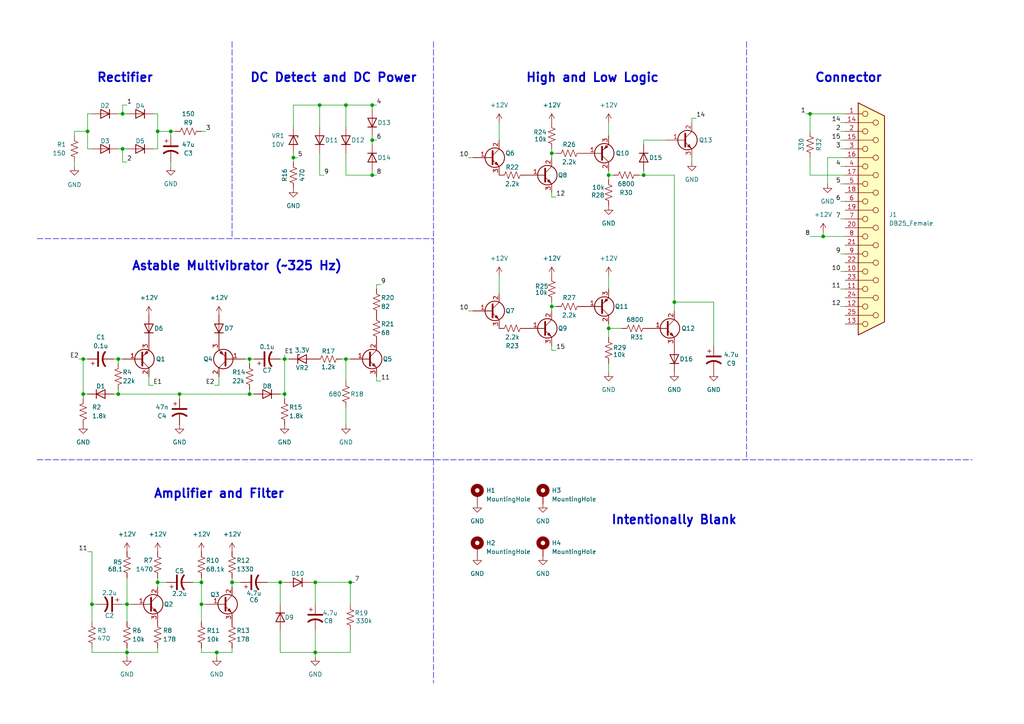
<source format=kicad_sch>
(kicad_sch (version 20211123) (generator eeschema)

  (uuid 9538e4ed-27e6-4c37-b989-9859dc0d49e8)

  (paper "A4")

  (title_block
    (title "Navsea MK 532 Senior Project")
    (date "2022-05-17")
    (rev "1")
    (company "University of Washington: Tacoma")
  )

  (lib_symbols
    (symbol "Connector:DB25_Female" (pin_names (offset 1.016) hide) (in_bom yes) (on_board yes)
      (property "Reference" "J" (id 0) (at 0 34.29 0)
        (effects (font (size 1.27 1.27)))
      )
      (property "Value" "DB25_Female" (id 1) (at 0 -34.925 0)
        (effects (font (size 1.27 1.27)))
      )
      (property "Footprint" "" (id 2) (at 0 0 0)
        (effects (font (size 1.27 1.27)) hide)
      )
      (property "Datasheet" " ~" (id 3) (at 0 0 0)
        (effects (font (size 1.27 1.27)) hide)
      )
      (property "ki_keywords" "female D-SUB connector" (id 4) (at 0 0 0)
        (effects (font (size 1.27 1.27)) hide)
      )
      (property "ki_description" "25-pin female D-SUB connector" (id 5) (at 0 0 0)
        (effects (font (size 1.27 1.27)) hide)
      )
      (property "ki_fp_filters" "DSUB*Female*" (id 6) (at 0 0 0)
        (effects (font (size 1.27 1.27)) hide)
      )
      (symbol "DB25_Female_0_1"
        (circle (center -1.778 -30.48) (radius 0.762)
          (stroke (width 0) (type default) (color 0 0 0 0))
          (fill (type none))
        )
        (circle (center -1.778 -25.4) (radius 0.762)
          (stroke (width 0) (type default) (color 0 0 0 0))
          (fill (type none))
        )
        (circle (center -1.778 -20.32) (radius 0.762)
          (stroke (width 0) (type default) (color 0 0 0 0))
          (fill (type none))
        )
        (circle (center -1.778 -15.24) (radius 0.762)
          (stroke (width 0) (type default) (color 0 0 0 0))
          (fill (type none))
        )
        (circle (center -1.778 -10.16) (radius 0.762)
          (stroke (width 0) (type default) (color 0 0 0 0))
          (fill (type none))
        )
        (circle (center -1.778 -5.08) (radius 0.762)
          (stroke (width 0) (type default) (color 0 0 0 0))
          (fill (type none))
        )
        (circle (center -1.778 0) (radius 0.762)
          (stroke (width 0) (type default) (color 0 0 0 0))
          (fill (type none))
        )
        (circle (center -1.778 5.08) (radius 0.762)
          (stroke (width 0) (type default) (color 0 0 0 0))
          (fill (type none))
        )
        (circle (center -1.778 10.16) (radius 0.762)
          (stroke (width 0) (type default) (color 0 0 0 0))
          (fill (type none))
        )
        (circle (center -1.778 15.24) (radius 0.762)
          (stroke (width 0) (type default) (color 0 0 0 0))
          (fill (type none))
        )
        (circle (center -1.778 20.32) (radius 0.762)
          (stroke (width 0) (type default) (color 0 0 0 0))
          (fill (type none))
        )
        (circle (center -1.778 25.4) (radius 0.762)
          (stroke (width 0) (type default) (color 0 0 0 0))
          (fill (type none))
        )
        (circle (center -1.778 30.48) (radius 0.762)
          (stroke (width 0) (type default) (color 0 0 0 0))
          (fill (type none))
        )
        (polyline
          (pts
            (xy -3.81 -30.48)
            (xy -2.54 -30.48)
          )
          (stroke (width 0) (type default) (color 0 0 0 0))
          (fill (type none))
        )
        (polyline
          (pts
            (xy -3.81 -27.94)
            (xy 0.508 -27.94)
          )
          (stroke (width 0) (type default) (color 0 0 0 0))
          (fill (type none))
        )
        (polyline
          (pts
            (xy -3.81 -25.4)
            (xy -2.54 -25.4)
          )
          (stroke (width 0) (type default) (color 0 0 0 0))
          (fill (type none))
        )
        (polyline
          (pts
            (xy -3.81 -22.86)
            (xy 0.508 -22.86)
          )
          (stroke (width 0) (type default) (color 0 0 0 0))
          (fill (type none))
        )
        (polyline
          (pts
            (xy -3.81 -20.32)
            (xy -2.54 -20.32)
          )
          (stroke (width 0) (type default) (color 0 0 0 0))
          (fill (type none))
        )
        (polyline
          (pts
            (xy -3.81 -17.78)
            (xy 0.508 -17.78)
          )
          (stroke (width 0) (type default) (color 0 0 0 0))
          (fill (type none))
        )
        (polyline
          (pts
            (xy -3.81 -15.24)
            (xy -2.54 -15.24)
          )
          (stroke (width 0) (type default) (color 0 0 0 0))
          (fill (type none))
        )
        (polyline
          (pts
            (xy -3.81 -12.7)
            (xy 0.508 -12.7)
          )
          (stroke (width 0) (type default) (color 0 0 0 0))
          (fill (type none))
        )
        (polyline
          (pts
            (xy -3.81 -10.16)
            (xy -2.54 -10.16)
          )
          (stroke (width 0) (type default) (color 0 0 0 0))
          (fill (type none))
        )
        (polyline
          (pts
            (xy -3.81 -7.62)
            (xy 0.508 -7.62)
          )
          (stroke (width 0) (type default) (color 0 0 0 0))
          (fill (type none))
        )
        (polyline
          (pts
            (xy -3.81 -5.08)
            (xy -2.54 -5.08)
          )
          (stroke (width 0) (type default) (color 0 0 0 0))
          (fill (type none))
        )
        (polyline
          (pts
            (xy -3.81 -2.54)
            (xy 0.508 -2.54)
          )
          (stroke (width 0) (type default) (color 0 0 0 0))
          (fill (type none))
        )
        (polyline
          (pts
            (xy -3.81 0)
            (xy -2.54 0)
          )
          (stroke (width 0) (type default) (color 0 0 0 0))
          (fill (type none))
        )
        (polyline
          (pts
            (xy -3.81 2.54)
            (xy 0.508 2.54)
          )
          (stroke (width 0) (type default) (color 0 0 0 0))
          (fill (type none))
        )
        (polyline
          (pts
            (xy -3.81 5.08)
            (xy -2.54 5.08)
          )
          (stroke (width 0) (type default) (color 0 0 0 0))
          (fill (type none))
        )
        (polyline
          (pts
            (xy -3.81 7.62)
            (xy 0.508 7.62)
          )
          (stroke (width 0) (type default) (color 0 0 0 0))
          (fill (type none))
        )
        (polyline
          (pts
            (xy -3.81 10.16)
            (xy -2.54 10.16)
          )
          (stroke (width 0) (type default) (color 0 0 0 0))
          (fill (type none))
        )
        (polyline
          (pts
            (xy -3.81 12.7)
            (xy 0.508 12.7)
          )
          (stroke (width 0) (type default) (color 0 0 0 0))
          (fill (type none))
        )
        (polyline
          (pts
            (xy -3.81 15.24)
            (xy -2.54 15.24)
          )
          (stroke (width 0) (type default) (color 0 0 0 0))
          (fill (type none))
        )
        (polyline
          (pts
            (xy -3.81 17.78)
            (xy 0.508 17.78)
          )
          (stroke (width 0) (type default) (color 0 0 0 0))
          (fill (type none))
        )
        (polyline
          (pts
            (xy -3.81 20.32)
            (xy -2.54 20.32)
          )
          (stroke (width 0) (type default) (color 0 0 0 0))
          (fill (type none))
        )
        (polyline
          (pts
            (xy -3.81 22.86)
            (xy 0.508 22.86)
          )
          (stroke (width 0) (type default) (color 0 0 0 0))
          (fill (type none))
        )
        (polyline
          (pts
            (xy -3.81 25.4)
            (xy -2.54 25.4)
          )
          (stroke (width 0) (type default) (color 0 0 0 0))
          (fill (type none))
        )
        (polyline
          (pts
            (xy -3.81 27.94)
            (xy 0.508 27.94)
          )
          (stroke (width 0) (type default) (color 0 0 0 0))
          (fill (type none))
        )
        (polyline
          (pts
            (xy -3.81 30.48)
            (xy -2.54 30.48)
          )
          (stroke (width 0) (type default) (color 0 0 0 0))
          (fill (type none))
        )
        (polyline
          (pts
            (xy -3.81 33.655)
            (xy 3.81 29.845)
            (xy 3.81 -29.845)
            (xy -3.81 -33.655)
            (xy -3.81 33.655)
          )
          (stroke (width 0.254) (type default) (color 0 0 0 0))
          (fill (type background))
        )
        (circle (center 1.27 -27.94) (radius 0.762)
          (stroke (width 0) (type default) (color 0 0 0 0))
          (fill (type none))
        )
        (circle (center 1.27 -22.86) (radius 0.762)
          (stroke (width 0) (type default) (color 0 0 0 0))
          (fill (type none))
        )
        (circle (center 1.27 -17.78) (radius 0.762)
          (stroke (width 0) (type default) (color 0 0 0 0))
          (fill (type none))
        )
        (circle (center 1.27 -12.7) (radius 0.762)
          (stroke (width 0) (type default) (color 0 0 0 0))
          (fill (type none))
        )
        (circle (center 1.27 -7.62) (radius 0.762)
          (stroke (width 0) (type default) (color 0 0 0 0))
          (fill (type none))
        )
        (circle (center 1.27 -2.54) (radius 0.762)
          (stroke (width 0) (type default) (color 0 0 0 0))
          (fill (type none))
        )
        (circle (center 1.27 2.54) (radius 0.762)
          (stroke (width 0) (type default) (color 0 0 0 0))
          (fill (type none))
        )
        (circle (center 1.27 7.62) (radius 0.762)
          (stroke (width 0) (type default) (color 0 0 0 0))
          (fill (type none))
        )
        (circle (center 1.27 12.7) (radius 0.762)
          (stroke (width 0) (type default) (color 0 0 0 0))
          (fill (type none))
        )
        (circle (center 1.27 17.78) (radius 0.762)
          (stroke (width 0) (type default) (color 0 0 0 0))
          (fill (type none))
        )
        (circle (center 1.27 22.86) (radius 0.762)
          (stroke (width 0) (type default) (color 0 0 0 0))
          (fill (type none))
        )
        (circle (center 1.27 27.94) (radius 0.762)
          (stroke (width 0) (type default) (color 0 0 0 0))
          (fill (type none))
        )
      )
      (symbol "DB25_Female_1_1"
        (pin passive line (at -7.62 30.48 0) (length 3.81)
          (name "1" (effects (font (size 1.27 1.27))))
          (number "1" (effects (font (size 1.27 1.27))))
        )
        (pin passive line (at -7.62 -15.24 0) (length 3.81)
          (name "10" (effects (font (size 1.27 1.27))))
          (number "10" (effects (font (size 1.27 1.27))))
        )
        (pin passive line (at -7.62 -20.32 0) (length 3.81)
          (name "11" (effects (font (size 1.27 1.27))))
          (number "11" (effects (font (size 1.27 1.27))))
        )
        (pin passive line (at -7.62 -25.4 0) (length 3.81)
          (name "12" (effects (font (size 1.27 1.27))))
          (number "12" (effects (font (size 1.27 1.27))))
        )
        (pin passive line (at -7.62 -30.48 0) (length 3.81)
          (name "13" (effects (font (size 1.27 1.27))))
          (number "13" (effects (font (size 1.27 1.27))))
        )
        (pin passive line (at -7.62 27.94 0) (length 3.81)
          (name "P14" (effects (font (size 1.27 1.27))))
          (number "14" (effects (font (size 1.27 1.27))))
        )
        (pin passive line (at -7.62 22.86 0) (length 3.81)
          (name "P15" (effects (font (size 1.27 1.27))))
          (number "15" (effects (font (size 1.27 1.27))))
        )
        (pin passive line (at -7.62 17.78 0) (length 3.81)
          (name "P16" (effects (font (size 1.27 1.27))))
          (number "16" (effects (font (size 1.27 1.27))))
        )
        (pin passive line (at -7.62 12.7 0) (length 3.81)
          (name "P17" (effects (font (size 1.27 1.27))))
          (number "17" (effects (font (size 1.27 1.27))))
        )
        (pin passive line (at -7.62 7.62 0) (length 3.81)
          (name "P18" (effects (font (size 1.27 1.27))))
          (number "18" (effects (font (size 1.27 1.27))))
        )
        (pin passive line (at -7.62 2.54 0) (length 3.81)
          (name "P19" (effects (font (size 1.27 1.27))))
          (number "19" (effects (font (size 1.27 1.27))))
        )
        (pin passive line (at -7.62 25.4 0) (length 3.81)
          (name "2" (effects (font (size 1.27 1.27))))
          (number "2" (effects (font (size 1.27 1.27))))
        )
        (pin passive line (at -7.62 -2.54 0) (length 3.81)
          (name "P20" (effects (font (size 1.27 1.27))))
          (number "20" (effects (font (size 1.27 1.27))))
        )
        (pin passive line (at -7.62 -7.62 0) (length 3.81)
          (name "P21" (effects (font (size 1.27 1.27))))
          (number "21" (effects (font (size 1.27 1.27))))
        )
        (pin passive line (at -7.62 -12.7 0) (length 3.81)
          (name "P22" (effects (font (size 1.27 1.27))))
          (number "22" (effects (font (size 1.27 1.27))))
        )
        (pin passive line (at -7.62 -17.78 0) (length 3.81)
          (name "P23" (effects (font (size 1.27 1.27))))
          (number "23" (effects (font (size 1.27 1.27))))
        )
        (pin passive line (at -7.62 -22.86 0) (length 3.81)
          (name "P24" (effects (font (size 1.27 1.27))))
          (number "24" (effects (font (size 1.27 1.27))))
        )
        (pin passive line (at -7.62 -27.94 0) (length 3.81)
          (name "P25" (effects (font (size 1.27 1.27))))
          (number "25" (effects (font (size 1.27 1.27))))
        )
        (pin passive line (at -7.62 20.32 0) (length 3.81)
          (name "3" (effects (font (size 1.27 1.27))))
          (number "3" (effects (font (size 1.27 1.27))))
        )
        (pin passive line (at -7.62 15.24 0) (length 3.81)
          (name "4" (effects (font (size 1.27 1.27))))
          (number "4" (effects (font (size 1.27 1.27))))
        )
        (pin passive line (at -7.62 10.16 0) (length 3.81)
          (name "5" (effects (font (size 1.27 1.27))))
          (number "5" (effects (font (size 1.27 1.27))))
        )
        (pin passive line (at -7.62 5.08 0) (length 3.81)
          (name "6" (effects (font (size 1.27 1.27))))
          (number "6" (effects (font (size 1.27 1.27))))
        )
        (pin passive line (at -7.62 0 0) (length 3.81)
          (name "7" (effects (font (size 1.27 1.27))))
          (number "7" (effects (font (size 1.27 1.27))))
        )
        (pin passive line (at -7.62 -5.08 0) (length 3.81)
          (name "8" (effects (font (size 1.27 1.27))))
          (number "8" (effects (font (size 1.27 1.27))))
        )
        (pin passive line (at -7.62 -10.16 0) (length 3.81)
          (name "9" (effects (font (size 1.27 1.27))))
          (number "9" (effects (font (size 1.27 1.27))))
        )
      )
    )
    (symbol "Device:C_Polarized_US" (pin_numbers hide) (pin_names (offset 0.254) hide) (in_bom yes) (on_board yes)
      (property "Reference" "C" (id 0) (at 0.635 2.54 0)
        (effects (font (size 1.27 1.27)) (justify left))
      )
      (property "Value" "C_Polarized_US" (id 1) (at 0.635 -2.54 0)
        (effects (font (size 1.27 1.27)) (justify left))
      )
      (property "Footprint" "" (id 2) (at 0 0 0)
        (effects (font (size 1.27 1.27)) hide)
      )
      (property "Datasheet" "~" (id 3) (at 0 0 0)
        (effects (font (size 1.27 1.27)) hide)
      )
      (property "ki_keywords" "cap capacitor" (id 4) (at 0 0 0)
        (effects (font (size 1.27 1.27)) hide)
      )
      (property "ki_description" "Polarized capacitor, US symbol" (id 5) (at 0 0 0)
        (effects (font (size 1.27 1.27)) hide)
      )
      (property "ki_fp_filters" "CP_*" (id 6) (at 0 0 0)
        (effects (font (size 1.27 1.27)) hide)
      )
      (symbol "C_Polarized_US_0_1"
        (polyline
          (pts
            (xy -2.032 0.762)
            (xy 2.032 0.762)
          )
          (stroke (width 0.508) (type default) (color 0 0 0 0))
          (fill (type none))
        )
        (polyline
          (pts
            (xy -1.778 2.286)
            (xy -0.762 2.286)
          )
          (stroke (width 0) (type default) (color 0 0 0 0))
          (fill (type none))
        )
        (polyline
          (pts
            (xy -1.27 1.778)
            (xy -1.27 2.794)
          )
          (stroke (width 0) (type default) (color 0 0 0 0))
          (fill (type none))
        )
        (arc (start 2.032 -1.27) (mid 0 -0.5572) (end -2.032 -1.27)
          (stroke (width 0.508) (type default) (color 0 0 0 0))
          (fill (type none))
        )
      )
      (symbol "C_Polarized_US_1_1"
        (pin passive line (at 0 3.81 270) (length 2.794)
          (name "~" (effects (font (size 1.27 1.27))))
          (number "1" (effects (font (size 1.27 1.27))))
        )
        (pin passive line (at 0 -3.81 90) (length 3.302)
          (name "~" (effects (font (size 1.27 1.27))))
          (number "2" (effects (font (size 1.27 1.27))))
        )
      )
    )
    (symbol "Device:D" (pin_numbers hide) (pin_names (offset 1.016) hide) (in_bom yes) (on_board yes)
      (property "Reference" "D" (id 0) (at 0 2.54 0)
        (effects (font (size 1.27 1.27)))
      )
      (property "Value" "D" (id 1) (at 0 -2.54 0)
        (effects (font (size 1.27 1.27)))
      )
      (property "Footprint" "" (id 2) (at 0 0 0)
        (effects (font (size 1.27 1.27)) hide)
      )
      (property "Datasheet" "~" (id 3) (at 0 0 0)
        (effects (font (size 1.27 1.27)) hide)
      )
      (property "ki_keywords" "diode" (id 4) (at 0 0 0)
        (effects (font (size 1.27 1.27)) hide)
      )
      (property "ki_description" "Diode" (id 5) (at 0 0 0)
        (effects (font (size 1.27 1.27)) hide)
      )
      (property "ki_fp_filters" "TO-???* *_Diode_* *SingleDiode* D_*" (id 6) (at 0 0 0)
        (effects (font (size 1.27 1.27)) hide)
      )
      (symbol "D_0_1"
        (polyline
          (pts
            (xy -1.27 1.27)
            (xy -1.27 -1.27)
          )
          (stroke (width 0.254) (type default) (color 0 0 0 0))
          (fill (type none))
        )
        (polyline
          (pts
            (xy 1.27 0)
            (xy -1.27 0)
          )
          (stroke (width 0) (type default) (color 0 0 0 0))
          (fill (type none))
        )
        (polyline
          (pts
            (xy 1.27 1.27)
            (xy 1.27 -1.27)
            (xy -1.27 0)
            (xy 1.27 1.27)
          )
          (stroke (width 0.254) (type default) (color 0 0 0 0))
          (fill (type none))
        )
      )
      (symbol "D_1_1"
        (pin passive line (at -3.81 0 0) (length 2.54)
          (name "K" (effects (font (size 1.27 1.27))))
          (number "1" (effects (font (size 1.27 1.27))))
        )
        (pin passive line (at 3.81 0 180) (length 2.54)
          (name "A" (effects (font (size 1.27 1.27))))
          (number "2" (effects (font (size 1.27 1.27))))
        )
      )
    )
    (symbol "Device:D_Zener" (pin_numbers hide) (pin_names (offset 1.016) hide) (in_bom yes) (on_board yes)
      (property "Reference" "D" (id 0) (at 0 2.54 0)
        (effects (font (size 1.27 1.27)))
      )
      (property "Value" "D_Zener" (id 1) (at 0 -2.54 0)
        (effects (font (size 1.27 1.27)))
      )
      (property "Footprint" "" (id 2) (at 0 0 0)
        (effects (font (size 1.27 1.27)) hide)
      )
      (property "Datasheet" "~" (id 3) (at 0 0 0)
        (effects (font (size 1.27 1.27)) hide)
      )
      (property "ki_keywords" "diode" (id 4) (at 0 0 0)
        (effects (font (size 1.27 1.27)) hide)
      )
      (property "ki_description" "Zener diode" (id 5) (at 0 0 0)
        (effects (font (size 1.27 1.27)) hide)
      )
      (property "ki_fp_filters" "TO-???* *_Diode_* *SingleDiode* D_*" (id 6) (at 0 0 0)
        (effects (font (size 1.27 1.27)) hide)
      )
      (symbol "D_Zener_0_1"
        (polyline
          (pts
            (xy 1.27 0)
            (xy -1.27 0)
          )
          (stroke (width 0) (type default) (color 0 0 0 0))
          (fill (type none))
        )
        (polyline
          (pts
            (xy -1.27 -1.27)
            (xy -1.27 1.27)
            (xy -0.762 1.27)
          )
          (stroke (width 0.254) (type default) (color 0 0 0 0))
          (fill (type none))
        )
        (polyline
          (pts
            (xy 1.27 -1.27)
            (xy 1.27 1.27)
            (xy -1.27 0)
            (xy 1.27 -1.27)
          )
          (stroke (width 0.254) (type default) (color 0 0 0 0))
          (fill (type none))
        )
      )
      (symbol "D_Zener_1_1"
        (pin passive line (at -3.81 0 0) (length 2.54)
          (name "K" (effects (font (size 1.27 1.27))))
          (number "1" (effects (font (size 1.27 1.27))))
        )
        (pin passive line (at 3.81 0 180) (length 2.54)
          (name "A" (effects (font (size 1.27 1.27))))
          (number "2" (effects (font (size 1.27 1.27))))
        )
      )
    )
    (symbol "Device:Q_NPN_BCE" (pin_names (offset 0) hide) (in_bom yes) (on_board yes)
      (property "Reference" "Q" (id 0) (at 5.08 1.27 0)
        (effects (font (size 1.27 1.27)) (justify left))
      )
      (property "Value" "Q_NPN_BCE" (id 1) (at 5.08 -1.27 0)
        (effects (font (size 1.27 1.27)) (justify left))
      )
      (property "Footprint" "" (id 2) (at 5.08 2.54 0)
        (effects (font (size 1.27 1.27)) hide)
      )
      (property "Datasheet" "~" (id 3) (at 0 0 0)
        (effects (font (size 1.27 1.27)) hide)
      )
      (property "ki_keywords" "transistor NPN" (id 4) (at 0 0 0)
        (effects (font (size 1.27 1.27)) hide)
      )
      (property "ki_description" "NPN transistor, base/collector/emitter" (id 5) (at 0 0 0)
        (effects (font (size 1.27 1.27)) hide)
      )
      (symbol "Q_NPN_BCE_0_1"
        (polyline
          (pts
            (xy 0.635 0.635)
            (xy 2.54 2.54)
          )
          (stroke (width 0) (type default) (color 0 0 0 0))
          (fill (type none))
        )
        (polyline
          (pts
            (xy 0.635 -0.635)
            (xy 2.54 -2.54)
            (xy 2.54 -2.54)
          )
          (stroke (width 0) (type default) (color 0 0 0 0))
          (fill (type none))
        )
        (polyline
          (pts
            (xy 0.635 1.905)
            (xy 0.635 -1.905)
            (xy 0.635 -1.905)
          )
          (stroke (width 0.508) (type default) (color 0 0 0 0))
          (fill (type none))
        )
        (polyline
          (pts
            (xy 1.27 -1.778)
            (xy 1.778 -1.27)
            (xy 2.286 -2.286)
            (xy 1.27 -1.778)
            (xy 1.27 -1.778)
          )
          (stroke (width 0) (type default) (color 0 0 0 0))
          (fill (type outline))
        )
        (circle (center 1.27 0) (radius 2.8194)
          (stroke (width 0.254) (type default) (color 0 0 0 0))
          (fill (type none))
        )
      )
      (symbol "Q_NPN_BCE_1_1"
        (pin input line (at -5.08 0 0) (length 5.715)
          (name "B" (effects (font (size 1.27 1.27))))
          (number "1" (effects (font (size 1.27 1.27))))
        )
        (pin passive line (at 2.54 5.08 270) (length 2.54)
          (name "C" (effects (font (size 1.27 1.27))))
          (number "2" (effects (font (size 1.27 1.27))))
        )
        (pin passive line (at 2.54 -5.08 90) (length 2.54)
          (name "E" (effects (font (size 1.27 1.27))))
          (number "3" (effects (font (size 1.27 1.27))))
        )
      )
    )
    (symbol "Device:Q_PNP_BCE" (pin_names (offset 0) hide) (in_bom yes) (on_board yes)
      (property "Reference" "Q" (id 0) (at 5.08 1.27 0)
        (effects (font (size 1.27 1.27)) (justify left))
      )
      (property "Value" "Q_PNP_BCE" (id 1) (at 5.08 -1.27 0)
        (effects (font (size 1.27 1.27)) (justify left))
      )
      (property "Footprint" "" (id 2) (at 5.08 2.54 0)
        (effects (font (size 1.27 1.27)) hide)
      )
      (property "Datasheet" "~" (id 3) (at 0 0 0)
        (effects (font (size 1.27 1.27)) hide)
      )
      (property "ki_keywords" "transistor PNP" (id 4) (at 0 0 0)
        (effects (font (size 1.27 1.27)) hide)
      )
      (property "ki_description" "PNP transistor, base/collector/emitter" (id 5) (at 0 0 0)
        (effects (font (size 1.27 1.27)) hide)
      )
      (symbol "Q_PNP_BCE_0_1"
        (polyline
          (pts
            (xy 0.635 0.635)
            (xy 2.54 2.54)
          )
          (stroke (width 0) (type default) (color 0 0 0 0))
          (fill (type none))
        )
        (polyline
          (pts
            (xy 0.635 -0.635)
            (xy 2.54 -2.54)
            (xy 2.54 -2.54)
          )
          (stroke (width 0) (type default) (color 0 0 0 0))
          (fill (type none))
        )
        (polyline
          (pts
            (xy 0.635 1.905)
            (xy 0.635 -1.905)
            (xy 0.635 -1.905)
          )
          (stroke (width 0.508) (type default) (color 0 0 0 0))
          (fill (type none))
        )
        (polyline
          (pts
            (xy 2.286 -1.778)
            (xy 1.778 -2.286)
            (xy 1.27 -1.27)
            (xy 2.286 -1.778)
            (xy 2.286 -1.778)
          )
          (stroke (width 0) (type default) (color 0 0 0 0))
          (fill (type outline))
        )
        (circle (center 1.27 0) (radius 2.8194)
          (stroke (width 0.254) (type default) (color 0 0 0 0))
          (fill (type none))
        )
      )
      (symbol "Q_PNP_BCE_1_1"
        (pin input line (at -5.08 0 0) (length 5.715)
          (name "B" (effects (font (size 1.27 1.27))))
          (number "1" (effects (font (size 1.27 1.27))))
        )
        (pin passive line (at 2.54 5.08 270) (length 2.54)
          (name "C" (effects (font (size 1.27 1.27))))
          (number "2" (effects (font (size 1.27 1.27))))
        )
        (pin passive line (at 2.54 -5.08 90) (length 2.54)
          (name "E" (effects (font (size 1.27 1.27))))
          (number "3" (effects (font (size 1.27 1.27))))
        )
      )
    )
    (symbol "Device:R_US" (pin_numbers hide) (pin_names (offset 0)) (in_bom yes) (on_board yes)
      (property "Reference" "R" (id 0) (at 2.54 0 90)
        (effects (font (size 1.27 1.27)))
      )
      (property "Value" "R_US" (id 1) (at -2.54 0 90)
        (effects (font (size 1.27 1.27)))
      )
      (property "Footprint" "" (id 2) (at 1.016 -0.254 90)
        (effects (font (size 1.27 1.27)) hide)
      )
      (property "Datasheet" "~" (id 3) (at 0 0 0)
        (effects (font (size 1.27 1.27)) hide)
      )
      (property "ki_keywords" "R res resistor" (id 4) (at 0 0 0)
        (effects (font (size 1.27 1.27)) hide)
      )
      (property "ki_description" "Resistor, US symbol" (id 5) (at 0 0 0)
        (effects (font (size 1.27 1.27)) hide)
      )
      (property "ki_fp_filters" "R_*" (id 6) (at 0 0 0)
        (effects (font (size 1.27 1.27)) hide)
      )
      (symbol "R_US_0_1"
        (polyline
          (pts
            (xy 0 -2.286)
            (xy 0 -2.54)
          )
          (stroke (width 0) (type default) (color 0 0 0 0))
          (fill (type none))
        )
        (polyline
          (pts
            (xy 0 2.286)
            (xy 0 2.54)
          )
          (stroke (width 0) (type default) (color 0 0 0 0))
          (fill (type none))
        )
        (polyline
          (pts
            (xy 0 -0.762)
            (xy 1.016 -1.143)
            (xy 0 -1.524)
            (xy -1.016 -1.905)
            (xy 0 -2.286)
          )
          (stroke (width 0) (type default) (color 0 0 0 0))
          (fill (type none))
        )
        (polyline
          (pts
            (xy 0 0.762)
            (xy 1.016 0.381)
            (xy 0 0)
            (xy -1.016 -0.381)
            (xy 0 -0.762)
          )
          (stroke (width 0) (type default) (color 0 0 0 0))
          (fill (type none))
        )
        (polyline
          (pts
            (xy 0 2.286)
            (xy 1.016 1.905)
            (xy 0 1.524)
            (xy -1.016 1.143)
            (xy 0 0.762)
          )
          (stroke (width 0) (type default) (color 0 0 0 0))
          (fill (type none))
        )
      )
      (symbol "R_US_1_1"
        (pin passive line (at 0 3.81 270) (length 1.27)
          (name "~" (effects (font (size 1.27 1.27))))
          (number "1" (effects (font (size 1.27 1.27))))
        )
        (pin passive line (at 0 -3.81 90) (length 1.27)
          (name "~" (effects (font (size 1.27 1.27))))
          (number "2" (effects (font (size 1.27 1.27))))
        )
      )
    )
    (symbol "Mechanical:MountingHole_Pad" (pin_numbers hide) (pin_names (offset 1.016) hide) (in_bom yes) (on_board yes)
      (property "Reference" "H" (id 0) (at 0 6.35 0)
        (effects (font (size 1.27 1.27)))
      )
      (property "Value" "MountingHole_Pad" (id 1) (at 0 4.445 0)
        (effects (font (size 1.27 1.27)))
      )
      (property "Footprint" "" (id 2) (at 0 0 0)
        (effects (font (size 1.27 1.27)) hide)
      )
      (property "Datasheet" "~" (id 3) (at 0 0 0)
        (effects (font (size 1.27 1.27)) hide)
      )
      (property "ki_keywords" "mounting hole" (id 4) (at 0 0 0)
        (effects (font (size 1.27 1.27)) hide)
      )
      (property "ki_description" "Mounting Hole with connection" (id 5) (at 0 0 0)
        (effects (font (size 1.27 1.27)) hide)
      )
      (property "ki_fp_filters" "MountingHole*Pad*" (id 6) (at 0 0 0)
        (effects (font (size 1.27 1.27)) hide)
      )
      (symbol "MountingHole_Pad_0_1"
        (circle (center 0 1.27) (radius 1.27)
          (stroke (width 1.27) (type default) (color 0 0 0 0))
          (fill (type none))
        )
      )
      (symbol "MountingHole_Pad_1_1"
        (pin input line (at 0 -2.54 90) (length 2.54)
          (name "1" (effects (font (size 1.27 1.27))))
          (number "1" (effects (font (size 1.27 1.27))))
        )
      )
    )
    (symbol "power:+12V" (power) (pin_names (offset 0)) (in_bom yes) (on_board yes)
      (property "Reference" "#PWR" (id 0) (at 0 -3.81 0)
        (effects (font (size 1.27 1.27)) hide)
      )
      (property "Value" "+12V" (id 1) (at 0 3.556 0)
        (effects (font (size 1.27 1.27)))
      )
      (property "Footprint" "" (id 2) (at 0 0 0)
        (effects (font (size 1.27 1.27)) hide)
      )
      (property "Datasheet" "" (id 3) (at 0 0 0)
        (effects (font (size 1.27 1.27)) hide)
      )
      (property "ki_keywords" "power-flag" (id 4) (at 0 0 0)
        (effects (font (size 1.27 1.27)) hide)
      )
      (property "ki_description" "Power symbol creates a global label with name \"+12V\"" (id 5) (at 0 0 0)
        (effects (font (size 1.27 1.27)) hide)
      )
      (symbol "+12V_0_1"
        (polyline
          (pts
            (xy -0.762 1.27)
            (xy 0 2.54)
          )
          (stroke (width 0) (type default) (color 0 0 0 0))
          (fill (type none))
        )
        (polyline
          (pts
            (xy 0 0)
            (xy 0 2.54)
          )
          (stroke (width 0) (type default) (color 0 0 0 0))
          (fill (type none))
        )
        (polyline
          (pts
            (xy 0 2.54)
            (xy 0.762 1.27)
          )
          (stroke (width 0) (type default) (color 0 0 0 0))
          (fill (type none))
        )
      )
      (symbol "+12V_1_1"
        (pin power_in line (at 0 0 90) (length 0) hide
          (name "+12V" (effects (font (size 1.27 1.27))))
          (number "1" (effects (font (size 1.27 1.27))))
        )
      )
    )
    (symbol "power:GND" (power) (pin_names (offset 0)) (in_bom yes) (on_board yes)
      (property "Reference" "#PWR" (id 0) (at 0 -6.35 0)
        (effects (font (size 1.27 1.27)) hide)
      )
      (property "Value" "GND" (id 1) (at 0 -3.81 0)
        (effects (font (size 1.27 1.27)))
      )
      (property "Footprint" "" (id 2) (at 0 0 0)
        (effects (font (size 1.27 1.27)) hide)
      )
      (property "Datasheet" "" (id 3) (at 0 0 0)
        (effects (font (size 1.27 1.27)) hide)
      )
      (property "ki_keywords" "power-flag" (id 4) (at 0 0 0)
        (effects (font (size 1.27 1.27)) hide)
      )
      (property "ki_description" "Power symbol creates a global label with name \"GND\" , ground" (id 5) (at 0 0 0)
        (effects (font (size 1.27 1.27)) hide)
      )
      (symbol "GND_0_1"
        (polyline
          (pts
            (xy 0 0)
            (xy 0 -1.27)
            (xy 1.27 -1.27)
            (xy 0 -2.54)
            (xy -1.27 -1.27)
            (xy 0 -1.27)
          )
          (stroke (width 0) (type default) (color 0 0 0 0))
          (fill (type none))
        )
      )
      (symbol "GND_1_1"
        (pin power_in line (at 0 0 270) (length 0) hide
          (name "GND" (effects (font (size 1.27 1.27))))
          (number "1" (effects (font (size 1.27 1.27))))
        )
      )
    )
  )

  (junction (at 49.53 38.1) (diameter 0) (color 0 0 0 0)
    (uuid 0712b7b9-b5ed-4793-8e7e-e14eeac24256)
  )
  (junction (at 176.53 95.25) (diameter 0) (color 0 0 0 0)
    (uuid 0d83bb1d-7775-42d9-803a-35d19b4a1505)
  )
  (junction (at 35.56 33.02) (diameter 0) (color 0 0 0 0)
    (uuid 1176f89e-8bbd-44b1-a206-3878edf45f3f)
  )
  (junction (at 45.72 38.1) (diameter 0) (color 0 0 0 0)
    (uuid 168aa3f4-7cb0-47fa-ac18-c8e4e48ae006)
  )
  (junction (at 160.02 88.9) (diameter 0) (color 0 0 0 0)
    (uuid 2382b7d7-7c85-45a2-bd00-1a0ca35995ec)
  )
  (junction (at 24.13 104.14) (diameter 0) (color 0 0 0 0)
    (uuid 2aa0eb20-2ebe-4088-a92f-7297fa708ee7)
  )
  (junction (at 52.07 114.3) (diameter 0) (color 0 0 0 0)
    (uuid 2b4142c8-7b07-48df-9bd8-bf0c3e2aebfb)
  )
  (junction (at 58.42 168.91) (diameter 0) (color 0 0 0 0)
    (uuid 36d37739-4862-4085-8656-b6db52e5c8ab)
  )
  (junction (at 82.55 104.14) (diameter 0) (color 0 0 0 0)
    (uuid 41ef2539-15fb-4d7b-b5ed-9012f713b3a9)
  )
  (junction (at 24.13 114.3) (diameter 0) (color 0 0 0 0)
    (uuid 44e5f5ec-7a4b-425e-bfcf-dc2d2886dab8)
  )
  (junction (at 58.42 175.26) (diameter 0) (color 0 0 0 0)
    (uuid 44fe8706-884b-4ac0-99d6-542b82c332f9)
  )
  (junction (at 160.02 44.45) (diameter 0) (color 0 0 0 0)
    (uuid 453bff0d-9830-4f34-930e-29f2c8084f31)
  )
  (junction (at 238.76 68.58) (diameter 0) (color 0 0 0 0)
    (uuid 4c0bbca0-3982-4575-9ad4-af1bcc24592b)
  )
  (junction (at 101.6 168.91) (diameter 0) (color 0 0 0 0)
    (uuid 54f82c21-bf9d-4eeb-ac66-96f55df5a1d2)
  )
  (junction (at 82.55 114.3) (diameter 0) (color 0 0 0 0)
    (uuid 580a4b8d-3ce0-4305-8af6-df32d7e14e21)
  )
  (junction (at 26.67 175.26) (diameter 0) (color 0 0 0 0)
    (uuid 5c39b8c3-8758-41dd-b69e-20734b65237e)
  )
  (junction (at 91.44 168.91) (diameter 0) (color 0 0 0 0)
    (uuid 6729f207-2061-404d-9530-24e53ed85c12)
  )
  (junction (at 85.09 45.72) (diameter 0) (color 0 0 0 0)
    (uuid 6ff98445-7592-4932-b378-196852762fb7)
  )
  (junction (at 36.83 189.23) (diameter 0) (color 0 0 0 0)
    (uuid 81e3067e-7f89-43c4-8da7-40abd22a7be3)
  )
  (junction (at 25.4 38.1) (diameter 0) (color 0 0 0 0)
    (uuid 951a8fa8-11d4-4b32-819d-f41cb59bdae4)
  )
  (junction (at 34.29 104.14) (diameter 0) (color 0 0 0 0)
    (uuid 9526816d-f18e-488e-ba41-8d7c272f3067)
  )
  (junction (at 72.39 104.14) (diameter 0) (color 0 0 0 0)
    (uuid 9a789301-fc0a-4c50-b13b-7197c9ea14b0)
  )
  (junction (at 107.95 30.48) (diameter 0) (color 0 0 0 0)
    (uuid 9f06f562-5e09-474c-8302-1da3ed27ec71)
  )
  (junction (at 186.69 50.8) (diameter 0) (color 0 0 0 0)
    (uuid a2df13a9-a88a-4743-8474-2095db20dc72)
  )
  (junction (at 81.28 168.91) (diameter 0) (color 0 0 0 0)
    (uuid a500dbd5-15d2-4a30-a02d-77f690ad1943)
  )
  (junction (at 35.56 43.18) (diameter 0) (color 0 0 0 0)
    (uuid a96c69b9-9bbe-43a7-8df3-fe734fdfe247)
  )
  (junction (at 107.95 50.8) (diameter 0) (color 0 0 0 0)
    (uuid b7bf78f4-8690-4d2b-b011-aa01cf4062cf)
  )
  (junction (at 45.72 168.91) (diameter 0) (color 0 0 0 0)
    (uuid baffd840-b963-4e23-9656-788e6a616d45)
  )
  (junction (at 100.33 30.48) (diameter 0) (color 0 0 0 0)
    (uuid bb696b90-59f3-4c6e-92ee-a1aadec8f61b)
  )
  (junction (at 67.31 168.91) (diameter 0) (color 0 0 0 0)
    (uuid bcefa7e8-5cd5-4a33-8294-c5fa5a907486)
  )
  (junction (at 107.95 40.64) (diameter 0) (color 0 0 0 0)
    (uuid bde8b28a-b2f1-491a-9fbe-65c93282f7b5)
  )
  (junction (at 34.29 114.3) (diameter 0) (color 0 0 0 0)
    (uuid c8045b6b-3772-4ff8-96ab-60267f6b54ea)
  )
  (junction (at 62.865 189.23) (diameter 0) (color 0 0 0 0)
    (uuid d3781d62-4ad1-49ac-b971-ed3ceb1ac03d)
  )
  (junction (at 36.83 175.26) (diameter 0) (color 0 0 0 0)
    (uuid d7826f62-4217-4ce1-a4ea-259c9bf2f5a0)
  )
  (junction (at 100.33 104.14) (diameter 0) (color 0 0 0 0)
    (uuid dada361d-61d6-4cab-870f-bbbf0c052acb)
  )
  (junction (at 234.95 33.02) (diameter 0) (color 0 0 0 0)
    (uuid dc3c56e6-1495-4f60-a46e-98c27383a8ce)
  )
  (junction (at 195.58 87.63) (diameter 0) (color 0 0 0 0)
    (uuid e2df3621-a2ee-4dae-87d5-d276845b7c67)
  )
  (junction (at 72.39 114.3) (diameter 0) (color 0 0 0 0)
    (uuid eb5fb7e8-6da0-47e9-9a51-2da2efbf615a)
  )
  (junction (at 92.71 30.48) (diameter 0) (color 0 0 0 0)
    (uuid ec955eab-bb43-4c9e-9583-b92e367ab57e)
  )
  (junction (at 176.53 50.8) (diameter 0) (color 0 0 0 0)
    (uuid f30bdf22-ac53-4d0f-8d41-fa32a0f47c06)
  )
  (junction (at 91.44 189.23) (diameter 0) (color 0 0 0 0)
    (uuid f91794de-6aa4-480d-a999-9bf1d078b100)
  )

  (wire (pts (xy 35.56 30.48) (xy 36.83 30.48))
    (stroke (width 0) (type default) (color 0 0 0 0))
    (uuid 037aa5a7-648b-4670-8e43-b9381b70e336)
  )
  (wire (pts (xy 176.53 35.56) (xy 176.53 39.37))
    (stroke (width 0) (type default) (color 0 0 0 0))
    (uuid 03bfeaae-8e08-4a02-84ad-8397b51ee073)
  )
  (wire (pts (xy 58.42 175.26) (xy 58.42 180.34))
    (stroke (width 0) (type default) (color 0 0 0 0))
    (uuid 03c9acc0-4542-4c31-aa92-e8ba2a27e06f)
  )
  (wire (pts (xy 34.29 104.14) (xy 35.56 104.14))
    (stroke (width 0) (type default) (color 0 0 0 0))
    (uuid 06db4cc2-be8d-44f1-9d03-b56bb6fd0c38)
  )
  (wire (pts (xy 69.85 168.91) (xy 67.31 168.91))
    (stroke (width 0) (type default) (color 0 0 0 0))
    (uuid 07136e09-d9ce-415a-9684-20d7281f9e53)
  )
  (wire (pts (xy 24.13 115.57) (xy 24.13 114.3))
    (stroke (width 0) (type default) (color 0 0 0 0))
    (uuid 074a2ea4-17d9-4d4e-a371-311eb0c7f1a5)
  )
  (wire (pts (xy 45.72 168.91) (xy 45.72 170.18))
    (stroke (width 0) (type default) (color 0 0 0 0))
    (uuid 08440f06-aa2d-49f9-b66c-c34238fd3885)
  )
  (wire (pts (xy 91.44 182.88) (xy 91.44 189.23))
    (stroke (width 0) (type default) (color 0 0 0 0))
    (uuid 096a532b-d3f5-40d1-b06b-90e6c8a0343d)
  )
  (wire (pts (xy 240.03 45.72) (xy 245.11 45.72))
    (stroke (width 0) (type default) (color 0 0 0 0))
    (uuid 097bbc74-c91f-4e08-9100-42c96b07ea93)
  )
  (wire (pts (xy 238.76 68.58) (xy 245.11 68.58))
    (stroke (width 0) (type default) (color 0 0 0 0))
    (uuid 097bf609-f1e5-4256-a091-8c32e907edfc)
  )
  (wire (pts (xy 243.84 38.1) (xy 245.11 38.1))
    (stroke (width 0) (type default) (color 0 0 0 0))
    (uuid 09f5cdfa-f103-4f52-8197-0002bb62fbbd)
  )
  (wire (pts (xy 195.58 50.8) (xy 186.69 50.8))
    (stroke (width 0) (type default) (color 0 0 0 0))
    (uuid 0b371086-9e4b-4708-b337-e509fa0b50ff)
  )
  (wire (pts (xy 26.67 175.26) (xy 26.67 160.02))
    (stroke (width 0) (type default) (color 0 0 0 0))
    (uuid 0c1fc27c-43cb-491c-8ec7-f39e0a84d56b)
  )
  (wire (pts (xy 243.84 58.42) (xy 245.11 58.42))
    (stroke (width 0) (type default) (color 0 0 0 0))
    (uuid 0c58b7d5-652d-41b8-b82a-d108155383b6)
  )
  (wire (pts (xy 82.55 104.14) (xy 83.82 104.14))
    (stroke (width 0) (type default) (color 0 0 0 0))
    (uuid 0c92008b-eeb7-4069-a463-d31edb5be59e)
  )
  (wire (pts (xy 25.4 33.02) (xy 25.4 38.1))
    (stroke (width 0) (type default) (color 0 0 0 0))
    (uuid 0cff61d7-54fb-405f-93c5-1c178c8c55c2)
  )
  (wire (pts (xy 82.55 115.57) (xy 82.55 114.3))
    (stroke (width 0) (type default) (color 0 0 0 0))
    (uuid 0d0839e8-e546-40dd-8b57-d09bc6e83b36)
  )
  (wire (pts (xy 67.31 187.96) (xy 67.31 189.23))
    (stroke (width 0) (type default) (color 0 0 0 0))
    (uuid 1197a93d-c7af-47d3-92b6-c33be012243c)
  )
  (wire (pts (xy 43.18 111.76) (xy 44.45 111.76))
    (stroke (width 0) (type default) (color 0 0 0 0))
    (uuid 14baee5d-d98b-4759-b79d-8773775bbd3f)
  )
  (wire (pts (xy 45.72 167.64) (xy 45.72 168.91))
    (stroke (width 0) (type default) (color 0 0 0 0))
    (uuid 15b35d89-947f-4fd5-b8e3-6363c905fcd4)
  )
  (wire (pts (xy 238.76 67.31) (xy 238.76 68.58))
    (stroke (width 0) (type default) (color 0 0 0 0))
    (uuid 18427705-7d90-4083-ba9f-8cb64e578a8d)
  )
  (wire (pts (xy 92.71 36.83) (xy 92.71 30.48))
    (stroke (width 0) (type default) (color 0 0 0 0))
    (uuid 197f0b59-3b34-4aee-bd36-b5531083efac)
  )
  (wire (pts (xy 234.95 45.72) (xy 234.95 50.8))
    (stroke (width 0) (type default) (color 0 0 0 0))
    (uuid 1b189055-7ec9-4635-9352-7600ec00f2c2)
  )
  (wire (pts (xy 72.39 104.14) (xy 73.66 104.14))
    (stroke (width 0) (type default) (color 0 0 0 0))
    (uuid 1e4a1925-bd40-4219-a624-743f306828b2)
  )
  (wire (pts (xy 62.865 189.23) (xy 67.31 189.23))
    (stroke (width 0) (type default) (color 0 0 0 0))
    (uuid 1f291d2c-4ad4-4d53-96e6-09bab911e320)
  )
  (wire (pts (xy 101.6 168.91) (xy 102.87 168.91))
    (stroke (width 0) (type default) (color 0 0 0 0))
    (uuid 21f17e3e-4884-4f0b-9ea2-9f56c70f97c6)
  )
  (wire (pts (xy 92.71 44.45) (xy 92.71 50.8))
    (stroke (width 0) (type default) (color 0 0 0 0))
    (uuid 27076316-e7d4-4798-af47-f735303126cd)
  )
  (wire (pts (xy 234.95 38.1) (xy 234.95 33.02))
    (stroke (width 0) (type default) (color 0 0 0 0))
    (uuid 27d7ce70-558b-4ec1-a42d-2c8c8e5ca4a7)
  )
  (wire (pts (xy 109.22 82.55) (xy 109.22 83.82))
    (stroke (width 0) (type default) (color 0 0 0 0))
    (uuid 28937099-a84b-45da-a00c-877d9e6b289a)
  )
  (wire (pts (xy 91.44 168.91) (xy 91.44 175.26))
    (stroke (width 0) (type default) (color 0 0 0 0))
    (uuid 2c95c629-edb7-4e95-9a29-fc831bc98dda)
  )
  (wire (pts (xy 240.03 53.34) (xy 240.03 45.72))
    (stroke (width 0) (type default) (color 0 0 0 0))
    (uuid 2cdcbb64-6e7b-4ecf-be66-32234bf6d7e7)
  )
  (wire (pts (xy 91.44 168.91) (xy 101.6 168.91))
    (stroke (width 0) (type default) (color 0 0 0 0))
    (uuid 2daba720-680f-4508-a5b7-5c39cbd35449)
  )
  (wire (pts (xy 135.89 45.72) (xy 137.16 45.72))
    (stroke (width 0) (type default) (color 0 0 0 0))
    (uuid 32e4cd62-811d-45ab-83bc-bdf930e6ca6c)
  )
  (wire (pts (xy 62.23 111.76) (xy 63.5 111.76))
    (stroke (width 0) (type default) (color 0 0 0 0))
    (uuid 3354c260-da3e-4f1b-9ac9-6f73ccbc889b)
  )
  (wire (pts (xy 176.53 80.01) (xy 176.53 83.82))
    (stroke (width 0) (type default) (color 0 0 0 0))
    (uuid 33cb09e2-f19a-4e7f-b5fe-c83a00603e0f)
  )
  (wire (pts (xy 26.67 43.18) (xy 25.4 43.18))
    (stroke (width 0) (type default) (color 0 0 0 0))
    (uuid 33ddc07c-f7b1-4116-af85-2105c9e72dbb)
  )
  (wire (pts (xy 34.29 104.14) (xy 33.02 104.14))
    (stroke (width 0) (type default) (color 0 0 0 0))
    (uuid 34371c1c-9466-456a-b8bc-969ca3caca13)
  )
  (wire (pts (xy 26.67 175.26) (xy 27.94 175.26))
    (stroke (width 0) (type default) (color 0 0 0 0))
    (uuid 35067d35-fdcc-4eb9-ac44-8d8d5e6f202e)
  )
  (wire (pts (xy 100.33 36.83) (xy 100.33 30.48))
    (stroke (width 0) (type default) (color 0 0 0 0))
    (uuid 3699b637-1b8b-487c-8c61-2299cec6c16b)
  )
  (wire (pts (xy 234.95 33.02) (xy 245.11 33.02))
    (stroke (width 0) (type default) (color 0 0 0 0))
    (uuid 36a80c14-51a6-4eec-ae9c-4d16247721c1)
  )
  (wire (pts (xy 99.06 104.14) (xy 100.33 104.14))
    (stroke (width 0) (type default) (color 0 0 0 0))
    (uuid 38037971-fd04-49e1-b73f-ee8386c407f3)
  )
  (wire (pts (xy 81.28 189.23) (xy 91.44 189.23))
    (stroke (width 0) (type default) (color 0 0 0 0))
    (uuid 38c3b31f-ec1c-4241-83c8-d54c21b7b694)
  )
  (wire (pts (xy 160.02 88.9) (xy 161.29 88.9))
    (stroke (width 0) (type default) (color 0 0 0 0))
    (uuid 39041e2f-18dd-4659-b47b-c82b0ede5841)
  )
  (wire (pts (xy 81.28 168.91) (xy 82.55 168.91))
    (stroke (width 0) (type default) (color 0 0 0 0))
    (uuid 394b2a0e-533b-4e91-8f6f-d8fd10ae8437)
  )
  (wire (pts (xy 195.58 87.63) (xy 207.01 87.63))
    (stroke (width 0) (type default) (color 0 0 0 0))
    (uuid 39ca6f2c-d0f7-47e3-be39-6dd3edca81b9)
  )
  (wire (pts (xy 58.42 38.1) (xy 59.69 38.1))
    (stroke (width 0) (type default) (color 0 0 0 0))
    (uuid 3a5e68f8-64c1-4393-991f-7c7ec32bff55)
  )
  (wire (pts (xy 85.09 45.72) (xy 85.09 46.99))
    (stroke (width 0) (type default) (color 0 0 0 0))
    (uuid 3b28429c-ca3c-4940-bc43-72107811c71d)
  )
  (wire (pts (xy 21.59 38.1) (xy 25.4 38.1))
    (stroke (width 0) (type default) (color 0 0 0 0))
    (uuid 3b2f577b-0551-4e15-8047-682ea263eba6)
  )
  (wire (pts (xy 48.26 168.91) (xy 45.72 168.91))
    (stroke (width 0) (type default) (color 0 0 0 0))
    (uuid 3bde648b-a878-44d2-9c3e-1bf2bc735520)
  )
  (wire (pts (xy 85.09 36.83) (xy 85.09 30.48))
    (stroke (width 0) (type default) (color 0 0 0 0))
    (uuid 3c26738d-0e76-4983-86f2-b08f574e6a83)
  )
  (wire (pts (xy 25.4 33.02) (xy 26.67 33.02))
    (stroke (width 0) (type default) (color 0 0 0 0))
    (uuid 3c5e3453-979c-4293-a30b-660f30b66bc2)
  )
  (polyline (pts (xy 125.73 12.065) (xy 125.73 69.215))
    (stroke (width 0) (type default) (color 0 0 0 0))
    (uuid 3db9a924-8bff-4cd2-96ed-63f48d92f0f5)
  )

  (wire (pts (xy 110.49 82.55) (xy 109.22 82.55))
    (stroke (width 0) (type default) (color 0 0 0 0))
    (uuid 3e9021e1-b0f0-40c6-b864-fb81560657a1)
  )
  (wire (pts (xy 43.18 109.22) (xy 43.18 111.76))
    (stroke (width 0) (type default) (color 0 0 0 0))
    (uuid 41d8a008-88e0-4229-8f86-c28ccd0fdcd6)
  )
  (wire (pts (xy 109.22 50.8) (xy 107.95 50.8))
    (stroke (width 0) (type default) (color 0 0 0 0))
    (uuid 440e1092-28a3-495f-9b08-65ac1cad67e2)
  )
  (wire (pts (xy 49.53 39.37) (xy 49.53 38.1))
    (stroke (width 0) (type default) (color 0 0 0 0))
    (uuid 44abe0d5-c1bf-4dec-b053-f3e5ee3c542d)
  )
  (wire (pts (xy 62.865 189.23) (xy 62.865 190.5))
    (stroke (width 0) (type default) (color 0 0 0 0))
    (uuid 46331af5-69c4-4120-9cfd-3b527d7a6393)
  )
  (wire (pts (xy 36.83 189.23) (xy 45.72 189.23))
    (stroke (width 0) (type default) (color 0 0 0 0))
    (uuid 4aa0a208-87f4-4f84-b646-371b724328fc)
  )
  (wire (pts (xy 91.44 189.23) (xy 101.6 189.23))
    (stroke (width 0) (type default) (color 0 0 0 0))
    (uuid 4adb0bdc-caaf-42a6-a097-c2507895f873)
  )
  (polyline (pts (xy 10.795 133.35) (xy 125.73 133.35))
    (stroke (width 0) (type default) (color 0 0 0 0))
    (uuid 4b068abf-ae4d-4cd6-989e-8cbe6a02eb81)
  )

  (wire (pts (xy 161.29 101.6) (xy 160.02 101.6))
    (stroke (width 0) (type default) (color 0 0 0 0))
    (uuid 4c082a0c-5897-43a7-ae4d-5c8ccff0ca19)
  )
  (wire (pts (xy 71.12 104.14) (xy 72.39 104.14))
    (stroke (width 0) (type default) (color 0 0 0 0))
    (uuid 4c3bd16e-1c82-4787-b7b1-fac070cc0de2)
  )
  (wire (pts (xy 91.44 189.23) (xy 91.44 190.5))
    (stroke (width 0) (type default) (color 0 0 0 0))
    (uuid 4ecb3a12-f293-49b5-b025-82ceda521ccb)
  )
  (wire (pts (xy 160.02 87.63) (xy 160.02 88.9))
    (stroke (width 0) (type default) (color 0 0 0 0))
    (uuid 503cebd0-08c6-4f9b-bb0e-82454bd0eb47)
  )
  (wire (pts (xy 67.31 167.64) (xy 67.31 168.91))
    (stroke (width 0) (type default) (color 0 0 0 0))
    (uuid 50f66aa1-42db-4d64-bb20-24b33280323f)
  )
  (wire (pts (xy 91.44 168.91) (xy 90.17 168.91))
    (stroke (width 0) (type default) (color 0 0 0 0))
    (uuid 5243a6ac-bc64-4886-9169-2f262dfd771b)
  )
  (wire (pts (xy 160.02 44.45) (xy 161.29 44.45))
    (stroke (width 0) (type default) (color 0 0 0 0))
    (uuid 53350711-d63e-4399-aef0-dae1fe35f075)
  )
  (wire (pts (xy 35.56 30.48) (xy 35.56 33.02))
    (stroke (width 0) (type default) (color 0 0 0 0))
    (uuid 5373dcbb-6e68-4b42-beeb-cfacd46f9dd6)
  )
  (wire (pts (xy 86.36 45.72) (xy 85.09 45.72))
    (stroke (width 0) (type default) (color 0 0 0 0))
    (uuid 53cb805e-15a8-4248-ad1f-70b7afc505bc)
  )
  (wire (pts (xy 135.89 90.17) (xy 137.16 90.17))
    (stroke (width 0) (type default) (color 0 0 0 0))
    (uuid 54a54391-3fdd-47bf-b5f5-4484b6946f54)
  )
  (wire (pts (xy 25.4 104.14) (xy 24.13 104.14))
    (stroke (width 0) (type default) (color 0 0 0 0))
    (uuid 584862cb-64b3-4a2c-81d4-7536e1692111)
  )
  (wire (pts (xy 21.59 39.37) (xy 21.59 38.1))
    (stroke (width 0) (type default) (color 0 0 0 0))
    (uuid 5860456c-0a33-40b4-8c04-84a097c77dad)
  )
  (wire (pts (xy 81.28 114.3) (xy 82.55 114.3))
    (stroke (width 0) (type default) (color 0 0 0 0))
    (uuid 5a1d4da7-f66d-4c91-a608-111e30d01521)
  )
  (wire (pts (xy 160.02 43.18) (xy 160.02 44.45))
    (stroke (width 0) (type default) (color 0 0 0 0))
    (uuid 5ad7899a-4173-442c-9ba0-efb0a4d76e3d)
  )
  (wire (pts (xy 36.83 167.64) (xy 36.83 175.26))
    (stroke (width 0) (type default) (color 0 0 0 0))
    (uuid 5cace99f-ac29-41d3-a0b8-4538bf60cdb7)
  )
  (wire (pts (xy 207.01 100.33) (xy 207.01 87.63))
    (stroke (width 0) (type default) (color 0 0 0 0))
    (uuid 5e3f4ec1-9756-4c3c-8f0f-f27cf640e99a)
  )
  (polyline (pts (xy 125.73 69.215) (xy 125.73 198.12))
    (stroke (width 0) (type default) (color 0 0 0 0))
    (uuid 5ffe3320-9890-41fb-aba8-f33df262f463)
  )

  (wire (pts (xy 195.58 87.63) (xy 195.58 50.8))
    (stroke (width 0) (type default) (color 0 0 0 0))
    (uuid 618fd61e-5eca-4a56-8bdf-1d77a87d7d74)
  )
  (wire (pts (xy 92.71 50.8) (xy 93.98 50.8))
    (stroke (width 0) (type default) (color 0 0 0 0))
    (uuid 6215f05c-473a-484a-97d2-55bcd395aaf7)
  )
  (wire (pts (xy 233.68 33.02) (xy 234.95 33.02))
    (stroke (width 0) (type default) (color 0 0 0 0))
    (uuid 62824c9e-32c6-4abc-8f9a-38b4089dcc0d)
  )
  (wire (pts (xy 36.83 189.23) (xy 36.83 190.5))
    (stroke (width 0) (type default) (color 0 0 0 0))
    (uuid 63921855-79e9-4144-836f-b4247b551242)
  )
  (wire (pts (xy 176.53 95.25) (xy 180.34 95.25))
    (stroke (width 0) (type default) (color 0 0 0 0))
    (uuid 63d82de0-0bf4-4a24-8c8b-220d22e63c3f)
  )
  (wire (pts (xy 82.55 102.87) (xy 82.55 104.14))
    (stroke (width 0) (type default) (color 0 0 0 0))
    (uuid 644952be-79cf-47e0-b55a-b854030437ab)
  )
  (wire (pts (xy 35.56 175.26) (xy 36.83 175.26))
    (stroke (width 0) (type default) (color 0 0 0 0))
    (uuid 64ae3042-f3d2-473c-a444-86e49a0fc3ce)
  )
  (wire (pts (xy 36.83 175.26) (xy 38.1 175.26))
    (stroke (width 0) (type default) (color 0 0 0 0))
    (uuid 651cf6b8-ca97-43a3-ab2a-9792c09c77f3)
  )
  (wire (pts (xy 107.95 40.64) (xy 109.22 40.64))
    (stroke (width 0) (type default) (color 0 0 0 0))
    (uuid 6872c67e-be8b-4428-a743-c6e5da0d24c4)
  )
  (wire (pts (xy 243.84 53.34) (xy 245.11 53.34))
    (stroke (width 0) (type default) (color 0 0 0 0))
    (uuid 6912b7b0-f4b0-4fe2-8c41-7b9ac058e779)
  )
  (wire (pts (xy 110.49 110.49) (xy 109.22 110.49))
    (stroke (width 0) (type default) (color 0 0 0 0))
    (uuid 699b161d-a6e0-4778-8ad3-758060862d30)
  )
  (wire (pts (xy 243.84 78.74) (xy 245.11 78.74))
    (stroke (width 0) (type default) (color 0 0 0 0))
    (uuid 6c185200-d98f-42f1-932b-d42488d10809)
  )
  (wire (pts (xy 58.42 167.64) (xy 58.42 168.91))
    (stroke (width 0) (type default) (color 0 0 0 0))
    (uuid 6e9e31ba-31a8-44fa-b5ca-44e5df714d56)
  )
  (wire (pts (xy 107.95 30.48) (xy 107.95 31.75))
    (stroke (width 0) (type default) (color 0 0 0 0))
    (uuid 6fa69e36-2ec6-4f99-b5d0-370638624813)
  )
  (polyline (pts (xy 10.795 69.215) (xy 125.73 69.215))
    (stroke (width 0) (type default) (color 0 0 0 0))
    (uuid 7156ff94-3e6d-4073-9021-8b8106d807bf)
  )

  (wire (pts (xy 58.42 175.26) (xy 58.42 168.91))
    (stroke (width 0) (type default) (color 0 0 0 0))
    (uuid 731e263a-6385-46b2-80cc-8c009131b92b)
  )
  (wire (pts (xy 34.29 105.41) (xy 34.29 104.14))
    (stroke (width 0) (type default) (color 0 0 0 0))
    (uuid 737276bb-16ab-4ae3-b4d9-ca25504c042b)
  )
  (wire (pts (xy 200.66 45.72) (xy 200.66 46.99))
    (stroke (width 0) (type default) (color 0 0 0 0))
    (uuid 747691ca-349c-4a35-9527-8dd949fc2820)
  )
  (wire (pts (xy 160.02 44.45) (xy 160.02 45.72))
    (stroke (width 0) (type default) (color 0 0 0 0))
    (uuid 7524b050-aa0d-440f-abb8-5a1d6d1bdc6f)
  )
  (wire (pts (xy 160.02 57.15) (xy 160.02 55.88))
    (stroke (width 0) (type default) (color 0 0 0 0))
    (uuid 77f78e1e-8411-45a5-a010-cc6a5da65e24)
  )
  (wire (pts (xy 85.09 30.48) (xy 92.71 30.48))
    (stroke (width 0) (type default) (color 0 0 0 0))
    (uuid 7a56343f-5628-4894-b7cd-b6c9288a83eb)
  )
  (wire (pts (xy 176.53 95.25) (xy 176.53 97.79))
    (stroke (width 0) (type default) (color 0 0 0 0))
    (uuid 7bef11a9-eb22-4f2c-98fc-f821966bcaf3)
  )
  (wire (pts (xy 234.95 50.8) (xy 245.11 50.8))
    (stroke (width 0) (type default) (color 0 0 0 0))
    (uuid 7c5a1e89-aa5d-472f-abcf-6ece0a2515d4)
  )
  (wire (pts (xy 36.83 187.96) (xy 36.83 189.23))
    (stroke (width 0) (type default) (color 0 0 0 0))
    (uuid 7e55f134-db4f-4434-9819-9392c5fa48dd)
  )
  (wire (pts (xy 177.8 50.8) (xy 176.53 50.8))
    (stroke (width 0) (type default) (color 0 0 0 0))
    (uuid 7ea2a63a-8534-4544-bfae-715ea9749e41)
  )
  (wire (pts (xy 100.33 30.48) (xy 107.95 30.48))
    (stroke (width 0) (type default) (color 0 0 0 0))
    (uuid 7f23bf3a-3d1b-49d4-9d6d-640570170c3d)
  )
  (wire (pts (xy 44.45 33.02) (xy 45.72 33.02))
    (stroke (width 0) (type default) (color 0 0 0 0))
    (uuid 7f37ef19-f114-4082-b62e-ac1c934c5fbf)
  )
  (wire (pts (xy 67.31 168.91) (xy 67.31 170.18))
    (stroke (width 0) (type default) (color 0 0 0 0))
    (uuid 812a0439-5a05-4577-ba49-0bef10d11139)
  )
  (wire (pts (xy 107.95 39.37) (xy 107.95 40.64))
    (stroke (width 0) (type default) (color 0 0 0 0))
    (uuid 814abafe-4d39-493d-a6bf-4ba99577c0a0)
  )
  (wire (pts (xy 35.56 33.02) (xy 36.83 33.02))
    (stroke (width 0) (type default) (color 0 0 0 0))
    (uuid 83ab85d4-f8f8-4b5a-b936-60d6b0e758b6)
  )
  (wire (pts (xy 100.33 104.14) (xy 100.33 110.49))
    (stroke (width 0) (type default) (color 0 0 0 0))
    (uuid 8463bbe9-7ab9-4bb7-a578-686f6515fd2d)
  )
  (wire (pts (xy 161.29 57.15) (xy 160.02 57.15))
    (stroke (width 0) (type default) (color 0 0 0 0))
    (uuid 862943a0-7491-40ae-aa36-9a4063a954b9)
  )
  (wire (pts (xy 200.66 34.29) (xy 200.66 35.56))
    (stroke (width 0) (type default) (color 0 0 0 0))
    (uuid 86e67672-85b7-4afc-b6c7-d73baef30391)
  )
  (wire (pts (xy 101.6 182.88) (xy 101.6 189.23))
    (stroke (width 0) (type default) (color 0 0 0 0))
    (uuid 8b28fcc3-41bf-4551-aebb-454826e69b82)
  )
  (wire (pts (xy 160.02 101.6) (xy 160.02 100.33))
    (stroke (width 0) (type default) (color 0 0 0 0))
    (uuid 8b54674f-367e-49f2-82e2-c8eea4885db3)
  )
  (wire (pts (xy 186.69 40.64) (xy 193.04 40.64))
    (stroke (width 0) (type default) (color 0 0 0 0))
    (uuid 8b9b3552-4659-413c-af4c-a56ff46275d8)
  )
  (wire (pts (xy 34.29 114.3) (xy 52.07 114.3))
    (stroke (width 0) (type default) (color 0 0 0 0))
    (uuid 8c14e37e-f491-47ee-9236-a57286a2989b)
  )
  (wire (pts (xy 243.84 88.9) (xy 245.11 88.9))
    (stroke (width 0) (type default) (color 0 0 0 0))
    (uuid 90f140ca-228b-4ef9-85ba-fe4f15e43fbc)
  )
  (wire (pts (xy 176.53 93.98) (xy 176.53 95.25))
    (stroke (width 0) (type default) (color 0 0 0 0))
    (uuid 91c00c3f-524c-44f4-ad15-e4ab25f81a66)
  )
  (wire (pts (xy 100.33 44.45) (xy 100.33 50.8))
    (stroke (width 0) (type default) (color 0 0 0 0))
    (uuid 9590b2f7-baa7-49a9-a802-591f660c508c)
  )
  (wire (pts (xy 81.28 168.91) (xy 81.28 175.26))
    (stroke (width 0) (type default) (color 0 0 0 0))
    (uuid 99a227ba-500e-4a2b-a2ff-fe66c8220ee9)
  )
  (wire (pts (xy 195.58 87.63) (xy 195.58 90.17))
    (stroke (width 0) (type default) (color 0 0 0 0))
    (uuid 99e7e40a-cd63-4cea-95ee-06ab8a393159)
  )
  (wire (pts (xy 107.95 40.64) (xy 107.95 41.91))
    (stroke (width 0) (type default) (color 0 0 0 0))
    (uuid 9e1493d9-9c5d-41f8-ac6a-8fede34956c7)
  )
  (wire (pts (xy 25.4 160.02) (xy 26.67 160.02))
    (stroke (width 0) (type default) (color 0 0 0 0))
    (uuid 9f174316-3c77-4d6e-b5be-739a7ac07f6d)
  )
  (wire (pts (xy 26.67 187.96) (xy 26.67 189.23))
    (stroke (width 0) (type default) (color 0 0 0 0))
    (uuid a0680e99-4550-48de-aa4c-354f5478971b)
  )
  (wire (pts (xy 234.95 68.58) (xy 238.76 68.58))
    (stroke (width 0) (type default) (color 0 0 0 0))
    (uuid a0d6b97d-44cf-48f0-872f-859098063007)
  )
  (wire (pts (xy 58.42 187.96) (xy 58.42 189.23))
    (stroke (width 0) (type default) (color 0 0 0 0))
    (uuid a410b949-013e-4c88-8a6c-b9f8f8da2e99)
  )
  (wire (pts (xy 201.93 34.29) (xy 200.66 34.29))
    (stroke (width 0) (type default) (color 0 0 0 0))
    (uuid a4f1ada1-0c99-4c88-a923-37965bd45910)
  )
  (wire (pts (xy 81.28 104.14) (xy 82.55 104.14))
    (stroke (width 0) (type default) (color 0 0 0 0))
    (uuid a602d7b8-043c-4651-802c-a5a86cb33795)
  )
  (wire (pts (xy 107.95 49.53) (xy 107.95 50.8))
    (stroke (width 0) (type default) (color 0 0 0 0))
    (uuid a67fc0b5-b641-4534-a481-42d3c024d2cf)
  )
  (wire (pts (xy 45.72 43.18) (xy 44.45 43.18))
    (stroke (width 0) (type default) (color 0 0 0 0))
    (uuid a75be0c5-31a3-4198-bf5f-cce6d1b6c023)
  )
  (wire (pts (xy 22.86 104.14) (xy 24.13 104.14))
    (stroke (width 0) (type default) (color 0 0 0 0))
    (uuid a7d89c3a-d8bb-485c-befd-865af89a9f9e)
  )
  (wire (pts (xy 21.59 48.26) (xy 21.59 46.99))
    (stroke (width 0) (type default) (color 0 0 0 0))
    (uuid a8af8ec7-7130-4f65-9291-355cc18be06d)
  )
  (wire (pts (xy 176.53 50.8) (xy 176.53 49.53))
    (stroke (width 0) (type default) (color 0 0 0 0))
    (uuid a8ea072a-5280-4e50-9717-efa22066ff67)
  )
  (wire (pts (xy 77.47 168.91) (xy 81.28 168.91))
    (stroke (width 0) (type default) (color 0 0 0 0))
    (uuid a93610dc-23bf-421c-b848-b67e814508e7)
  )
  (wire (pts (xy 33.02 114.3) (xy 34.29 114.3))
    (stroke (width 0) (type default) (color 0 0 0 0))
    (uuid a989a8c1-7580-4884-ab52-fff0f28e0fce)
  )
  (wire (pts (xy 45.72 33.02) (xy 45.72 38.1))
    (stroke (width 0) (type default) (color 0 0 0 0))
    (uuid aaf0f4b9-93fb-4777-9df1-39b10ce75e94)
  )
  (wire (pts (xy 144.78 35.56) (xy 144.78 40.64))
    (stroke (width 0) (type default) (color 0 0 0 0))
    (uuid ab489794-83a4-434e-bb53-a510c897634e)
  )
  (wire (pts (xy 72.39 113.03) (xy 72.39 114.3))
    (stroke (width 0) (type default) (color 0 0 0 0))
    (uuid acd01d9b-f7eb-47de-85dd-f61a62ce5294)
  )
  (polyline (pts (xy 123.825 133.35) (xy 281.94 133.35))
    (stroke (width 0) (type default) (color 0 0 0 0))
    (uuid b01dd3da-d047-42e2-9b45-967250f284bb)
  )

  (wire (pts (xy 81.28 182.88) (xy 81.28 189.23))
    (stroke (width 0) (type default) (color 0 0 0 0))
    (uuid b1690bc4-ff43-4803-add7-c57757bb5180)
  )
  (polyline (pts (xy 216.535 12.065) (xy 216.535 133.35))
    (stroke (width 0) (type default) (color 0 0 0 0))
    (uuid b1e6edb1-237b-4db9-9043-f28a5ab99c93)
  )

  (wire (pts (xy 36.83 175.26) (xy 36.83 180.34))
    (stroke (width 0) (type default) (color 0 0 0 0))
    (uuid b5d075a1-fe03-4693-8299-127f667b7d2d)
  )
  (wire (pts (xy 45.72 38.1) (xy 49.53 38.1))
    (stroke (width 0) (type default) (color 0 0 0 0))
    (uuid b688523e-06fc-4549-98ab-6c4afbbcf140)
  )
  (wire (pts (xy 185.42 50.8) (xy 186.69 50.8))
    (stroke (width 0) (type default) (color 0 0 0 0))
    (uuid b7df80d5-6f96-4059-8f55-782cd2a6d410)
  )
  (wire (pts (xy 73.66 114.3) (xy 72.39 114.3))
    (stroke (width 0) (type default) (color 0 0 0 0))
    (uuid b8b26ab6-6425-4abc-bed7-b0df8a8ead6e)
  )
  (wire (pts (xy 58.42 168.91) (xy 55.88 168.91))
    (stroke (width 0) (type default) (color 0 0 0 0))
    (uuid b8d2f213-8a16-4d6c-8909-56a59cf383c6)
  )
  (wire (pts (xy 58.42 175.26) (xy 59.69 175.26))
    (stroke (width 0) (type default) (color 0 0 0 0))
    (uuid b9a9437f-6f4a-44e6-861f-2fecf30c7f09)
  )
  (wire (pts (xy 100.33 104.14) (xy 101.6 104.14))
    (stroke (width 0) (type default) (color 0 0 0 0))
    (uuid bdd3d047-1285-4d48-a293-583e886b11a5)
  )
  (wire (pts (xy 52.07 114.3) (xy 72.39 114.3))
    (stroke (width 0) (type default) (color 0 0 0 0))
    (uuid bee20f20-4446-4806-afbe-cadf7ab8db2d)
  )
  (wire (pts (xy 186.69 50.8) (xy 186.69 49.53))
    (stroke (width 0) (type default) (color 0 0 0 0))
    (uuid bf578ca1-c412-47fb-8036-3d137b9c6d8c)
  )
  (wire (pts (xy 243.84 48.26) (xy 245.11 48.26))
    (stroke (width 0) (type default) (color 0 0 0 0))
    (uuid c25a9d7d-8a97-4885-8872-88f795de33f7)
  )
  (polyline (pts (xy 67.31 12.065) (xy 67.31 69.215))
    (stroke (width 0) (type default) (color 0 0 0 0))
    (uuid c2705f66-08d4-4280-8d75-ef1d28a41639)
  )

  (wire (pts (xy 176.53 105.41) (xy 176.53 107.95))
    (stroke (width 0) (type default) (color 0 0 0 0))
    (uuid c6727036-fdf3-41ba-aa1e-9b0170347724)
  )
  (wire (pts (xy 243.84 63.5) (xy 245.11 63.5))
    (stroke (width 0) (type default) (color 0 0 0 0))
    (uuid c7952d1f-0942-4536-93cc-add583e2fe56)
  )
  (wire (pts (xy 186.69 41.91) (xy 186.69 40.64))
    (stroke (width 0) (type default) (color 0 0 0 0))
    (uuid c7c61626-b975-4c2e-ab12-db750aac7676)
  )
  (wire (pts (xy 144.78 80.01) (xy 144.78 85.09))
    (stroke (width 0) (type default) (color 0 0 0 0))
    (uuid c86af6f0-7103-4fc4-901c-e37b3d5a4c60)
  )
  (wire (pts (xy 25.4 38.1) (xy 25.4 43.18))
    (stroke (width 0) (type default) (color 0 0 0 0))
    (uuid c8a9a840-61f1-488a-bd3c-3e51b5e61727)
  )
  (wire (pts (xy 100.33 50.8) (xy 107.95 50.8))
    (stroke (width 0) (type default) (color 0 0 0 0))
    (uuid cc2b0970-969a-4919-a544-440a148988bb)
  )
  (wire (pts (xy 35.56 43.18) (xy 36.83 43.18))
    (stroke (width 0) (type default) (color 0 0 0 0))
    (uuid ce8391b8-3d7a-4104-a189-6a2b853979ca)
  )
  (wire (pts (xy 34.29 33.02) (xy 35.56 33.02))
    (stroke (width 0) (type default) (color 0 0 0 0))
    (uuid ced7971a-1036-4694-9e78-b18c4ff54b96)
  )
  (wire (pts (xy 243.84 43.18) (xy 245.11 43.18))
    (stroke (width 0) (type default) (color 0 0 0 0))
    (uuid d0da2c3b-4363-4d76-b837-f45dd0cc4d32)
  )
  (wire (pts (xy 58.42 189.23) (xy 62.865 189.23))
    (stroke (width 0) (type default) (color 0 0 0 0))
    (uuid d10dca55-7ad5-423d-8b81-4de6af868d37)
  )
  (wire (pts (xy 109.22 110.49) (xy 109.22 109.22))
    (stroke (width 0) (type default) (color 0 0 0 0))
    (uuid d19ca699-addd-4426-af5f-88ae55dfc803)
  )
  (wire (pts (xy 72.39 105.41) (xy 72.39 104.14))
    (stroke (width 0) (type default) (color 0 0 0 0))
    (uuid d46cf2e1-24c4-4dc6-a5f9-00059de493f4)
  )
  (wire (pts (xy 243.84 40.64) (xy 245.11 40.64))
    (stroke (width 0) (type default) (color 0 0 0 0))
    (uuid d4be4b97-db61-43c4-bdde-ac092d2ae128)
  )
  (wire (pts (xy 243.84 35.56) (xy 245.11 35.56))
    (stroke (width 0) (type default) (color 0 0 0 0))
    (uuid d65695fe-de11-4b31-950f-93e70ad6ac4d)
  )
  (wire (pts (xy 24.13 104.14) (xy 24.13 114.3))
    (stroke (width 0) (type default) (color 0 0 0 0))
    (uuid d7582c1e-f7c5-48bd-ad20-44981d043330)
  )
  (wire (pts (xy 176.53 50.8) (xy 176.53 52.07))
    (stroke (width 0) (type default) (color 0 0 0 0))
    (uuid d7745aa9-011b-4a48-96bd-1487689a8cf0)
  )
  (wire (pts (xy 49.53 46.99) (xy 49.53 48.26))
    (stroke (width 0) (type default) (color 0 0 0 0))
    (uuid d8283e69-3604-4fd0-8321-21da156ff9e4)
  )
  (wire (pts (xy 82.55 104.14) (xy 82.55 114.3))
    (stroke (width 0) (type default) (color 0 0 0 0))
    (uuid d9f3f0ad-8a9b-45f5-8a74-02d2a588a143)
  )
  (wire (pts (xy 49.53 38.1) (xy 50.8 38.1))
    (stroke (width 0) (type default) (color 0 0 0 0))
    (uuid db2e63e5-4282-43b4-bbec-b7e147fbe9b2)
  )
  (wire (pts (xy 35.56 46.99) (xy 36.83 46.99))
    (stroke (width 0) (type default) (color 0 0 0 0))
    (uuid db866004-601f-4f8e-a521-d1833e5ee787)
  )
  (wire (pts (xy 35.56 43.18) (xy 35.56 46.99))
    (stroke (width 0) (type default) (color 0 0 0 0))
    (uuid dc6de431-a455-410f-b1c9-4795588acf06)
  )
  (wire (pts (xy 243.84 73.66) (xy 245.11 73.66))
    (stroke (width 0) (type default) (color 0 0 0 0))
    (uuid de77a5c0-2769-401b-adde-712ee7a7161b)
  )
  (wire (pts (xy 26.67 180.34) (xy 26.67 175.26))
    (stroke (width 0) (type default) (color 0 0 0 0))
    (uuid e0745eb4-4b6d-468c-a787-c01b7b58b3a1)
  )
  (wire (pts (xy 52.07 115.57) (xy 52.07 114.3))
    (stroke (width 0) (type default) (color 0 0 0 0))
    (uuid e350eb53-3c4e-4875-b511-036d10040168)
  )
  (wire (pts (xy 101.6 168.91) (xy 101.6 175.26))
    (stroke (width 0) (type default) (color 0 0 0 0))
    (uuid e7511806-0be9-4213-9d55-e499d6ac4e5a)
  )
  (wire (pts (xy 160.02 88.9) (xy 160.02 90.17))
    (stroke (width 0) (type default) (color 0 0 0 0))
    (uuid e8a4b23d-8806-45b5-b9ab-6ac7fb8d8c53)
  )
  (wire (pts (xy 100.33 118.11) (xy 100.33 123.19))
    (stroke (width 0) (type default) (color 0 0 0 0))
    (uuid e9fb2e07-f185-41a3-b72e-1195fd8204bc)
  )
  (wire (pts (xy 63.5 109.22) (xy 63.5 111.76))
    (stroke (width 0) (type default) (color 0 0 0 0))
    (uuid ea632071-ace1-46d7-9d16-5ed2bf662ffc)
  )
  (wire (pts (xy 109.22 30.48) (xy 107.95 30.48))
    (stroke (width 0) (type default) (color 0 0 0 0))
    (uuid ebd3610e-ea70-47ef-928f-8050a24fb550)
  )
  (wire (pts (xy 45.72 38.1) (xy 45.72 43.18))
    (stroke (width 0) (type default) (color 0 0 0 0))
    (uuid ebd9d7e8-9c44-45ee-ae99-142413bcaa39)
  )
  (wire (pts (xy 92.71 30.48) (xy 100.33 30.48))
    (stroke (width 0) (type default) (color 0 0 0 0))
    (uuid ed1cd63e-0df0-4b4f-a4ec-9b152bb1d912)
  )
  (wire (pts (xy 45.72 187.96) (xy 45.72 189.23))
    (stroke (width 0) (type default) (color 0 0 0 0))
    (uuid eeff32f2-3b7d-4435-8706-08ffc77770ad)
  )
  (wire (pts (xy 26.67 189.23) (xy 36.83 189.23))
    (stroke (width 0) (type default) (color 0 0 0 0))
    (uuid ef3730f0-04ff-4346-8482-039ba90b868d)
  )
  (wire (pts (xy 85.09 45.72) (xy 85.09 44.45))
    (stroke (width 0) (type default) (color 0 0 0 0))
    (uuid f1ce561f-1489-4028-90fc-b22a58ee5112)
  )
  (wire (pts (xy 34.29 43.18) (xy 35.56 43.18))
    (stroke (width 0) (type default) (color 0 0 0 0))
    (uuid f3ab39a4-20e0-4bd3-bbd4-84b38769c991)
  )
  (wire (pts (xy 25.4 114.3) (xy 24.13 114.3))
    (stroke (width 0) (type default) (color 0 0 0 0))
    (uuid f48924cd-cd32-45c9-ac54-a5fd7ce500e8)
  )
  (wire (pts (xy 34.29 113.03) (xy 34.29 114.3))
    (stroke (width 0) (type default) (color 0 0 0 0))
    (uuid fcb582f3-6969-48d7-a411-26ab2c9f8f75)
  )
  (wire (pts (xy 243.84 83.82) (xy 245.11 83.82))
    (stroke (width 0) (type default) (color 0 0 0 0))
    (uuid fd3a34a3-659d-4563-a98d-8a85056d29c5)
  )

  (text "Rectifier" (at 27.94 24.13 0)
    (effects (font (size 2.54 2.54) (thickness 0.508) bold) (justify left bottom))
    (uuid 01a87b02-3f87-48da-ae4f-b41116e451bd)
  )
  (text "Connector" (at 236.22 24.13 0)
    (effects (font (size 2.54 2.54) (thickness 0.508) bold) (justify left bottom))
    (uuid 26ee9bed-5768-4b57-9c8a-836d16a52661)
  )
  (text "DC Detect and DC Power" (at 72.39 24.13 0)
    (effects (font (size 2.54 2.54) (thickness 0.508) bold) (justify left bottom))
    (uuid 45b2895b-7b78-4460-88cc-442a300a74f8)
  )
  (text "Amplifier and Filter" (at 44.45 144.78 0)
    (effects (font (size 2.54 2.54) (thickness 0.508) bold) (justify left bottom))
    (uuid 8b3754cd-6e58-410a-be62-b98219945a2c)
  )
  (text "Intentionally Blank" (at 177.165 152.4 0)
    (effects (font (size 2.54 2.54) (thickness 0.508) bold) (justify left bottom))
    (uuid 9c06d68c-e102-4be1-9736-e40e8df1b310)
  )
  (text "High and Low Logic" (at 152.4 24.13 0)
    (effects (font (size 2.54 2.54) (thickness 0.508) bold) (justify left bottom))
    (uuid c234cabc-d1b8-480e-bd82-c0dad353fed2)
  )
  (text "Astable Multivibrator (~325 Hz)" (at 38.1 78.74 0)
    (effects (font (size 2.54 2.54) (thickness 0.508) bold) (justify left bottom))
    (uuid d3262abc-6346-4bf3-8b2d-28395d788a09)
  )

  (label "15" (at 243.84 40.64 180)
    (effects (font (size 1.27 1.27)) (justify right bottom))
    (uuid 01f40593-da3b-4f4f-a2de-958ce461a148)
  )
  (label "2" (at 36.83 46.99 0)
    (effects (font (size 1.27 1.27)) (justify left bottom))
    (uuid 025c425f-d3ff-4169-9b1f-eed993afbe5c)
  )
  (label "10" (at 135.89 90.17 180)
    (effects (font (size 1.27 1.27)) (justify right bottom))
    (uuid 086dd9b6-663d-430c-b1fd-0970405eeb26)
  )
  (label "E1" (at 82.55 102.87 0)
    (effects (font (size 1.27 1.27)) (justify left bottom))
    (uuid 1dd058bc-eee1-406a-9168-d0bbe4776452)
  )
  (label "10" (at 135.89 45.72 180)
    (effects (font (size 1.27 1.27)) (justify right bottom))
    (uuid 1ee6b2c8-3142-4e6a-ac3c-8025a9fd14fb)
  )
  (label "8" (at 234.95 68.58 180)
    (effects (font (size 1.27 1.27)) (justify right bottom))
    (uuid 2195cc64-b90c-4a9d-9c8f-b04b125b08dc)
  )
  (label "14" (at 201.93 34.29 0)
    (effects (font (size 1.27 1.27)) (justify left bottom))
    (uuid 318320d4-a5b5-4551-a78b-67ac474fc099)
  )
  (label "6" (at 243.84 58.42 180)
    (effects (font (size 1.27 1.27)) (justify right bottom))
    (uuid 351e84eb-8eff-4e87-a5ba-44db5a7b7bb4)
  )
  (label "2" (at 243.84 38.1 180)
    (effects (font (size 1.27 1.27)) (justify right bottom))
    (uuid 35208d91-0bec-432e-b689-dd32a3c7b8c4)
  )
  (label "15" (at 161.29 101.6 0)
    (effects (font (size 1.27 1.27)) (justify left bottom))
    (uuid 424d469f-4c1f-4fee-b24e-2e9100cfbd42)
  )
  (label "7" (at 243.84 63.5 180)
    (effects (font (size 1.27 1.27)) (justify right bottom))
    (uuid 46229204-71e5-462a-b70c-bb5f397ad246)
  )
  (label "3" (at 59.69 38.1 0)
    (effects (font (size 1.27 1.27)) (justify left bottom))
    (uuid 46272650-e838-43fd-9d7b-b1924a3588ab)
  )
  (label "11" (at 243.84 83.82 180)
    (effects (font (size 1.27 1.27)) (justify right bottom))
    (uuid 4f3fafe9-dbca-4553-b047-2813020ddaa2)
  )
  (label "9" (at 93.98 50.8 0)
    (effects (font (size 1.27 1.27)) (justify left bottom))
    (uuid 54bc41b6-492b-4258-9934-919fac156624)
  )
  (label "6" (at 109.22 40.64 0)
    (effects (font (size 1.27 1.27)) (justify left bottom))
    (uuid 65d8c518-4c79-4e05-8584-290485afabe3)
  )
  (label "12" (at 243.84 88.9 180)
    (effects (font (size 1.27 1.27)) (justify right bottom))
    (uuid 70a720c9-b791-4eb6-9966-d48267bff5ee)
  )
  (label "4" (at 109.22 30.48 0)
    (effects (font (size 1.27 1.27)) (justify left bottom))
    (uuid 7654dd42-f71f-4c9e-bea6-78fe315c2827)
  )
  (label "E2" (at 62.23 111.76 180)
    (effects (font (size 1.27 1.27)) (justify right bottom))
    (uuid 771797b6-82a0-4190-be76-71db874d2669)
  )
  (label "9" (at 110.49 82.55 0)
    (effects (font (size 1.27 1.27)) (justify left bottom))
    (uuid 7b62ceb9-ed0c-4537-9e48-762895f23e20)
  )
  (label "3" (at 243.84 43.18 180)
    (effects (font (size 1.27 1.27)) (justify right bottom))
    (uuid 7d5163b1-6509-4ddf-8bdf-3c7814ed3f3a)
  )
  (label "11" (at 25.4 160.02 180)
    (effects (font (size 1.27 1.27)) (justify right bottom))
    (uuid a70fa828-9b03-4885-8879-7f8f0b285354)
  )
  (label "E1" (at 44.45 111.76 0)
    (effects (font (size 1.27 1.27)) (justify left bottom))
    (uuid a964924b-7940-4d11-9ef4-e7e2a5fb5cfc)
  )
  (label "10" (at 243.84 78.74 180)
    (effects (font (size 1.27 1.27)) (justify right bottom))
    (uuid bacfc547-3388-428b-b97e-eb5fc9818712)
  )
  (label "8" (at 109.22 50.8 0)
    (effects (font (size 1.27 1.27)) (justify left bottom))
    (uuid c444e281-606b-45c8-b5f9-95792b967494)
  )
  (label "1" (at 36.83 30.48 0)
    (effects (font (size 1.27 1.27)) (justify left bottom))
    (uuid c65b7885-f353-4c94-b9c2-f95a9922e69d)
  )
  (label "9" (at 243.84 73.66 180)
    (effects (font (size 1.27 1.27)) (justify right bottom))
    (uuid c913e0ac-a7a6-49d9-b000-1a00c1f52c05)
  )
  (label "5" (at 243.84 53.34 180)
    (effects (font (size 1.27 1.27)) (justify right bottom))
    (uuid d3b37b47-e7a1-4584-b0ad-c8a042cf6038)
  )
  (label "12" (at 161.29 57.15 0)
    (effects (font (size 1.27 1.27)) (justify left bottom))
    (uuid e69cb963-fb48-4778-8616-804462ee36e5)
  )
  (label "11" (at 110.49 110.49 0)
    (effects (font (size 1.27 1.27)) (justify left bottom))
    (uuid e99bdff7-9c6e-498b-8939-577f61b949c7)
  )
  (label "14" (at 243.84 35.56 180)
    (effects (font (size 1.27 1.27)) (justify right bottom))
    (uuid f3cf6a57-c880-4456-a81e-493e00b476a2)
  )
  (label "1" (at 233.68 33.02 180)
    (effects (font (size 1.27 1.27)) (justify right bottom))
    (uuid f97f7b97-ecbd-4452-85b6-3bd5be159f85)
  )
  (label "E2" (at 22.86 104.14 180)
    (effects (font (size 1.27 1.27)) (justify right bottom))
    (uuid fd8088e8-4058-41eb-9274-e21fed4f861d)
  )
  (label "4" (at 243.84 48.26 180)
    (effects (font (size 1.27 1.27)) (justify right bottom))
    (uuid fd91ec5f-cdb7-401b-bfc2-21d100033a65)
  )
  (label "5" (at 86.36 45.72 0)
    (effects (font (size 1.27 1.27)) (justify left bottom))
    (uuid fe37c922-9824-42f8-8f1e-5be5c923630b)
  )
  (label "7" (at 102.87 168.91 0)
    (effects (font (size 1.27 1.27)) (justify left bottom))
    (uuid ff51c2a7-75ce-4e81-8dd0-66078f468149)
  )

  (symbol (lib_id "Device:Q_NPN_BCE") (at 142.24 45.72 0) (unit 1)
    (in_bom yes) (on_board yes)
    (uuid 02fd2258-4bae-4b63-b1b7-3f61ca119ddf)
    (property "Reference" "Q6" (id 0) (at 146.558 44.45 0)
      (effects (font (size 1.27 1.27)) (justify left))
    )
    (property "Value" "Q_NPN_BCE" (id 1) (at 147.32 46.99 0)
      (effects (font (size 1.27 1.27)) (justify left) hide)
    )
    (property "Footprint" "Package_TO_SOT_THT:TO-18-3" (id 2) (at 147.32 43.18 0)
      (effects (font (size 1.27 1.27)) hide)
    )
    (property "Datasheet" "~" (id 3) (at 142.24 45.72 0)
      (effects (font (size 1.27 1.27)) hide)
    )
    (pin "1" (uuid aa7471a0-2af9-4a44-8aea-84931516a911))
    (pin "2" (uuid fefc23bc-e6a8-4ccd-a763-3c9b0684e79f))
    (pin "3" (uuid 2eaf817a-0252-42ed-a22e-9e28acc46e8a))
  )

  (symbol (lib_id "power:GND") (at 176.53 59.69 0) (unit 1)
    (in_bom yes) (on_board yes) (fields_autoplaced)
    (uuid 0c802eb3-51b8-432c-acb1-8cf2421e9ea2)
    (property "Reference" "#PWR0126" (id 0) (at 176.53 66.04 0)
      (effects (font (size 1.27 1.27)) hide)
    )
    (property "Value" "GND" (id 1) (at 176.53 64.77 0))
    (property "Footprint" "" (id 2) (at 176.53 59.69 0)
      (effects (font (size 1.27 1.27)) hide)
    )
    (property "Datasheet" "" (id 3) (at 176.53 59.69 0)
      (effects (font (size 1.27 1.27)) hide)
    )
    (pin "1" (uuid 7c53fedd-b7c6-4ec6-aa7b-99377878afc5))
  )

  (symbol (lib_id "power:GND") (at 49.53 48.26 0) (unit 1)
    (in_bom yes) (on_board yes) (fields_autoplaced)
    (uuid 10e74722-c6c7-471c-b6c5-d4041d60431c)
    (property "Reference" "#PWR0110" (id 0) (at 49.53 54.61 0)
      (effects (font (size 1.27 1.27)) hide)
    )
    (property "Value" "GND" (id 1) (at 49.53 53.34 0))
    (property "Footprint" "" (id 2) (at 49.53 48.26 0)
      (effects (font (size 1.27 1.27)) hide)
    )
    (property "Datasheet" "" (id 3) (at 49.53 48.26 0)
      (effects (font (size 1.27 1.27)) hide)
    )
    (pin "1" (uuid c44c2440-6d34-41bb-95be-3e104747d8ac))
  )

  (symbol (lib_id "Device:R_US") (at 176.53 55.88 0) (unit 1)
    (in_bom yes) (on_board yes)
    (uuid 1253dca9-0eaa-45f6-983e-3c57087965dc)
    (property "Reference" "R28" (id 0) (at 171.45 56.642 0)
      (effects (font (size 1.27 1.27)) (justify left))
    )
    (property "Value" "10k" (id 1) (at 171.704 54.356 0)
      (effects (font (size 1.27 1.27)) (justify left))
    )
    (property "Footprint" "Resistor_THT:R_Axial_DIN0207_L6.3mm_D2.5mm_P7.62mm_Horizontal" (id 2) (at 177.546 56.134 90)
      (effects (font (size 1.27 1.27)) hide)
    )
    (property "Datasheet" "~" (id 3) (at 176.53 55.88 0)
      (effects (font (size 1.27 1.27)) hide)
    )
    (pin "1" (uuid 0bd06847-f683-4759-bcd2-50f7f53abf45))
    (pin "2" (uuid bec87f62-4e64-4bbe-ad20-e91cbde123d8))
  )

  (symbol (lib_id "Device:R_US") (at 85.09 50.8 180) (unit 1)
    (in_bom yes) (on_board yes)
    (uuid 13d77829-96fd-45da-b832-4fd57777f79d)
    (property "Reference" "R16" (id 0) (at 82.55 50.8 90))
    (property "Value" "470" (id 1) (at 87.63 50.8 90))
    (property "Footprint" "Resistor_THT:R_Axial_DIN0207_L6.3mm_D2.5mm_P7.62mm_Horizontal" (id 2) (at 84.074 50.546 90)
      (effects (font (size 1.27 1.27)) hide)
    )
    (property "Datasheet" "~" (id 3) (at 85.09 50.8 0)
      (effects (font (size 1.27 1.27)) hide)
    )
    (pin "1" (uuid 02255e1c-c6bd-4eb9-ab96-e5635f3309ca))
    (pin "2" (uuid 2b63fdce-170e-40c8-82c5-e589cd68c575))
  )

  (symbol (lib_id "power:+12V") (at 176.53 80.01 0) (unit 1)
    (in_bom yes) (on_board yes) (fields_autoplaced)
    (uuid 15911bef-d05e-4b02-97a9-003b7f1fe77d)
    (property "Reference" "#PWR0127" (id 0) (at 176.53 83.82 0)
      (effects (font (size 1.27 1.27)) hide)
    )
    (property "Value" "+12V" (id 1) (at 176.53 74.93 0))
    (property "Footprint" "" (id 2) (at 176.53 80.01 0)
      (effects (font (size 1.27 1.27)) hide)
    )
    (property "Datasheet" "" (id 3) (at 176.53 80.01 0)
      (effects (font (size 1.27 1.27)) hide)
    )
    (pin "1" (uuid 352e10c4-a5eb-475f-8940-433a5099e076))
  )

  (symbol (lib_id "Device:Q_NPN_BCE") (at 157.48 50.8 0) (unit 1)
    (in_bom yes) (on_board yes)
    (uuid 1ae631f7-e9bd-4daf-ac01-4ed181bbe2f0)
    (property "Reference" "Q8" (id 0) (at 161.798 50.8 0)
      (effects (font (size 1.27 1.27)) (justify left))
    )
    (property "Value" "Q_NPN_BCE" (id 1) (at 162.56 52.0699 0)
      (effects (font (size 1.27 1.27)) (justify left) hide)
    )
    (property "Footprint" "Package_TO_SOT_THT:TO-18-3" (id 2) (at 162.56 48.26 0)
      (effects (font (size 1.27 1.27)) hide)
    )
    (property "Datasheet" "~" (id 3) (at 157.48 50.8 0)
      (effects (font (size 1.27 1.27)) hide)
    )
    (pin "1" (uuid be0b7d8d-dca2-4a1b-8491-2d411b95a112))
    (pin "2" (uuid 302af5de-0af8-4af0-adeb-8c2b6586fdfa))
    (pin "3" (uuid e7220e23-9894-43e0-8733-8976d46bd4dd))
  )

  (symbol (lib_id "Device:D") (at 195.58 104.14 90) (unit 1)
    (in_bom yes) (on_board yes)
    (uuid 1ee45102-9330-464c-bc79-34f2dbbedd31)
    (property "Reference" "D16" (id 0) (at 197.104 104.14 90)
      (effects (font (size 1.27 1.27)) (justify right))
    )
    (property "Value" "D" (id 1) (at 198.12 105.4099 90)
      (effects (font (size 1.27 1.27)) (justify right) hide)
    )
    (property "Footprint" "Diode_THT:D_DO-41_SOD81_P7.62mm_Horizontal" (id 2) (at 195.58 104.14 0)
      (effects (font (size 1.27 1.27)) hide)
    )
    (property "Datasheet" "~" (id 3) (at 195.58 104.14 0)
      (effects (font (size 1.27 1.27)) hide)
    )
    (pin "1" (uuid d4603d69-b7c1-4d71-b545-d3093173c1b9))
    (pin "2" (uuid bc940c8b-370f-4940-a036-5aabdcb016cd))
  )

  (symbol (lib_id "Device:Q_NPN_BCE") (at 157.48 95.25 0) (unit 1)
    (in_bom yes) (on_board yes)
    (uuid 1fcbffc8-6049-4d50-a3d2-893c77e354c7)
    (property "Reference" "Q9" (id 0) (at 161.798 95.25 0)
      (effects (font (size 1.27 1.27)) (justify left))
    )
    (property "Value" "Q_NPN_BCE" (id 1) (at 162.56 96.5199 0)
      (effects (font (size 1.27 1.27)) (justify left) hide)
    )
    (property "Footprint" "Package_TO_SOT_THT:TO-18-3" (id 2) (at 162.56 92.71 0)
      (effects (font (size 1.27 1.27)) hide)
    )
    (property "Datasheet" "~" (id 3) (at 157.48 95.25 0)
      (effects (font (size 1.27 1.27)) hide)
    )
    (pin "1" (uuid 2a8a15e0-78af-4bb0-a07e-a8d1da11dfd6))
    (pin "2" (uuid 7b229e89-a2f4-4eb2-903a-57dc3e8f7d57))
    (pin "3" (uuid ff5d4bb8-9955-4105-a377-ee7568b35a75))
  )

  (symbol (lib_id "Device:R_US") (at 36.83 184.15 0) (unit 1)
    (in_bom yes) (on_board yes)
    (uuid 206be3ee-1f98-4303-bd27-e434ab1025c3)
    (property "Reference" "R6" (id 0) (at 38.354 182.88 0)
      (effects (font (size 1.27 1.27)) (justify left))
    )
    (property "Value" "10k" (id 1) (at 38.354 185.42 0)
      (effects (font (size 1.27 1.27)) (justify left))
    )
    (property "Footprint" "Resistor_THT:R_Axial_DIN0207_L6.3mm_D2.5mm_P7.62mm_Horizontal" (id 2) (at 37.846 184.404 90)
      (effects (font (size 1.27 1.27)) hide)
    )
    (property "Datasheet" "~" (id 3) (at 36.83 184.15 0)
      (effects (font (size 1.27 1.27)) hide)
    )
    (pin "1" (uuid 4477b012-c0e0-4a35-be8d-9c5d5c8ac6ad))
    (pin "2" (uuid 24864d4a-2aee-45c7-bc54-bf97e6f9c0c9))
  )

  (symbol (lib_id "Device:Q_NPN_BCE") (at 43.18 175.26 0) (unit 1)
    (in_bom yes) (on_board yes)
    (uuid 250e5968-39aa-4ffb-b121-480d34436035)
    (property "Reference" "Q2" (id 0) (at 47.498 175.26 0)
      (effects (font (size 1.27 1.27)) (justify left))
    )
    (property "Value" "Q_NPN_BCE" (id 1) (at 48.26 176.53 0)
      (effects (font (size 1.27 1.27)) (justify left) hide)
    )
    (property "Footprint" "Package_TO_SOT_THT:TO-18-3" (id 2) (at 48.26 172.72 0)
      (effects (font (size 1.27 1.27)) hide)
    )
    (property "Datasheet" "~" (id 3) (at 43.18 175.26 0)
      (effects (font (size 1.27 1.27)) hide)
    )
    (pin "1" (uuid b24ae4fe-ef58-4abb-9927-44ad4998a7ec))
    (pin "2" (uuid 7e89b88c-6ba4-424b-8ad6-80ad4e25a054))
    (pin "3" (uuid de151e71-d083-439d-8513-212babc4e14a))
  )

  (symbol (lib_id "power:GND") (at 52.07 123.19 0) (unit 1)
    (in_bom yes) (on_board yes) (fields_autoplaced)
    (uuid 2aca151b-2d66-4562-85e0-dead584f529a)
    (property "Reference" "#PWR0111" (id 0) (at 52.07 129.54 0)
      (effects (font (size 1.27 1.27)) hide)
    )
    (property "Value" "GND" (id 1) (at 52.07 128.27 0))
    (property "Footprint" "" (id 2) (at 52.07 123.19 0)
      (effects (font (size 1.27 1.27)) hide)
    )
    (property "Datasheet" "" (id 3) (at 52.07 123.19 0)
      (effects (font (size 1.27 1.27)) hide)
    )
    (pin "1" (uuid 4c14a4da-9385-4c73-9c46-c302ab49f51b))
  )

  (symbol (lib_id "Device:R_US") (at 234.95 41.91 180) (unit 1)
    (in_bom yes) (on_board yes)
    (uuid 2b125985-f77b-47da-bd35-c1cd4cf973e6)
    (property "Reference" "R32" (id 0) (at 237.49 41.91 90))
    (property "Value" "330" (id 1) (at 232.41 41.91 90))
    (property "Footprint" "Resistor_THT:R_Axial_DIN0207_L6.3mm_D2.5mm_P7.62mm_Horizontal" (id 2) (at 233.934 41.656 90)
      (effects (font (size 1.27 1.27)) hide)
    )
    (property "Datasheet" "~" (id 3) (at 234.95 41.91 0)
      (effects (font (size 1.27 1.27)) hide)
    )
    (pin "1" (uuid 1ac4151e-f859-461b-9fe4-1a54bda1cd2d))
    (pin "2" (uuid 191ff1af-5253-4918-be61-68bb082a9313))
  )

  (symbol (lib_id "power:GND") (at 91.44 190.5 0) (unit 1)
    (in_bom yes) (on_board yes) (fields_autoplaced)
    (uuid 2c056d38-ab88-4ac2-9675-91b4058ef74b)
    (property "Reference" "#PWR0117" (id 0) (at 91.44 196.85 0)
      (effects (font (size 1.27 1.27)) hide)
    )
    (property "Value" "GND" (id 1) (at 91.44 195.58 0))
    (property "Footprint" "" (id 2) (at 91.44 190.5 0)
      (effects (font (size 1.27 1.27)) hide)
    )
    (property "Datasheet" "" (id 3) (at 91.44 190.5 0)
      (effects (font (size 1.27 1.27)) hide)
    )
    (pin "1" (uuid b89b5863-82c0-4f30-a3e6-3547383458e2))
  )

  (symbol (lib_id "Device:R_US") (at 160.02 83.82 0) (unit 1)
    (in_bom yes) (on_board yes)
    (uuid 2dd5a72a-4b35-4d33-98b9-3dc89f478048)
    (property "Reference" "R25" (id 0) (at 155.194 83.058 0)
      (effects (font (size 1.27 1.27)) (justify left))
    )
    (property "Value" "10k" (id 1) (at 155.194 84.836 0)
      (effects (font (size 1.27 1.27)) (justify left))
    )
    (property "Footprint" "Resistor_THT:R_Axial_DIN0207_L6.3mm_D2.5mm_P7.62mm_Horizontal" (id 2) (at 161.036 84.074 90)
      (effects (font (size 1.27 1.27)) hide)
    )
    (property "Datasheet" "~" (id 3) (at 160.02 83.82 0)
      (effects (font (size 1.27 1.27)) hide)
    )
    (pin "1" (uuid e6b182b8-5183-4ded-bcbf-b3000e6a8881))
    (pin "2" (uuid 437cbbf8-96e8-4646-9f20-9018e660507e))
  )

  (symbol (lib_id "Device:D") (at 186.69 45.72 270) (unit 1)
    (in_bom yes) (on_board yes)
    (uuid 2f5ffca5-7ca3-4a7c-a43e-39ca4e22b3ec)
    (property "Reference" "D15" (id 0) (at 188.214 45.72 90)
      (effects (font (size 1.27 1.27)) (justify left))
    )
    (property "Value" "D" (id 1) (at 189.23 46.9899 0)
      (effects (font (size 1.27 1.27)) (justify left) hide)
    )
    (property "Footprint" "Diode_THT:D_DO-41_SOD81_P7.62mm_Horizontal" (id 2) (at 186.69 45.72 0)
      (effects (font (size 1.27 1.27)) hide)
    )
    (property "Datasheet" "~" (id 3) (at 186.69 45.72 0)
      (effects (font (size 1.27 1.27)) hide)
    )
    (pin "1" (uuid 73d70f12-3fdf-4b68-8cbd-700e2d221bab))
    (pin "2" (uuid 3cd3e447-fb6e-445d-ac21-cb222de468de))
  )

  (symbol (lib_id "Device:Q_PNP_BCE") (at 173.99 44.45 0) (mirror x) (unit 1)
    (in_bom yes) (on_board yes)
    (uuid 3329a87c-d293-415d-b69a-d1b0bb51ee65)
    (property "Reference" "Q10" (id 0) (at 178.562 44.45 0)
      (effects (font (size 1.27 1.27)) (justify left))
    )
    (property "Value" "PNP" (id 1) (at 179.07 45.7199 0)
      (effects (font (size 1.27 1.27)) (justify left) hide)
    )
    (property "Footprint" "Package_TO_SOT_THT:TO-18-3" (id 2) (at 179.07 46.99 0)
      (effects (font (size 1.27 1.27)) hide)
    )
    (property "Datasheet" "~" (id 3) (at 173.99 44.45 0)
      (effects (font (size 1.27 1.27)) hide)
    )
    (pin "1" (uuid f98f676d-40e3-4c53-86e0-eea4341cfbfb))
    (pin "2" (uuid a57faa48-5cb3-4f61-bc25-cee9fd06470f))
    (pin "3" (uuid 85852aee-1c89-4bd8-97fc-2b5fa19f6ac9))
  )

  (symbol (lib_id "Device:R_US") (at 72.39 109.22 0) (unit 1)
    (in_bom yes) (on_board yes)
    (uuid 33e1d694-3a2c-4fc2-924b-1e443ddaa7ef)
    (property "Reference" "R14" (id 0) (at 67.31 107.95 0)
      (effects (font (size 1.27 1.27)) (justify left))
    )
    (property "Value" "22k" (id 1) (at 67.31 110.49 0)
      (effects (font (size 1.27 1.27)) (justify left))
    )
    (property "Footprint" "Resistor_THT:R_Axial_DIN0207_L6.3mm_D2.5mm_P7.62mm_Horizontal" (id 2) (at 73.406 109.474 90)
      (effects (font (size 1.27 1.27)) hide)
    )
    (property "Datasheet" "~" (id 3) (at 72.39 109.22 0)
      (effects (font (size 1.27 1.27)) hide)
    )
    (pin "1" (uuid 4822c95d-fe68-4175-96e0-441bfeda5074))
    (pin "2" (uuid 9b46f752-36c8-403f-bfad-bd31fceeab52))
  )

  (symbol (lib_id "Device:D") (at 43.18 95.25 90) (unit 1)
    (in_bom yes) (on_board yes)
    (uuid 33f86ef9-d3f8-4e1a-9ac3-c772aa9299a4)
    (property "Reference" "D6" (id 0) (at 44.704 95.25 90)
      (effects (font (size 1.27 1.27)) (justify right))
    )
    (property "Value" "D" (id 1) (at 45.72 96.5199 90)
      (effects (font (size 1.27 1.27)) (justify right) hide)
    )
    (property "Footprint" "Diode_THT:D_DO-41_SOD81_P7.62mm_Horizontal" (id 2) (at 43.18 95.25 0)
      (effects (font (size 1.27 1.27)) hide)
    )
    (property "Datasheet" "~" (id 3) (at 43.18 95.25 0)
      (effects (font (size 1.27 1.27)) hide)
    )
    (pin "1" (uuid 78eb5c71-593e-4b7d-aeee-72127c3da07e))
    (pin "2" (uuid 96ca6a0d-a1d8-45d6-9d16-e045290acfee))
  )

  (symbol (lib_id "power:+12V") (at 58.42 160.02 0) (unit 1)
    (in_bom yes) (on_board yes) (fields_autoplaced)
    (uuid 34070905-ea69-4b03-8ca5-33a65a7e426d)
    (property "Reference" "#PWR0116" (id 0) (at 58.42 163.83 0)
      (effects (font (size 1.27 1.27)) hide)
    )
    (property "Value" "+12V" (id 1) (at 58.42 154.94 0))
    (property "Footprint" "" (id 2) (at 58.42 160.02 0)
      (effects (font (size 1.27 1.27)) hide)
    )
    (property "Datasheet" "" (id 3) (at 58.42 160.02 0)
      (effects (font (size 1.27 1.27)) hide)
    )
    (pin "1" (uuid 8de447e3-9528-4f68-a3b7-b6a6d7e11651))
  )

  (symbol (lib_id "Device:R_US") (at 82.55 119.38 0) (unit 1)
    (in_bom yes) (on_board yes)
    (uuid 35e51e01-51d9-4cab-8957-822256d215cb)
    (property "Reference" "R15" (id 0) (at 83.82 118.11 0)
      (effects (font (size 1.27 1.27)) (justify left))
    )
    (property "Value" "1.8k" (id 1) (at 83.82 120.65 0)
      (effects (font (size 1.27 1.27)) (justify left))
    )
    (property "Footprint" "Resistor_THT:R_Axial_DIN0207_L6.3mm_D2.5mm_P7.62mm_Horizontal" (id 2) (at 83.566 119.634 90)
      (effects (font (size 1.27 1.27)) hide)
    )
    (property "Datasheet" "~" (id 3) (at 82.55 119.38 0)
      (effects (font (size 1.27 1.27)) hide)
    )
    (pin "1" (uuid 3e0ed76c-1c0b-485b-a877-12d0a4113e33))
    (pin "2" (uuid 349b42b8-234c-4d9f-a25e-165adf60ca8b))
  )

  (symbol (lib_id "Device:R_US") (at 176.53 101.6 0) (unit 1)
    (in_bom yes) (on_board yes)
    (uuid 3707104a-9d40-404d-a277-3cfc2bee0f3c)
    (property "Reference" "R29" (id 0) (at 177.8 100.838 0)
      (effects (font (size 1.27 1.27)) (justify left))
    )
    (property "Value" "10k" (id 1) (at 177.8 102.87 0)
      (effects (font (size 1.27 1.27)) (justify left))
    )
    (property "Footprint" "Resistor_THT:R_Axial_DIN0207_L6.3mm_D2.5mm_P7.62mm_Horizontal" (id 2) (at 177.546 101.854 90)
      (effects (font (size 1.27 1.27)) hide)
    )
    (property "Datasheet" "~" (id 3) (at 176.53 101.6 0)
      (effects (font (size 1.27 1.27)) hide)
    )
    (pin "1" (uuid 9c09ac6d-bbc9-4622-b56b-053dd27453bb))
    (pin "2" (uuid 18d6de77-f135-46ea-b922-d7d669b4fcc6))
  )

  (symbol (lib_id "Device:Q_NPN_BCE") (at 106.68 104.14 0) (unit 1)
    (in_bom yes) (on_board yes)
    (uuid 38be7c42-c2c6-42c7-9513-78b8b8c3a2af)
    (property "Reference" "Q5" (id 0) (at 110.998 104.14 0)
      (effects (font (size 1.27 1.27)) (justify left))
    )
    (property "Value" "Q_NPN_BCE" (id 1) (at 111.76 105.4099 0)
      (effects (font (size 1.27 1.27)) (justify left) hide)
    )
    (property "Footprint" "Package_TO_SOT_THT:TO-18-3" (id 2) (at 111.76 101.6 0)
      (effects (font (size 1.27 1.27)) hide)
    )
    (property "Datasheet" "~" (id 3) (at 106.68 104.14 0)
      (effects (font (size 1.27 1.27)) hide)
    )
    (pin "1" (uuid b26ea94b-585a-46cd-9c89-07527d9558a1))
    (pin "2" (uuid eee97201-4c04-4aaa-9c9b-68c1bd74c754))
    (pin "3" (uuid c38328a1-ba0c-488e-a36a-2941d1d856f3))
  )

  (symbol (lib_id "Device:R_US") (at 45.72 163.83 0) (unit 1)
    (in_bom yes) (on_board yes)
    (uuid 398bcec2-5bc1-4f80-bd56-016fa2121221)
    (property "Reference" "R7" (id 0) (at 41.656 162.56 0)
      (effects (font (size 1.27 1.27)) (justify left))
    )
    (property "Value" "1470" (id 1) (at 39.37 165.1 0)
      (effects (font (size 1.27 1.27)) (justify left))
    )
    (property "Footprint" "Resistor_THT:R_Axial_DIN0207_L6.3mm_D2.5mm_P7.62mm_Horizontal" (id 2) (at 46.736 164.084 90)
      (effects (font (size 1.27 1.27)) hide)
    )
    (property "Datasheet" "~" (id 3) (at 45.72 163.83 0)
      (effects (font (size 1.27 1.27)) hide)
    )
    (pin "1" (uuid a20f3ddf-7a39-4b5c-b5a2-1a12c5c6a267))
    (pin "2" (uuid fc8974b1-fac2-44d2-90c3-64020eed4558))
  )

  (symbol (lib_id "Device:R_US") (at 67.31 184.15 0) (unit 1)
    (in_bom yes) (on_board yes)
    (uuid 39983b7e-7985-4ec4-931e-ba0770554f4a)
    (property "Reference" "R13" (id 0) (at 68.58 182.88 0)
      (effects (font (size 1.27 1.27)) (justify left))
    )
    (property "Value" "178" (id 1) (at 68.58 185.42 0)
      (effects (font (size 1.27 1.27)) (justify left))
    )
    (property "Footprint" "Resistor_THT:R_Axial_DIN0207_L6.3mm_D2.5mm_P7.62mm_Horizontal" (id 2) (at 68.326 184.404 90)
      (effects (font (size 1.27 1.27)) hide)
    )
    (property "Datasheet" "~" (id 3) (at 67.31 184.15 0)
      (effects (font (size 1.27 1.27)) hide)
    )
    (pin "1" (uuid f11fd5b5-e2fa-49cd-991d-1aca7d28d301))
    (pin "2" (uuid e90a4b94-2c39-4319-8b1c-ac18980f6cb4))
  )

  (symbol (lib_id "Device:R_US") (at 95.25 104.14 90) (unit 1)
    (in_bom yes) (on_board yes)
    (uuid 39d6d972-6f89-4ecb-bcea-772fd2fa2a49)
    (property "Reference" "R17" (id 0) (at 95.25 101.854 90))
    (property "Value" "1.2k" (id 1) (at 95.25 106.426 90))
    (property "Footprint" "Resistor_THT:R_Axial_DIN0207_L6.3mm_D2.5mm_P7.62mm_Horizontal" (id 2) (at 95.504 103.124 90)
      (effects (font (size 1.27 1.27)) hide)
    )
    (property "Datasheet" "~" (id 3) (at 95.25 104.14 0)
      (effects (font (size 1.27 1.27)) hide)
    )
    (pin "1" (uuid 9cd8ed16-349c-4475-aa22-9cf147ac9519))
    (pin "2" (uuid 0d25462a-46d4-4a12-b49f-400a76f2ebfd))
  )

  (symbol (lib_id "Device:C_Polarized_US") (at 77.47 104.14 90) (unit 1)
    (in_bom yes) (on_board yes)
    (uuid 3cf57e3b-8cf0-405b-90f8-8386e196543e)
    (property "Reference" "C7" (id 0) (at 77.47 107.442 90))
    (property "Value" "0.1u" (id 1) (at 77.47 100.584 90))
    (property "Footprint" "Capacitor_THT:CP_Radial_Tantal_D4.5mm_P2.50mm" (id 2) (at 77.47 104.14 0)
      (effects (font (size 1.27 1.27)) hide)
    )
    (property "Datasheet" "~" (id 3) (at 77.47 104.14 0)
      (effects (font (size 1.27 1.27)) hide)
    )
    (pin "1" (uuid f4258fbe-e515-49ac-8754-c3c91eb3fdad))
    (pin "2" (uuid 75227cab-5a30-42b4-bfd7-1f105c4b6003))
  )

  (symbol (lib_id "Device:R_US") (at 45.72 184.15 0) (unit 1)
    (in_bom yes) (on_board yes)
    (uuid 3fb2d8e6-14a2-4f09-819c-4121cb8fb776)
    (property "Reference" "R8" (id 0) (at 47.244 182.88 0)
      (effects (font (size 1.27 1.27)) (justify left))
    )
    (property "Value" "178" (id 1) (at 47.244 185.42 0)
      (effects (font (size 1.27 1.27)) (justify left))
    )
    (property "Footprint" "Resistor_THT:R_Axial_DIN0207_L6.3mm_D2.5mm_P7.62mm_Horizontal" (id 2) (at 46.736 184.404 90)
      (effects (font (size 1.27 1.27)) hide)
    )
    (property "Datasheet" "~" (id 3) (at 45.72 184.15 0)
      (effects (font (size 1.27 1.27)) hide)
    )
    (pin "1" (uuid 02afcaf1-32ba-4d83-979c-b5f5f917ed6d))
    (pin "2" (uuid 6c713502-7c39-4133-a349-19f7ae4cc982))
  )

  (symbol (lib_id "power:+12V") (at 160.02 35.56 0) (unit 1)
    (in_bom yes) (on_board yes) (fields_autoplaced)
    (uuid 42072620-e436-4e74-a9de-f7133e7459d6)
    (property "Reference" "#PWR0129" (id 0) (at 160.02 39.37 0)
      (effects (font (size 1.27 1.27)) hide)
    )
    (property "Value" "+12V" (id 1) (at 160.02 30.48 0))
    (property "Footprint" "" (id 2) (at 160.02 35.56 0)
      (effects (font (size 1.27 1.27)) hide)
    )
    (property "Datasheet" "" (id 3) (at 160.02 35.56 0)
      (effects (font (size 1.27 1.27)) hide)
    )
    (pin "1" (uuid b4b34247-ac90-4661-9c7b-b38bc13395fe))
  )

  (symbol (lib_id "power:+12V") (at 144.78 35.56 0) (unit 1)
    (in_bom yes) (on_board yes) (fields_autoplaced)
    (uuid 458c552c-d52f-40b4-8eef-7ff8ec611050)
    (property "Reference" "#PWR0130" (id 0) (at 144.78 39.37 0)
      (effects (font (size 1.27 1.27)) hide)
    )
    (property "Value" "+12V" (id 1) (at 144.78 30.48 0))
    (property "Footprint" "" (id 2) (at 144.78 35.56 0)
      (effects (font (size 1.27 1.27)) hide)
    )
    (property "Datasheet" "" (id 3) (at 144.78 35.56 0)
      (effects (font (size 1.27 1.27)) hide)
    )
    (pin "1" (uuid 89012673-a844-4788-9794-667354c62103))
  )

  (symbol (lib_id "Device:R_US") (at 148.59 50.8 90) (unit 1)
    (in_bom yes) (on_board yes)
    (uuid 46fa4dfd-bc45-46c9-92a8-dd4ab003e969)
    (property "Reference" "R22" (id 0) (at 148.59 48.514 90))
    (property "Value" "2.2k" (id 1) (at 148.59 53.34 90))
    (property "Footprint" "Resistor_THT:R_Axial_DIN0207_L6.3mm_D2.5mm_P7.62mm_Horizontal" (id 2) (at 148.844 49.784 90)
      (effects (font (size 1.27 1.27)) hide)
    )
    (property "Datasheet" "~" (id 3) (at 148.59 50.8 0)
      (effects (font (size 1.27 1.27)) hide)
    )
    (pin "1" (uuid 5d5b65fa-ad48-4121-be2c-6df61b2f9118))
    (pin "2" (uuid 5288896b-5ac2-47c6-8e4e-964d0cbc7384))
  )

  (symbol (lib_id "Device:R_US") (at 21.59 43.18 0) (unit 1)
    (in_bom yes) (on_board yes)
    (uuid 4ab42b5e-3393-440b-9c9f-a609fbadf7cb)
    (property "Reference" "R1" (id 0) (at 16.51 41.91 0)
      (effects (font (size 1.27 1.27)) (justify left))
    )
    (property "Value" "150" (id 1) (at 15.24 44.45 0)
      (effects (font (size 1.27 1.27)) (justify left))
    )
    (property "Footprint" "Resistor_THT:R_Axial_DIN0414_L11.9mm_D4.5mm_P15.24mm_Horizontal" (id 2) (at 22.606 43.434 90)
      (effects (font (size 1.27 1.27)) hide)
    )
    (property "Datasheet" "~" (id 3) (at 21.59 43.18 0)
      (effects (font (size 1.27 1.27)) hide)
    )
    (pin "1" (uuid 95ec6416-3619-4bde-9170-71e1a179146f))
    (pin "2" (uuid d17aeae7-c3b2-4a0c-95a6-6de435703917))
  )

  (symbol (lib_id "Mechanical:MountingHole_Pad") (at 138.43 143.51 0) (unit 1)
    (in_bom yes) (on_board yes) (fields_autoplaced)
    (uuid 4c8872d1-c02f-4642-8ebc-89ed3c4507ef)
    (property "Reference" "H1" (id 0) (at 140.97 142.2399 0)
      (effects (font (size 1.27 1.27)) (justify left))
    )
    (property "Value" "MountingHole" (id 1) (at 140.97 144.7799 0)
      (effects (font (size 1.27 1.27)) (justify left))
    )
    (property "Footprint" "MountingHole:MountingHole_4.3mm_M4_Pad_Via" (id 2) (at 138.43 143.51 0)
      (effects (font (size 1.27 1.27)) hide)
    )
    (property "Datasheet" "~" (id 3) (at 138.43 143.51 0)
      (effects (font (size 1.27 1.27)) hide)
    )
    (pin "1" (uuid fed946a5-e960-45be-81ff-134fd548f556))
  )

  (symbol (lib_id "Device:D") (at 30.48 33.02 180) (unit 1)
    (in_bom yes) (on_board yes)
    (uuid 4ca78190-b28d-4553-b76f-30f7441face6)
    (property "Reference" "D2" (id 0) (at 30.4292 30.6324 0))
    (property "Value" "D" (id 1) (at 30.48 30.48 0)
      (effects (font (size 1.27 1.27)) hide)
    )
    (property "Footprint" "Diode_THT:D_DO-41_SOD81_P7.62mm_Horizontal" (id 2) (at 30.48 33.02 0)
      (effects (font (size 1.27 1.27)) hide)
    )
    (property "Datasheet" "~" (id 3) (at 30.48 33.02 0)
      (effects (font (size 1.27 1.27)) hide)
    )
    (pin "1" (uuid 1ef7bed0-fcd7-410c-83f3-0e04b69d81cf))
    (pin "2" (uuid ede3b963-eb39-4291-a8af-e992370f3737))
  )

  (symbol (lib_id "power:GND") (at 62.865 190.5 0) (unit 1)
    (in_bom yes) (on_board yes) (fields_autoplaced)
    (uuid 4ee23738-dbd5-40d5-a4b2-e4c47e106b56)
    (property "Reference" "#PWR0118" (id 0) (at 62.865 196.85 0)
      (effects (font (size 1.27 1.27)) hide)
    )
    (property "Value" "GND" (id 1) (at 62.865 195.58 0))
    (property "Footprint" "" (id 2) (at 62.865 190.5 0)
      (effects (font (size 1.27 1.27)) hide)
    )
    (property "Datasheet" "" (id 3) (at 62.865 190.5 0)
      (effects (font (size 1.27 1.27)) hide)
    )
    (pin "1" (uuid 300867e0-f369-4bf1-ac13-fd7632663c4b))
  )

  (symbol (lib_id "Connector:DB25_Female") (at 252.73 63.5 0) (unit 1)
    (in_bom yes) (on_board yes)
    (uuid 5046b8ef-aeec-42cf-ae7f-ca503f1c6bf2)
    (property "Reference" "J1" (id 0) (at 257.81 62.2299 0)
      (effects (font (size 1.27 1.27)) (justify left))
    )
    (property "Value" "DB25_Female" (id 1) (at 257.81 64.7699 0)
      (effects (font (size 1.27 1.27)) (justify left))
    )
    (property "Footprint" "Connector_Dsub:DSUB-25_Female_Horizontal_P2.77x2.84mm_EdgePinOffset4.94mm_Housed_MountingHolesOffset7.48mm" (id 2) (at 252.73 63.5 0)
      (effects (font (size 1.27 1.27)) hide)
    )
    (property "Datasheet" " ~" (id 3) (at 252.73 63.5 0)
      (effects (font (size 1.27 1.27)) hide)
    )
    (pin "1" (uuid 9617be69-c1b5-479a-ba9e-4a1fe4b036e9))
    (pin "10" (uuid 7bdb0b01-343f-4578-af58-06633113aaee))
    (pin "11" (uuid f02362f5-5366-4254-9940-99a1eb0c3b1b))
    (pin "12" (uuid 62600e9d-7e19-4c96-a73b-790d8889f310))
    (pin "13" (uuid e9426137-3fe7-45f8-a4af-949b29011731))
    (pin "14" (uuid 0f9767d8-4997-435a-aa80-a1418f2ab0ad))
    (pin "15" (uuid 9f7b2770-78c3-4702-aa97-37cb93e719ec))
    (pin "16" (uuid 07313aad-42f3-45b1-929f-ff403025b28a))
    (pin "17" (uuid 20c8777c-9249-4c28-a578-884ebb58d4ac))
    (pin "18" (uuid 19d83f74-2c02-4cd2-bf8b-134ccc3d2b78))
    (pin "19" (uuid 7c4375ec-4d58-4276-bbf9-c5d54d8c69a6))
    (pin "2" (uuid edbb9ed7-89e9-4601-83ad-aae1bfbec61d))
    (pin "20" (uuid e78357d9-afbe-44c4-b877-34ca2e64aec2))
    (pin "21" (uuid 556084c3-da98-45af-8a91-81682a3bae28))
    (pin "22" (uuid 26f11541-cb94-45b9-b80b-14730b192f18))
    (pin "23" (uuid a259c795-ed7f-4698-a3ec-6c66584644cc))
    (pin "24" (uuid 86c64032-8fc0-4f98-bea4-afa292b9eadb))
    (pin "25" (uuid 1e17fea6-1180-4715-82bb-91a77374e405))
    (pin "3" (uuid 6d5798b1-43de-4b35-a7fb-fcb5b2eddcd2))
    (pin "4" (uuid 972f90bd-7836-4c24-b447-f8ecd6108902))
    (pin "5" (uuid afdd18a1-ea91-4eee-805c-0a9f90f93c6d))
    (pin "6" (uuid e7a12700-f47b-4200-9933-19de210cdf91))
    (pin "7" (uuid dffae4be-3ce1-4fa7-84f1-a284718d56db))
    (pin "8" (uuid f40e2e0c-e9c4-45ba-9111-290631612bf5))
    (pin "9" (uuid a51ae883-8835-4e4c-af4b-556582aa59e3))
  )

  (symbol (lib_id "Mechanical:MountingHole_Pad") (at 138.43 158.75 0) (unit 1)
    (in_bom yes) (on_board yes) (fields_autoplaced)
    (uuid 5cf93c29-e3fd-40b5-b0c5-4957c4bac815)
    (property "Reference" "H2" (id 0) (at 140.97 157.4799 0)
      (effects (font (size 1.27 1.27)) (justify left))
    )
    (property "Value" "MountingHole" (id 1) (at 140.97 160.0199 0)
      (effects (font (size 1.27 1.27)) (justify left))
    )
    (property "Footprint" "MountingHole:MountingHole_4.3mm_M4_Pad_Via" (id 2) (at 138.43 158.75 0)
      (effects (font (size 1.27 1.27)) hide)
    )
    (property "Datasheet" "~" (id 3) (at 138.43 158.75 0)
      (effects (font (size 1.27 1.27)) hide)
    )
    (pin "1" (uuid 9619093f-a08d-4497-ab50-50a816e2c53c))
  )

  (symbol (lib_id "Device:C_Polarized_US") (at 49.53 43.18 0) (unit 1)
    (in_bom yes) (on_board yes)
    (uuid 5d4a9c05-5448-4173-af46-50c53b684818)
    (property "Reference" "C3" (id 0) (at 54.61 44.45 0))
    (property "Value" "47u" (id 1) (at 54.61 41.91 0))
    (property "Footprint" "Capacitor_THT:CP_Radial_D8.0mm_P3.50mm" (id 2) (at 49.53 43.18 0)
      (effects (font (size 1.27 1.27)) hide)
    )
    (property "Datasheet" "~" (id 3) (at 49.53 43.18 0)
      (effects (font (size 1.27 1.27)) hide)
    )
    (pin "1" (uuid d604691f-8826-430c-8a64-692f5e9c2690))
    (pin "2" (uuid 32bd513e-7ff6-47f4-8d79-b64dde91dbe0))
  )

  (symbol (lib_id "Device:D") (at 30.48 43.18 180) (unit 1)
    (in_bom yes) (on_board yes)
    (uuid 5e97ff61-f52f-43ae-a0cf-334a683e7377)
    (property "Reference" "D3" (id 0) (at 30.48 40.894 0))
    (property "Value" "D" (id 1) (at 30.48 40.64 0)
      (effects (font (size 1.27 1.27)) hide)
    )
    (property "Footprint" "Diode_THT:D_DO-41_SOD81_P7.62mm_Horizontal" (id 2) (at 30.48 43.18 0)
      (effects (font (size 1.27 1.27)) hide)
    )
    (property "Datasheet" "~" (id 3) (at 30.48 43.18 0)
      (effects (font (size 1.27 1.27)) hide)
    )
    (pin "1" (uuid c531db69-1b50-413a-bd3e-b1cd81a508c0))
    (pin "2" (uuid 28cb354f-41da-4c84-aecf-ace086521c70))
  )

  (symbol (lib_id "Device:Q_PNP_BCE") (at 40.64 104.14 0) (mirror x) (unit 1)
    (in_bom yes) (on_board yes)
    (uuid 60f9f37d-78a4-4b12-aac7-bc3a161fd36d)
    (property "Reference" "Q1" (id 0) (at 45.212 104.14 0)
      (effects (font (size 1.27 1.27)) (justify left))
    )
    (property "Value" "PNP" (id 1) (at 45.72 105.4099 0)
      (effects (font (size 1.27 1.27)) (justify left) hide)
    )
    (property "Footprint" "Package_TO_SOT_THT:TO-18-3" (id 2) (at 45.72 106.68 0)
      (effects (font (size 1.27 1.27)) hide)
    )
    (property "Datasheet" "~" (id 3) (at 40.64 104.14 0)
      (effects (font (size 1.27 1.27)) hide)
    )
    (pin "1" (uuid f3ac5e65-db19-4f93-947e-99e76be0ebcc))
    (pin "2" (uuid d1a9c1f5-5e15-4e03-923a-20841ce93513))
    (pin "3" (uuid 0fee2550-c447-4215-90ce-4fa7a4ed9cf8))
  )

  (symbol (lib_id "Device:R_US") (at 24.13 119.38 0) (mirror y) (unit 1)
    (in_bom yes) (on_board yes) (fields_autoplaced)
    (uuid 62525508-c5fb-4d89-9929-8e96ad44699d)
    (property "Reference" "R2" (id 0) (at 26.67 118.1099 0)
      (effects (font (size 1.27 1.27)) (justify right))
    )
    (property "Value" "1.8k" (id 1) (at 26.67 120.6499 0)
      (effects (font (size 1.27 1.27)) (justify right))
    )
    (property "Footprint" "Resistor_THT:R_Axial_DIN0207_L6.3mm_D2.5mm_P7.62mm_Horizontal" (id 2) (at 23.114 119.634 90)
      (effects (font (size 1.27 1.27)) hide)
    )
    (property "Datasheet" "~" (id 3) (at 24.13 119.38 0)
      (effects (font (size 1.27 1.27)) hide)
    )
    (pin "1" (uuid 219e702f-1ced-4258-9f50-b572aefa1496))
    (pin "2" (uuid 8054eeb4-87a4-4ae9-9f5a-b32e8ad831bf))
  )

  (symbol (lib_id "Device:R_US") (at 165.1 88.9 90) (unit 1)
    (in_bom yes) (on_board yes)
    (uuid 66e6f6f5-a734-45c2-ab76-2c5989549fee)
    (property "Reference" "R27" (id 0) (at 165.1 86.36 90))
    (property "Value" "2.2k" (id 1) (at 165.1 91.44 90))
    (property "Footprint" "Resistor_THT:R_Axial_DIN0207_L6.3mm_D2.5mm_P7.62mm_Horizontal" (id 2) (at 165.354 87.884 90)
      (effects (font (size 1.27 1.27)) hide)
    )
    (property "Datasheet" "~" (id 3) (at 165.1 88.9 0)
      (effects (font (size 1.27 1.27)) hide)
    )
    (pin "1" (uuid 52eefaf7-02ed-457f-a296-4e9b16cc3ad7))
    (pin "2" (uuid 14d8588c-ea7a-49d1-a18e-6c9c9fed6da8))
  )

  (symbol (lib_id "Device:D") (at 29.21 114.3 0) (mirror x) (unit 1)
    (in_bom yes) (on_board yes)
    (uuid 68a418ce-023d-4b84-85d4-928b88437e33)
    (property "Reference" "D1" (id 0) (at 29.21 112.014 0))
    (property "Value" "D" (id 1) (at 29.21 111.76 0)
      (effects (font (size 1.27 1.27)) hide)
    )
    (property "Footprint" "Diode_THT:D_DO-41_SOD81_P7.62mm_Horizontal" (id 2) (at 29.21 114.3 0)
      (effects (font (size 1.27 1.27)) hide)
    )
    (property "Datasheet" "~" (id 3) (at 29.21 114.3 0)
      (effects (font (size 1.27 1.27)) hide)
    )
    (pin "1" (uuid 76e0420f-4fa7-43ce-9660-a9ccadcdc372))
    (pin "2" (uuid d6786ada-895e-45f6-aa97-f07908e14b6c))
  )

  (symbol (lib_id "Device:D") (at 63.5 95.25 90) (unit 1)
    (in_bom yes) (on_board yes)
    (uuid 68c62be7-aa92-45f4-b242-e47d1e4e644d)
    (property "Reference" "D7" (id 0) (at 65.024 95.25 90)
      (effects (font (size 1.27 1.27)) (justify right))
    )
    (property "Value" "D" (id 1) (at 66.04 96.5199 0)
      (effects (font (size 1.27 1.27)) (justify right) hide)
    )
    (property "Footprint" "Diode_THT:D_DO-41_SOD81_P7.62mm_Horizontal" (id 2) (at 63.5 95.25 0)
      (effects (font (size 1.27 1.27)) hide)
    )
    (property "Datasheet" "~" (id 3) (at 63.5 95.25 0)
      (effects (font (size 1.27 1.27)) hide)
    )
    (pin "1" (uuid eef94e44-479f-43d4-b54c-fdf40e0d6f50))
    (pin "2" (uuid 5ee2f045-cf4c-48c2-8eb6-5424df3f9e1a))
  )

  (symbol (lib_id "Device:C_Polarized_US") (at 52.07 119.38 0) (unit 1)
    (in_bom yes) (on_board yes)
    (uuid 6c597c67-7267-497d-820e-b11a54283c66)
    (property "Reference" "C4" (id 0) (at 46.99 120.65 0))
    (property "Value" "47n" (id 1) (at 46.99 118.11 0))
    (property "Footprint" "Capacitor_THT:C_Axial_L5.1mm_D3.1mm_P10.00mm_Horizontal" (id 2) (at 52.07 119.38 0)
      (effects (font (size 1.27 1.27)) hide)
    )
    (property "Datasheet" "~" (id 3) (at 52.07 119.38 0)
      (effects (font (size 1.27 1.27)) hide)
    )
    (pin "1" (uuid 38bfc7c9-d8c4-4233-a43a-fb3505ba22c8))
    (pin "2" (uuid 3f20366c-34a4-40d5-90b4-f53eb8fbd45e))
  )

  (symbol (lib_id "Device:D") (at 92.71 40.64 90) (unit 1)
    (in_bom yes) (on_board yes)
    (uuid 6e3fde17-d38b-4e08-a066-bb16995079af)
    (property "Reference" "D11" (id 0) (at 94.234 40.64 90)
      (effects (font (size 1.27 1.27)) (justify right))
    )
    (property "Value" "D" (id 1) (at 95.25 41.9099 90)
      (effects (font (size 1.27 1.27)) (justify right) hide)
    )
    (property "Footprint" "Diode_THT:D_DO-41_SOD81_P7.62mm_Horizontal" (id 2) (at 92.71 40.64 0)
      (effects (font (size 1.27 1.27)) hide)
    )
    (property "Datasheet" "~" (id 3) (at 92.71 40.64 0)
      (effects (font (size 1.27 1.27)) hide)
    )
    (pin "1" (uuid 2e44e64c-d656-4632-b692-87153665b690))
    (pin "2" (uuid 52bc95fe-31e7-4828-8067-aeec77aebf43))
  )

  (symbol (lib_id "Device:R_US") (at 148.59 95.25 90) (unit 1)
    (in_bom yes) (on_board yes)
    (uuid 7238046c-efb3-47d9-90f9-c4690953d74b)
    (property "Reference" "R23" (id 0) (at 148.59 100.33 90))
    (property "Value" "2.2k" (id 1) (at 148.59 97.79 90))
    (property "Footprint" "Resistor_THT:R_Axial_DIN0207_L6.3mm_D2.5mm_P7.62mm_Horizontal" (id 2) (at 148.844 94.234 90)
      (effects (font (size 1.27 1.27)) hide)
    )
    (property "Datasheet" "~" (id 3) (at 148.59 95.25 0)
      (effects (font (size 1.27 1.27)) hide)
    )
    (pin "1" (uuid 4befa690-c584-4453-a47f-be239fa227a6))
    (pin "2" (uuid efa57499-0a3c-4aa1-b5e2-17b3167e512f))
  )

  (symbol (lib_id "Device:D") (at 107.95 45.72 270) (unit 1)
    (in_bom yes) (on_board yes)
    (uuid 7491ac93-011c-42ed-884a-9ee5f09fda84)
    (property "Reference" "D14" (id 0) (at 109.474 45.72 90)
      (effects (font (size 1.27 1.27)) (justify left))
    )
    (property "Value" "D" (id 1) (at 110.49 46.9899 90)
      (effects (font (size 1.27 1.27)) (justify left) hide)
    )
    (property "Footprint" "Diode_THT:D_DO-41_SOD81_P7.62mm_Horizontal" (id 2) (at 107.95 45.72 0)
      (effects (font (size 1.27 1.27)) hide)
    )
    (property "Datasheet" "~" (id 3) (at 107.95 45.72 0)
      (effects (font (size 1.27 1.27)) hide)
    )
    (pin "1" (uuid 95901878-f558-4bd5-9585-45c9a17647eb))
    (pin "2" (uuid 476bef1d-4e7d-4740-80b7-68212b43029e))
  )

  (symbol (lib_id "Mechanical:MountingHole_Pad") (at 157.48 143.51 0) (unit 1)
    (in_bom yes) (on_board yes) (fields_autoplaced)
    (uuid 74c84ca2-af06-447d-b086-65c03cec9a6d)
    (property "Reference" "H3" (id 0) (at 160.02 142.2399 0)
      (effects (font (size 1.27 1.27)) (justify left))
    )
    (property "Value" "MountingHole" (id 1) (at 160.02 144.7799 0)
      (effects (font (size 1.27 1.27)) (justify left))
    )
    (property "Footprint" "MountingHole:MountingHole_4.3mm_M4_Pad_Via" (id 2) (at 157.48 143.51 0)
      (effects (font (size 1.27 1.27)) hide)
    )
    (property "Datasheet" "~" (id 3) (at 157.48 143.51 0)
      (effects (font (size 1.27 1.27)) hide)
    )
    (pin "1" (uuid c8f9ea6b-c38d-4048-8abc-19c90e101649))
  )

  (symbol (lib_id "Device:R_US") (at 54.61 38.1 270) (unit 1)
    (in_bom yes) (on_board yes)
    (uuid 7888ce9b-9d58-4eb1-8341-f7db5755701b)
    (property "Reference" "R9" (id 0) (at 54.61 35.56 90))
    (property "Value" "150" (id 1) (at 54.61 33.02 90))
    (property "Footprint" "Resistor_THT:R_Axial_DIN0414_L11.9mm_D4.5mm_P15.24mm_Horizontal" (id 2) (at 54.356 39.116 90)
      (effects (font (size 1.27 1.27)) hide)
    )
    (property "Datasheet" "~" (id 3) (at 54.61 38.1 0)
      (effects (font (size 1.27 1.27)) hide)
    )
    (pin "1" (uuid f9f8e5e7-2ad7-4c51-9573-41272d904b50))
    (pin "2" (uuid 92500598-95a1-4342-a66e-2a55b79b9f46))
  )

  (symbol (lib_id "Device:R_US") (at 109.22 95.25 0) (unit 1)
    (in_bom yes) (on_board yes)
    (uuid 79bfef66-a680-44dd-8cdb-c17666c2125d)
    (property "Reference" "R21" (id 0) (at 110.49 93.98 0)
      (effects (font (size 1.27 1.27)) (justify left))
    )
    (property "Value" "68" (id 1) (at 110.49 96.52 0)
      (effects (font (size 1.27 1.27)) (justify left))
    )
    (property "Footprint" "Resistor_THT:R_Axial_DIN0207_L6.3mm_D2.5mm_P7.62mm_Horizontal" (id 2) (at 110.236 95.504 90)
      (effects (font (size 1.27 1.27)) hide)
    )
    (property "Datasheet" "~" (id 3) (at 109.22 95.25 0)
      (effects (font (size 1.27 1.27)) hide)
    )
    (pin "1" (uuid d2dfc439-ed03-4e9a-9876-4c7f542d701d))
    (pin "2" (uuid 314818e4-032c-479d-a048-0f14e3035090))
  )

  (symbol (lib_id "Device:R_US") (at 101.6 179.07 0) (unit 1)
    (in_bom yes) (on_board yes)
    (uuid 7c24c808-b159-452c-9c10-07ded0dd201c)
    (property "Reference" "R19" (id 0) (at 102.87 177.8 0)
      (effects (font (size 1.27 1.27)) (justify left))
    )
    (property "Value" "330k" (id 1) (at 103.124 180.086 0)
      (effects (font (size 1.27 1.27)) (justify left))
    )
    (property "Footprint" "Resistor_THT:R_Axial_DIN0207_L6.3mm_D2.5mm_P7.62mm_Horizontal" (id 2) (at 102.616 179.324 90)
      (effects (font (size 1.27 1.27)) hide)
    )
    (property "Datasheet" "~" (id 3) (at 101.6 179.07 0)
      (effects (font (size 1.27 1.27)) hide)
    )
    (pin "1" (uuid c232549d-84da-42b0-ae3e-6ac6e42b0b2e))
    (pin "2" (uuid 1eda4a45-4002-4f99-869b-5c23f8b603cf))
  )

  (symbol (lib_id "Device:R_US") (at 109.22 87.63 0) (unit 1)
    (in_bom yes) (on_board yes)
    (uuid 7cc72578-36ba-42cf-926a-0aa5c5e1a3cf)
    (property "Reference" "R20" (id 0) (at 110.49 86.36 0)
      (effects (font (size 1.27 1.27)) (justify left))
    )
    (property "Value" "82" (id 1) (at 110.49 88.9 0)
      (effects (font (size 1.27 1.27)) (justify left))
    )
    (property "Footprint" "Resistor_THT:R_Axial_DIN0207_L6.3mm_D2.5mm_P7.62mm_Horizontal" (id 2) (at 110.236 87.884 90)
      (effects (font (size 1.27 1.27)) hide)
    )
    (property "Datasheet" "~" (id 3) (at 109.22 87.63 0)
      (effects (font (size 1.27 1.27)) hide)
    )
    (pin "1" (uuid 2a5c9253-e81e-4141-843d-8cdce03aba1f))
    (pin "2" (uuid 317fa622-7189-40e1-832a-d85ed98f850e))
  )

  (symbol (lib_id "power:GND") (at 200.66 46.99 0) (unit 1)
    (in_bom yes) (on_board yes) (fields_autoplaced)
    (uuid 7cd35d47-4204-4437-9721-c674a7ba5763)
    (property "Reference" "#PWR0125" (id 0) (at 200.66 53.34 0)
      (effects (font (size 1.27 1.27)) hide)
    )
    (property "Value" "GND" (id 1) (at 200.66 52.07 0))
    (property "Footprint" "" (id 2) (at 200.66 46.99 0)
      (effects (font (size 1.27 1.27)) hide)
    )
    (property "Datasheet" "" (id 3) (at 200.66 46.99 0)
      (effects (font (size 1.27 1.27)) hide)
    )
    (pin "1" (uuid 36c700c9-677a-4b29-bdb3-ca693463bfde))
  )

  (symbol (lib_id "Device:Q_PNP_BCE") (at 66.04 104.14 180) (unit 1)
    (in_bom yes) (on_board yes)
    (uuid 811e4176-4c1d-4976-8420-b295504ac8b3)
    (property "Reference" "Q4" (id 0) (at 61.722 104.14 0)
      (effects (font (size 1.27 1.27)) (justify left))
    )
    (property "Value" "PNP" (id 1) (at 60.96 105.4099 0)
      (effects (font (size 1.27 1.27)) (justify left) hide)
    )
    (property "Footprint" "Package_TO_SOT_THT:TO-18-3" (id 2) (at 60.96 106.68 0)
      (effects (font (size 1.27 1.27)) hide)
    )
    (property "Datasheet" "~" (id 3) (at 66.04 104.14 0)
      (effects (font (size 1.27 1.27)) hide)
    )
    (pin "1" (uuid 2f63155c-5f9a-4e9c-a9c1-a4c3b435523e))
    (pin "2" (uuid 99ddbef5-912b-4f76-b8ff-38f9037f0be4))
    (pin "3" (uuid c87c270b-1889-4f6c-b857-c40a81987838))
  )

  (symbol (lib_id "Device:D") (at 77.47 114.3 180) (unit 1)
    (in_bom yes) (on_board yes)
    (uuid 8188a45f-bd03-4f5c-b5f6-e69a45866e56)
    (property "Reference" "D8" (id 0) (at 77.47 112.014 0))
    (property "Value" "D" (id 1) (at 77.47 111.76 0)
      (effects (font (size 1.27 1.27)) hide)
    )
    (property "Footprint" "Diode_THT:D_DO-41_SOD81_P7.62mm_Horizontal" (id 2) (at 77.47 114.3 0)
      (effects (font (size 1.27 1.27)) hide)
    )
    (property "Datasheet" "~" (id 3) (at 77.47 114.3 0)
      (effects (font (size 1.27 1.27)) hide)
    )
    (pin "1" (uuid 29a96754-8a57-4bb0-9dac-8b9ad581ba4d))
    (pin "2" (uuid c98c0506-a3ea-4728-8566-f629dbfcd3cf))
  )

  (symbol (lib_id "power:GND") (at 100.33 123.19 0) (unit 1)
    (in_bom yes) (on_board yes) (fields_autoplaced)
    (uuid 8427209f-fe35-4876-8b04-9131af08c905)
    (property "Reference" "#PWR0120" (id 0) (at 100.33 129.54 0)
      (effects (font (size 1.27 1.27)) hide)
    )
    (property "Value" "GND" (id 1) (at 100.33 128.27 0))
    (property "Footprint" "" (id 2) (at 100.33 123.19 0)
      (effects (font (size 1.27 1.27)) hide)
    )
    (property "Datasheet" "" (id 3) (at 100.33 123.19 0)
      (effects (font (size 1.27 1.27)) hide)
    )
    (pin "1" (uuid b80d9056-f0a9-41ca-a95c-c91b956c1ad0))
  )

  (symbol (lib_id "power:+12V") (at 176.53 35.56 0) (unit 1)
    (in_bom yes) (on_board yes) (fields_autoplaced)
    (uuid 872cafb6-b338-4e5a-8bab-4fbad69256f3)
    (property "Reference" "#PWR0128" (id 0) (at 176.53 39.37 0)
      (effects (font (size 1.27 1.27)) hide)
    )
    (property "Value" "+12V" (id 1) (at 176.53 30.48 0))
    (property "Footprint" "" (id 2) (at 176.53 35.56 0)
      (effects (font (size 1.27 1.27)) hide)
    )
    (property "Datasheet" "" (id 3) (at 176.53 35.56 0)
      (effects (font (size 1.27 1.27)) hide)
    )
    (pin "1" (uuid 0fd99a07-cb40-44fd-b328-86c91a3a3cb4))
  )

  (symbol (lib_id "Device:Q_NPN_BCE") (at 193.04 95.25 0) (unit 1)
    (in_bom yes) (on_board yes)
    (uuid 8839005c-a81e-40f5-891c-4ee7b55a1a5c)
    (property "Reference" "Q12" (id 0) (at 197.612 95.25 0)
      (effects (font (size 1.27 1.27)) (justify left))
    )
    (property "Value" "Q_NPN_BCE" (id 1) (at 198.12 96.5199 0)
      (effects (font (size 1.27 1.27)) (justify left) hide)
    )
    (property "Footprint" "Package_TO_SOT_THT:TO-18-3" (id 2) (at 198.12 92.71 0)
      (effects (font (size 1.27 1.27)) hide)
    )
    (property "Datasheet" "~" (id 3) (at 193.04 95.25 0)
      (effects (font (size 1.27 1.27)) hide)
    )
    (pin "1" (uuid 4b54159e-5c00-4574-9f7e-2fe59b4b4d9d))
    (pin "2" (uuid e77dd925-52c1-4b80-b8cc-5101ff8d2ae2))
    (pin "3" (uuid 3402596e-4827-4186-8ca8-c23e509c34df))
  )

  (symbol (lib_id "power:GND") (at 138.43 146.05 0) (unit 1)
    (in_bom yes) (on_board yes) (fields_autoplaced)
    (uuid 8a45ff39-b1ad-4bf3-ad61-b9e718d2317e)
    (property "Reference" "#PWR0108" (id 0) (at 138.43 152.4 0)
      (effects (font (size 1.27 1.27)) hide)
    )
    (property "Value" "GND" (id 1) (at 138.43 151.13 0))
    (property "Footprint" "" (id 2) (at 138.43 146.05 0)
      (effects (font (size 1.27 1.27)) hide)
    )
    (property "Datasheet" "" (id 3) (at 138.43 146.05 0)
      (effects (font (size 1.27 1.27)) hide)
    )
    (pin "1" (uuid fa567e57-e011-4230-a942-e63a5ca0b1a9))
  )

  (symbol (lib_id "Device:R_US") (at 58.42 163.83 0) (unit 1)
    (in_bom yes) (on_board yes)
    (uuid 8acc667f-75db-41eb-ba4c-0f5b01d9778b)
    (property "Reference" "R10" (id 0) (at 59.69 162.56 0)
      (effects (font (size 1.27 1.27)) (justify left))
    )
    (property "Value" "68.1k" (id 1) (at 59.69 165.1 0)
      (effects (font (size 1.27 1.27)) (justify left))
    )
    (property "Footprint" "Resistor_THT:R_Axial_DIN0207_L6.3mm_D2.5mm_P7.62mm_Horizontal" (id 2) (at 59.436 164.084 90)
      (effects (font (size 1.27 1.27)) hide)
    )
    (property "Datasheet" "~" (id 3) (at 58.42 163.83 0)
      (effects (font (size 1.27 1.27)) hide)
    )
    (pin "1" (uuid 3a80357b-4480-4e25-9115-279edbe19917))
    (pin "2" (uuid 60d52899-27ec-46c4-801a-7b18722c68e9))
  )

  (symbol (lib_id "Device:Q_NPN_BCE") (at 198.12 40.64 0) (unit 1)
    (in_bom yes) (on_board yes)
    (uuid 8b8c4f0f-bcb2-41bc-8837-c20e4eb9a000)
    (property "Reference" "Q13" (id 0) (at 202.692 40.64 0)
      (effects (font (size 1.27 1.27)) (justify left))
    )
    (property "Value" "Q_NPN_BCE" (id 1) (at 203.2 41.9099 0)
      (effects (font (size 1.27 1.27)) (justify left) hide)
    )
    (property "Footprint" "Package_TO_SOT_THT:TO-18-3" (id 2) (at 203.2 38.1 0)
      (effects (font (size 1.27 1.27)) hide)
    )
    (property "Datasheet" "~" (id 3) (at 198.12 40.64 0)
      (effects (font (size 1.27 1.27)) hide)
    )
    (pin "1" (uuid 2a39f9ae-2b75-4585-aa9b-fb5b614c162e))
    (pin "2" (uuid 974142c1-8490-4bfe-b90c-380c4e97b5f3))
    (pin "3" (uuid 476b8af6-ea1d-425d-973c-bb83964c284c))
  )

  (symbol (lib_id "power:GND") (at 176.53 107.95 0) (unit 1)
    (in_bom yes) (on_board yes) (fields_autoplaced)
    (uuid 901cf783-43f4-4255-9295-624ee2b398bb)
    (property "Reference" "#PWR0124" (id 0) (at 176.53 114.3 0)
      (effects (font (size 1.27 1.27)) hide)
    )
    (property "Value" "GND" (id 1) (at 176.53 113.03 0))
    (property "Footprint" "" (id 2) (at 176.53 107.95 0)
      (effects (font (size 1.27 1.27)) hide)
    )
    (property "Datasheet" "" (id 3) (at 176.53 107.95 0)
      (effects (font (size 1.27 1.27)) hide)
    )
    (pin "1" (uuid 63522093-6007-455b-bcfb-0455dad5bb20))
  )

  (symbol (lib_id "Device:D") (at 40.64 33.02 180) (unit 1)
    (in_bom yes) (on_board yes)
    (uuid 91078fe5-6938-46ea-80ce-c08dd3d888c4)
    (property "Reference" "D4" (id 0) (at 40.64 30.734 0))
    (property "Value" "D" (id 1) (at 40.64 30.48 0)
      (effects (font (size 1.27 1.27)) hide)
    )
    (property "Footprint" "Diode_THT:D_DO-41_SOD81_P7.62mm_Horizontal" (id 2) (at 40.64 33.02 0)
      (effects (font (size 1.27 1.27)) hide)
    )
    (property "Datasheet" "~" (id 3) (at 40.64 33.02 0)
      (effects (font (size 1.27 1.27)) hide)
    )
    (pin "1" (uuid 28e020c4-6acd-4b36-9976-658be3a0e8ae))
    (pin "2" (uuid b0d000ac-650c-4309-bafc-902646bb9c58))
  )

  (symbol (lib_id "power:+12V") (at 43.18 91.44 0) (unit 1)
    (in_bom yes) (on_board yes) (fields_autoplaced)
    (uuid 92a90dbc-38c2-4c3a-a484-3071bc8cfed5)
    (property "Reference" "#PWR0103" (id 0) (at 43.18 95.25 0)
      (effects (font (size 1.27 1.27)) hide)
    )
    (property "Value" "+12V" (id 1) (at 43.18 86.36 0))
    (property "Footprint" "" (id 2) (at 43.18 91.44 0)
      (effects (font (size 1.27 1.27)) hide)
    )
    (property "Datasheet" "" (id 3) (at 43.18 91.44 0)
      (effects (font (size 1.27 1.27)) hide)
    )
    (pin "1" (uuid 446924cf-2e02-4122-89a4-df926b73459f))
  )

  (symbol (lib_id "power:+12V") (at 36.83 160.02 0) (unit 1)
    (in_bom yes) (on_board yes) (fields_autoplaced)
    (uuid 92d0fdfb-d25d-4919-860f-2d6933b78a6b)
    (property "Reference" "#PWR0113" (id 0) (at 36.83 163.83 0)
      (effects (font (size 1.27 1.27)) hide)
    )
    (property "Value" "+12V" (id 1) (at 36.83 154.94 0))
    (property "Footprint" "" (id 2) (at 36.83 160.02 0)
      (effects (font (size 1.27 1.27)) hide)
    )
    (property "Datasheet" "" (id 3) (at 36.83 160.02 0)
      (effects (font (size 1.27 1.27)) hide)
    )
    (pin "1" (uuid ce3e37cc-3e22-412a-a4af-ea58fb5c7dfa))
  )

  (symbol (lib_id "Device:D") (at 40.64 43.18 180) (unit 1)
    (in_bom yes) (on_board yes)
    (uuid 9798787d-5d77-4158-bc97-3f457caff107)
    (property "Reference" "D5" (id 0) (at 40.64 40.894 0))
    (property "Value" "D" (id 1) (at 40.64 40.64 0)
      (effects (font (size 1.27 1.27)) hide)
    )
    (property "Footprint" "Diode_THT:D_DO-41_SOD81_P7.62mm_Horizontal" (id 2) (at 40.64 43.18 0)
      (effects (font (size 1.27 1.27)) hide)
    )
    (property "Datasheet" "~" (id 3) (at 40.64 43.18 0)
      (effects (font (size 1.27 1.27)) hide)
    )
    (pin "1" (uuid 63159235-029e-4033-b985-6b9106ef264f))
    (pin "2" (uuid b1525b1f-d184-441d-82fd-00ab6b9c60c2))
  )

  (symbol (lib_id "Device:D") (at 107.95 35.56 90) (unit 1)
    (in_bom yes) (on_board yes)
    (uuid 990c2182-e99b-4a4e-9a88-bbc9ea3a3194)
    (property "Reference" "D13" (id 0) (at 109.474 35.56 90)
      (effects (font (size 1.27 1.27)) (justify right))
    )
    (property "Value" "D" (id 1) (at 110.49 36.8299 90)
      (effects (font (size 1.27 1.27)) (justify right) hide)
    )
    (property "Footprint" "Diode_THT:D_DO-41_SOD81_P7.62mm_Horizontal" (id 2) (at 107.95 35.56 0)
      (effects (font (size 1.27 1.27)) hide)
    )
    (property "Datasheet" "~" (id 3) (at 107.95 35.56 0)
      (effects (font (size 1.27 1.27)) hide)
    )
    (pin "1" (uuid 496de383-58c4-48e1-8dc6-5482c0847672))
    (pin "2" (uuid 56080486-0097-4a71-b4de-92aea342ee76))
  )

  (symbol (lib_id "Device:R_US") (at 36.83 163.83 0) (unit 1)
    (in_bom yes) (on_board yes)
    (uuid a00eb9c8-13c9-4dac-a806-58e45c24955d)
    (property "Reference" "R5" (id 0) (at 32.766 163.068 0)
      (effects (font (size 1.27 1.27)) (justify left))
    )
    (property "Value" "68.1" (id 1) (at 31.242 165.1 0)
      (effects (font (size 1.27 1.27)) (justify left))
    )
    (property "Footprint" "Resistor_THT:R_Axial_DIN0207_L6.3mm_D2.5mm_P7.62mm_Horizontal" (id 2) (at 37.846 164.084 90)
      (effects (font (size 1.27 1.27)) hide)
    )
    (property "Datasheet" "~" (id 3) (at 36.83 163.83 0)
      (effects (font (size 1.27 1.27)) hide)
    )
    (pin "1" (uuid 4c0481f8-f9ee-4e26-9e8f-e3135d840b7a))
    (pin "2" (uuid 5c9258ee-d728-4617-a3ec-390b67c2f049))
  )

  (symbol (lib_id "Device:R_US") (at 160.02 39.37 0) (unit 1)
    (in_bom yes) (on_board yes)
    (uuid a1133b16-dc2d-495d-923e-93a5a0fabfa9)
    (property "Reference" "R24" (id 0) (at 154.686 38.354 0)
      (effects (font (size 1.27 1.27)) (justify left))
    )
    (property "Value" "10k" (id 1) (at 154.94 40.386 0)
      (effects (font (size 1.27 1.27)) (justify left))
    )
    (property "Footprint" "Resistor_THT:R_Axial_DIN0207_L6.3mm_D2.5mm_P7.62mm_Horizontal" (id 2) (at 161.036 39.624 90)
      (effects (font (size 1.27 1.27)) hide)
    )
    (property "Datasheet" "~" (id 3) (at 160.02 39.37 0)
      (effects (font (size 1.27 1.27)) hide)
    )
    (pin "1" (uuid 79e8b284-d88a-4448-b504-7982dfaa60d1))
    (pin "2" (uuid 5b6a5044-6b94-4c82-877c-deaa2d12c300))
  )

  (symbol (lib_id "Device:C_Polarized_US") (at 29.21 104.14 90) (unit 1)
    (in_bom yes) (on_board yes)
    (uuid a20a538d-0e46-431f-a3ed-ca9338d4449b)
    (property "Reference" "C1" (id 0) (at 29.21 97.79 90))
    (property "Value" "0.1u" (id 1) (at 29.21 100.33 90))
    (property "Footprint" "Capacitor_THT:CP_Radial_Tantal_D4.5mm_P2.50mm" (id 2) (at 29.21 104.14 0)
      (effects (font (size 1.27 1.27)) hide)
    )
    (property "Datasheet" "~" (id 3) (at 29.21 104.14 0)
      (effects (font (size 1.27 1.27)) hide)
    )
    (pin "1" (uuid 8752dcda-595d-479a-987a-8a44191ab7cd))
    (pin "2" (uuid cb302499-3803-4d59-a132-5bb59f2458b9))
  )

  (symbol (lib_id "Device:R_US") (at 34.29 109.22 0) (mirror y) (unit 1)
    (in_bom yes) (on_board yes)
    (uuid a228320f-4a61-483e-b610-1ab9b41a6497)
    (property "Reference" "R4" (id 0) (at 35.56 107.95 0)
      (effects (font (size 1.27 1.27)) (justify right))
    )
    (property "Value" "22k" (id 1) (at 35.56 110.49 0)
      (effects (font (size 1.27 1.27)) (justify right))
    )
    (property "Footprint" "Resistor_THT:R_Axial_DIN0207_L6.3mm_D2.5mm_P7.62mm_Horizontal" (id 2) (at 33.274 109.474 90)
      (effects (font (size 1.27 1.27)) hide)
    )
    (property "Datasheet" "~" (id 3) (at 34.29 109.22 0)
      (effects (font (size 1.27 1.27)) hide)
    )
    (pin "1" (uuid d8398142-3f9c-4071-a0b0-236e8857db45))
    (pin "2" (uuid afcfd54a-9123-4922-9e2f-e5d9d7b19862))
  )

  (symbol (lib_id "power:GND") (at 195.58 107.95 0) (unit 1)
    (in_bom yes) (on_board yes) (fields_autoplaced)
    (uuid a685af2c-72ab-4b6f-b0cb-b10ebd05a731)
    (property "Reference" "#PWR0131" (id 0) (at 195.58 114.3 0)
      (effects (font (size 1.27 1.27)) hide)
    )
    (property "Value" "GND" (id 1) (at 195.58 113.03 0))
    (property "Footprint" "" (id 2) (at 195.58 107.95 0)
      (effects (font (size 1.27 1.27)) hide)
    )
    (property "Datasheet" "" (id 3) (at 195.58 107.95 0)
      (effects (font (size 1.27 1.27)) hide)
    )
    (pin "1" (uuid 97196b87-46a2-4cfb-b402-5eb0392e4a76))
  )

  (symbol (lib_id "Device:C_Polarized_US") (at 52.07 168.91 90) (unit 1)
    (in_bom yes) (on_board yes)
    (uuid a9e624c4-2082-414b-91ba-e70d393a3df6)
    (property "Reference" "C5" (id 0) (at 52.07 165.608 90))
    (property "Value" "2.2u" (id 1) (at 52.07 172.212 90))
    (property "Footprint" "Capacitor_THT:CP_Radial_Tantal_D4.5mm_P2.50mm" (id 2) (at 52.07 168.91 0)
      (effects (font (size 1.27 1.27)) hide)
    )
    (property "Datasheet" "~" (id 3) (at 52.07 168.91 0)
      (effects (font (size 1.27 1.27)) hide)
    )
    (pin "1" (uuid e311b267-ecd2-4b66-8097-94297fe57c84))
    (pin "2" (uuid c4e13594-8016-4106-84f3-966513c58c60))
  )

  (symbol (lib_id "power:+12V") (at 67.31 160.02 0) (unit 1)
    (in_bom yes) (on_board yes) (fields_autoplaced)
    (uuid aa5a5114-23c0-4114-8c63-a748cdad02f2)
    (property "Reference" "#PWR0115" (id 0) (at 67.31 163.83 0)
      (effects (font (size 1.27 1.27)) hide)
    )
    (property "Value" "+12V" (id 1) (at 67.31 154.94 0))
    (property "Footprint" "" (id 2) (at 67.31 160.02 0)
      (effects (font (size 1.27 1.27)) hide)
    )
    (property "Datasheet" "" (id 3) (at 67.31 160.02 0)
      (effects (font (size 1.27 1.27)) hide)
    )
    (pin "1" (uuid ade7425d-7214-44b1-9c3e-19b0fca7c1cb))
  )

  (symbol (lib_id "power:+12V") (at 45.72 160.02 0) (unit 1)
    (in_bom yes) (on_board yes) (fields_autoplaced)
    (uuid aaa14367-313e-4ead-8148-974dc007445a)
    (property "Reference" "#PWR0114" (id 0) (at 45.72 163.83 0)
      (effects (font (size 1.27 1.27)) hide)
    )
    (property "Value" "+12V" (id 1) (at 45.72 154.94 0))
    (property "Footprint" "" (id 2) (at 45.72 160.02 0)
      (effects (font (size 1.27 1.27)) hide)
    )
    (property "Datasheet" "" (id 3) (at 45.72 160.02 0)
      (effects (font (size 1.27 1.27)) hide)
    )
    (pin "1" (uuid 68a6468a-b816-428a-897e-fd0375b6c527))
  )

  (symbol (lib_id "power:+12V") (at 160.02 80.01 0) (unit 1)
    (in_bom yes) (on_board yes) (fields_autoplaced)
    (uuid aab7a3f3-5f25-4886-968e-83ff1cd17c35)
    (property "Reference" "#PWR0133" (id 0) (at 160.02 83.82 0)
      (effects (font (size 1.27 1.27)) hide)
    )
    (property "Value" "+12V" (id 1) (at 160.02 74.93 0))
    (property "Footprint" "" (id 2) (at 160.02 80.01 0)
      (effects (font (size 1.27 1.27)) hide)
    )
    (property "Datasheet" "" (id 3) (at 160.02 80.01 0)
      (effects (font (size 1.27 1.27)) hide)
    )
    (pin "1" (uuid 74a5ecfb-a4d1-41a7-a784-1122aa8670f9))
  )

  (symbol (lib_id "Device:C_Polarized_US") (at 91.44 179.07 0) (unit 1)
    (in_bom yes) (on_board yes)
    (uuid af0d719f-aa9a-45e5-8b51-b80a69a9e699)
    (property "Reference" "C8" (id 0) (at 95.25 180.086 0))
    (property "Value" "4.7u" (id 1) (at 95.758 177.8 0))
    (property "Footprint" "Capacitor_THT:CP_Axial_L10.0mm_D4.5mm_P15.00mm_Horizontal" (id 2) (at 91.44 179.07 0)
      (effects (font (size 1.27 1.27)) hide)
    )
    (property "Datasheet" "~" (id 3) (at 91.44 179.07 0)
      (effects (font (size 1.27 1.27)) hide)
    )
    (pin "1" (uuid 9e726e0e-2269-434c-a284-b548e4d1cb2f))
    (pin "2" (uuid c9ed4fe0-5cb5-46e5-ac1d-c03b05676451))
  )

  (symbol (lib_id "power:GND") (at 82.55 123.19 0) (unit 1)
    (in_bom yes) (on_board yes) (fields_autoplaced)
    (uuid b1f5ca16-ca69-4b59-b455-38b4a133cb8e)
    (property "Reference" "#PWR0104" (id 0) (at 82.55 129.54 0)
      (effects (font (size 1.27 1.27)) hide)
    )
    (property "Value" "GND" (id 1) (at 82.55 128.27 0))
    (property "Footprint" "" (id 2) (at 82.55 123.19 0)
      (effects (font (size 1.27 1.27)) hide)
    )
    (property "Datasheet" "" (id 3) (at 82.55 123.19 0)
      (effects (font (size 1.27 1.27)) hide)
    )
    (pin "1" (uuid b0bbf6c2-81e3-42af-80e8-32cba55cbb39))
  )

  (symbol (lib_id "Device:D") (at 86.36 168.91 180) (unit 1)
    (in_bom yes) (on_board yes)
    (uuid b5a125fd-938e-4649-b22a-faa65e1c500b)
    (property "Reference" "D10" (id 0) (at 86.36 166.37 0))
    (property "Value" "D" (id 1) (at 86.36 166.37 0)
      (effects (font (size 1.27 1.27)) hide)
    )
    (property "Footprint" "Diode_THT:D_DO-41_SOD81_P7.62mm_Horizontal" (id 2) (at 86.36 168.91 0)
      (effects (font (size 1.27 1.27)) hide)
    )
    (property "Datasheet" "~" (id 3) (at 86.36 168.91 0)
      (effects (font (size 1.27 1.27)) hide)
    )
    (pin "1" (uuid 9873395e-fd71-4590-9a95-c6c4149be44c))
    (pin "2" (uuid d327ce92-e11b-4ff4-896c-3c242a0514fa))
  )

  (symbol (lib_id "Device:R_US") (at 58.42 184.15 0) (unit 1)
    (in_bom yes) (on_board yes)
    (uuid b6cddfc5-49b3-4a04-bc72-4c473cba83c8)
    (property "Reference" "R11" (id 0) (at 59.944 182.88 0)
      (effects (font (size 1.27 1.27)) (justify left))
    )
    (property "Value" "10k" (id 1) (at 59.944 185.42 0)
      (effects (font (size 1.27 1.27)) (justify left))
    )
    (property "Footprint" "Resistor_THT:R_Axial_DIN0207_L6.3mm_D2.5mm_P7.62mm_Horizontal" (id 2) (at 59.436 184.404 90)
      (effects (font (size 1.27 1.27)) hide)
    )
    (property "Datasheet" "~" (id 3) (at 58.42 184.15 0)
      (effects (font (size 1.27 1.27)) hide)
    )
    (pin "1" (uuid 236bf97f-e701-41ed-bb55-1f2a5121dd8f))
    (pin "2" (uuid 5b33b4f1-87b9-4a36-accf-5cb98922912f))
  )

  (symbol (lib_id "power:GND") (at 157.48 161.29 0) (unit 1)
    (in_bom yes) (on_board yes) (fields_autoplaced)
    (uuid bd71f51b-29be-4b8a-8331-ae51db34ef57)
    (property "Reference" "#PWR0105" (id 0) (at 157.48 167.64 0)
      (effects (font (size 1.27 1.27)) hide)
    )
    (property "Value" "GND" (id 1) (at 157.48 166.37 0))
    (property "Footprint" "" (id 2) (at 157.48 161.29 0)
      (effects (font (size 1.27 1.27)) hide)
    )
    (property "Datasheet" "" (id 3) (at 157.48 161.29 0)
      (effects (font (size 1.27 1.27)) hide)
    )
    (pin "1" (uuid 157e90a0-bc0f-4c35-86fa-9053c1803652))
  )

  (symbol (lib_id "power:GND") (at 157.48 146.05 0) (unit 1)
    (in_bom yes) (on_board yes) (fields_autoplaced)
    (uuid bf523d6c-187d-4197-9ce1-d0d37a4e2444)
    (property "Reference" "#PWR0107" (id 0) (at 157.48 152.4 0)
      (effects (font (size 1.27 1.27)) hide)
    )
    (property "Value" "GND" (id 1) (at 157.48 151.13 0))
    (property "Footprint" "" (id 2) (at 157.48 146.05 0)
      (effects (font (size 1.27 1.27)) hide)
    )
    (property "Datasheet" "" (id 3) (at 157.48 146.05 0)
      (effects (font (size 1.27 1.27)) hide)
    )
    (pin "1" (uuid c5a8208e-a214-48c6-bde6-d62db21833ce))
  )

  (symbol (lib_id "power:GND") (at 240.03 53.34 0) (unit 1)
    (in_bom yes) (on_board yes) (fields_autoplaced)
    (uuid c3afaccc-ebe2-4d63-a67e-4a2d5933fbbf)
    (property "Reference" "#PWR0122" (id 0) (at 240.03 59.69 0)
      (effects (font (size 1.27 1.27)) hide)
    )
    (property "Value" "GND" (id 1) (at 240.03 58.42 0))
    (property "Footprint" "" (id 2) (at 240.03 53.34 0)
      (effects (font (size 1.27 1.27)) hide)
    )
    (property "Datasheet" "" (id 3) (at 240.03 53.34 0)
      (effects (font (size 1.27 1.27)) hide)
    )
    (pin "1" (uuid 17a0937c-0cc4-4b87-be42-f32de52dd17a))
  )

  (symbol (lib_id "power:+12V") (at 63.5 91.44 0) (unit 1)
    (in_bom yes) (on_board yes) (fields_autoplaced)
    (uuid c3d28980-6dfc-4bcb-9895-3b2b1c39f8b8)
    (property "Reference" "#PWR0102" (id 0) (at 63.5 95.25 0)
      (effects (font (size 1.27 1.27)) hide)
    )
    (property "Value" "+12V" (id 1) (at 63.5 86.36 0))
    (property "Footprint" "" (id 2) (at 63.5 91.44 0)
      (effects (font (size 1.27 1.27)) hide)
    )
    (property "Datasheet" "" (id 3) (at 63.5 91.44 0)
      (effects (font (size 1.27 1.27)) hide)
    )
    (pin "1" (uuid 8397f81c-56cd-4da7-a6b1-989dc20a8a05))
  )

  (symbol (lib_id "power:GND") (at 36.83 190.5 0) (unit 1)
    (in_bom yes) (on_board yes) (fields_autoplaced)
    (uuid c53589af-0022-441c-92e3-2ef066e47889)
    (property "Reference" "#PWR0119" (id 0) (at 36.83 196.85 0)
      (effects (font (size 1.27 1.27)) hide)
    )
    (property "Value" "GND" (id 1) (at 36.83 195.58 0))
    (property "Footprint" "" (id 2) (at 36.83 190.5 0)
      (effects (font (size 1.27 1.27)) hide)
    )
    (property "Datasheet" "" (id 3) (at 36.83 190.5 0)
      (effects (font (size 1.27 1.27)) hide)
    )
    (pin "1" (uuid d6a9984b-ced1-4430-b389-cb6fa07bf35d))
  )

  (symbol (lib_id "Device:Q_NPN_BCE") (at 142.24 90.17 0) (unit 1)
    (in_bom yes) (on_board yes)
    (uuid ccd2f0b5-066c-4c7b-9a5e-f2d077bbe368)
    (property "Reference" "Q7" (id 0) (at 146.558 90.17 0)
      (effects (font (size 1.27 1.27)) (justify left))
    )
    (property "Value" "Q_NPN_BCE" (id 1) (at 147.32 91.44 0)
      (effects (font (size 1.27 1.27)) (justify left) hide)
    )
    (property "Footprint" "Package_TO_SOT_THT:TO-18-3" (id 2) (at 147.32 87.63 0)
      (effects (font (size 1.27 1.27)) hide)
    )
    (property "Datasheet" "~" (id 3) (at 142.24 90.17 0)
      (effects (font (size 1.27 1.27)) hide)
    )
    (pin "1" (uuid 3a74d2c7-44e9-49f7-b973-3d67a67cef3c))
    (pin "2" (uuid 7e2abd8e-eb3a-453b-a6d1-30a0d9c71a6f))
    (pin "3" (uuid c7c20254-441f-468b-83ca-33a97322bb2a))
  )

  (symbol (lib_id "Device:C_Polarized_US") (at 73.66 168.91 90) (unit 1)
    (in_bom yes) (on_board yes)
    (uuid cd8dcfab-2069-4dbf-9cff-24c138a6c94f)
    (property "Reference" "C6" (id 0) (at 73.66 173.99 90))
    (property "Value" "4.7u" (id 1) (at 73.66 172.085 90))
    (property "Footprint" "Capacitor_THT:CP_Radial_D8.0mm_P3.50mm" (id 2) (at 73.66 168.91 0)
      (effects (font (size 1.27 1.27)) hide)
    )
    (property "Datasheet" "~" (id 3) (at 73.66 168.91 0)
      (effects (font (size 1.27 1.27)) hide)
    )
    (pin "1" (uuid ffe8471d-712b-46e7-af04-f95b7967256a))
    (pin "2" (uuid a237918c-bee2-47d1-ad8f-c8210b15e93b))
  )

  (symbol (lib_id "power:GND") (at 85.09 54.61 0) (unit 1)
    (in_bom yes) (on_board yes) (fields_autoplaced)
    (uuid ce5f7d6b-8975-489e-b019-eea6573e96ef)
    (property "Reference" "#PWR0109" (id 0) (at 85.09 60.96 0)
      (effects (font (size 1.27 1.27)) hide)
    )
    (property "Value" "GND" (id 1) (at 85.09 59.69 0))
    (property "Footprint" "" (id 2) (at 85.09 54.61 0)
      (effects (font (size 1.27 1.27)) hide)
    )
    (property "Datasheet" "" (id 3) (at 85.09 54.61 0)
      (effects (font (size 1.27 1.27)) hide)
    )
    (pin "1" (uuid ba32341a-402a-4d82-8e34-6dce6ba3545e))
  )

  (symbol (lib_id "Device:D") (at 100.33 40.64 90) (unit 1)
    (in_bom yes) (on_board yes)
    (uuid ced80341-c3e8-45d4-afa3-326a112ce23b)
    (property "Reference" "D12" (id 0) (at 101.854 40.64 90)
      (effects (font (size 1.27 1.27)) (justify right))
    )
    (property "Value" "D" (id 1) (at 102.87 41.9099 90)
      (effects (font (size 1.27 1.27)) (justify right) hide)
    )
    (property "Footprint" "Diode_THT:D_DO-41_SOD81_P7.62mm_Horizontal" (id 2) (at 100.33 40.64 0)
      (effects (font (size 1.27 1.27)) hide)
    )
    (property "Datasheet" "~" (id 3) (at 100.33 40.64 0)
      (effects (font (size 1.27 1.27)) hide)
    )
    (pin "1" (uuid fb006dcf-79ee-4793-8717-f7758339cc04))
    (pin "2" (uuid 244d5db0-f77b-4ffb-ac11-8e0687f7d75f))
  )

  (symbol (lib_id "power:GND") (at 207.01 107.95 0) (unit 1)
    (in_bom yes) (on_board yes) (fields_autoplaced)
    (uuid d18450c0-cc42-45e1-a0bd-4a6a844b504b)
    (property "Reference" "#PWR0123" (id 0) (at 207.01 114.3 0)
      (effects (font (size 1.27 1.27)) hide)
    )
    (property "Value" "GND" (id 1) (at 207.01 113.03 0))
    (property "Footprint" "" (id 2) (at 207.01 107.95 0)
      (effects (font (size 1.27 1.27)) hide)
    )
    (property "Datasheet" "" (id 3) (at 207.01 107.95 0)
      (effects (font (size 1.27 1.27)) hide)
    )
    (pin "1" (uuid 212a5533-1e97-4f06-82cd-104ab75a1a86))
  )

  (symbol (lib_id "Device:Q_NPN_BCE") (at 64.77 175.26 0) (unit 1)
    (in_bom yes) (on_board yes)
    (uuid d571835e-68c3-4ea4-9027-3815881ec628)
    (property "Reference" "Q3" (id 0) (at 60.96 172.466 0)
      (effects (font (size 1.27 1.27)) (justify left))
    )
    (property "Value" "Q_NPN_BCE" (id 1) (at 69.85 176.53 0)
      (effects (font (size 1.27 1.27)) (justify left) hide)
    )
    (property "Footprint" "Package_TO_SOT_THT:TO-18-3" (id 2) (at 69.85 172.72 0)
      (effects (font (size 1.27 1.27)) hide)
    )
    (property "Datasheet" "~" (id 3) (at 64.77 175.26 0)
      (effects (font (size 1.27 1.27)) hide)
    )
    (pin "1" (uuid a134a151-3ea4-49c9-a1ff-7315f5d8c8ff))
    (pin "2" (uuid 7cc5e268-e4d6-42c7-b8e1-a6ed0146128b))
    (pin "3" (uuid cbbad3b0-7793-45d4-9878-b2b3d8ae483e))
  )

  (symbol (lib_id "Device:R_US") (at 67.31 163.83 0) (unit 1)
    (in_bom yes) (on_board yes)
    (uuid d5c07c8c-6fd8-4148-9b31-585e2e572add)
    (property "Reference" "R12" (id 0) (at 68.58 162.56 0)
      (effects (font (size 1.27 1.27)) (justify left))
    )
    (property "Value" "1330" (id 1) (at 68.58 165.1 0)
      (effects (font (size 1.27 1.27)) (justify left))
    )
    (property "Footprint" "Resistor_THT:R_Axial_DIN0207_L6.3mm_D2.5mm_P7.62mm_Horizontal" (id 2) (at 68.326 164.084 90)
      (effects (font (size 1.27 1.27)) hide)
    )
    (property "Datasheet" "~" (id 3) (at 67.31 163.83 0)
      (effects (font (size 1.27 1.27)) hide)
    )
    (pin "1" (uuid 458dc522-4d92-44ad-8ee5-c86ec2dfa177))
    (pin "2" (uuid 780de1a4-a85d-4a6e-abed-34b942116997))
  )

  (symbol (lib_id "Device:C_Polarized_US") (at 207.01 104.14 0) (unit 1)
    (in_bom yes) (on_board yes)
    (uuid d62a8ce5-66d9-44df-abce-2ebd70319383)
    (property "Reference" "C9" (id 0) (at 212.09 105.41 0))
    (property "Value" "4.7u" (id 1) (at 212.09 102.87 0))
    (property "Footprint" "Capacitor_THT:CP_Axial_L10.0mm_D4.5mm_P15.00mm_Horizontal" (id 2) (at 207.01 104.14 0)
      (effects (font (size 1.27 1.27)) hide)
    )
    (property "Datasheet" "~" (id 3) (at 207.01 104.14 0)
      (effects (font (size 1.27 1.27)) hide)
    )
    (pin "1" (uuid e51f8d1b-b55c-452b-ba64-e6643d172b6e))
    (pin "2" (uuid 970047b0-a283-420c-8ca5-1daeff315e61))
  )

  (symbol (lib_id "Device:D_Zener") (at 85.09 40.64 270) (unit 1)
    (in_bom yes) (on_board yes)
    (uuid d66256e1-3b1c-4806-af65-43ca6d53ff0b)
    (property "Reference" "VR1" (id 0) (at 78.74 39.37 90)
      (effects (font (size 1.27 1.27)) (justify left))
    )
    (property "Value" "10V" (id 1) (at 78.74 41.91 90)
      (effects (font (size 1.27 1.27)) (justify left))
    )
    (property "Footprint" "Diode_THT:D_DO-41_SOD81_P7.62mm_Horizontal" (id 2) (at 85.09 40.64 0)
      (effects (font (size 1.27 1.27)) hide)
    )
    (property "Datasheet" "~" (id 3) (at 85.09 40.64 0)
      (effects (font (size 1.27 1.27)) hide)
    )
    (pin "1" (uuid 8a5f62c1-7335-4db1-8679-d4defdb725d2))
    (pin "2" (uuid a175f239-479c-44f1-b995-3dde872d04e2))
  )

  (symbol (lib_id "Device:R_US") (at 165.1 44.45 90) (unit 1)
    (in_bom yes) (on_board yes)
    (uuid daafc46a-f801-467b-9abb-addc58e85c5d)
    (property "Reference" "R26" (id 0) (at 165.1 41.91 90))
    (property "Value" "2.2k" (id 1) (at 165.1 46.99 90))
    (property "Footprint" "Resistor_THT:R_Axial_DIN0207_L6.3mm_D2.5mm_P7.62mm_Horizontal" (id 2) (at 165.354 43.434 90)
      (effects (font (size 1.27 1.27)) hide)
    )
    (property "Datasheet" "~" (id 3) (at 165.1 44.45 0)
      (effects (font (size 1.27 1.27)) hide)
    )
    (pin "1" (uuid 5c63560e-483f-4250-aa8d-d2e8608f374f))
    (pin "2" (uuid 4b3d7330-5115-4f4c-843b-980715ea3ebe))
  )

  (symbol (lib_id "Device:R_US") (at 184.15 95.25 90) (unit 1)
    (in_bom yes) (on_board yes)
    (uuid dee667f7-254b-4596-b5c9-2973cf7d0c5a)
    (property "Reference" "R31" (id 0) (at 186.69 97.79 90)
      (effects (font (size 1.27 1.27)) (justify left))
    )
    (property "Value" "6800" (id 1) (at 186.69 92.71 90)
      (effects (font (size 1.27 1.27)) (justify left))
    )
    (property "Footprint" "Resistor_THT:R_Axial_DIN0207_L6.3mm_D2.5mm_P7.62mm_Horizontal" (id 2) (at 184.404 94.234 90)
      (effects (font (size 1.27 1.27)) hide)
    )
    (property "Datasheet" "~" (id 3) (at 184.15 95.25 0)
      (effects (font (size 1.27 1.27)) hide)
    )
    (pin "1" (uuid fc8448ef-0151-46a6-952f-cda3bfd490d8))
    (pin "2" (uuid cea63347-5fff-4f60-b63c-72ed9b5c2e89))
  )

  (symbol (lib_id "power:GND") (at 21.59 48.26 0) (unit 1)
    (in_bom yes) (on_board yes) (fields_autoplaced)
    (uuid e36b2d72-8a87-4650-a269-e3a7e2730d21)
    (property "Reference" "#PWR0101" (id 0) (at 21.59 54.61 0)
      (effects (font (size 1.27 1.27)) hide)
    )
    (property "Value" "GND" (id 1) (at 21.59 53.594 0))
    (property "Footprint" "" (id 2) (at 21.59 48.26 0)
      (effects (font (size 1.27 1.27)) hide)
    )
    (property "Datasheet" "" (id 3) (at 21.59 48.26 0)
      (effects (font (size 1.27 1.27)) hide)
    )
    (pin "1" (uuid d764d86a-4b68-4db2-a5a5-91789434dd8c))
  )

  (symbol (lib_id "Device:D_Zener") (at 87.63 104.14 0) (unit 1)
    (in_bom yes) (on_board yes)
    (uuid e3a0a794-0af5-4f4f-a59b-2ba574ca20f7)
    (property "Reference" "VR2" (id 0) (at 87.63 106.68 0))
    (property "Value" "3.3V" (id 1) (at 87.63 101.6 0))
    (property "Footprint" "Diode_THT:D_DO-35_SOD27_P7.62mm_Horizontal" (id 2) (at 87.63 104.14 0)
      (effects (font (size 1.27 1.27)) hide)
    )
    (property "Datasheet" "~" (id 3) (at 87.63 104.14 0)
      (effects (font (size 1.27 1.27)) hide)
    )
    (pin "1" (uuid b3a27aad-3a55-4c7d-ae6d-33eaabada503))
    (pin "2" (uuid 3baf054c-4bb3-4253-8b09-57e5636212d8))
  )

  (symbol (lib_id "Device:R_US") (at 100.33 114.3 180) (unit 1)
    (in_bom yes) (on_board yes)
    (uuid e6360f8a-6554-4797-86d2-4f541ec0b8c3)
    (property "Reference" "R18" (id 0) (at 101.6 114.3 0)
      (effects (font (size 1.27 1.27)) (justify right))
    )
    (property "Value" "680" (id 1) (at 95.25 114.3 0)
      (effects (font (size 1.27 1.27)) (justify right))
    )
    (property "Footprint" "Resistor_THT:R_Axial_DIN0207_L6.3mm_D2.5mm_P7.62mm_Horizontal" (id 2) (at 99.314 114.046 90)
      (effects (font (size 1.27 1.27)) hide)
    )
    (property "Datasheet" "~" (id 3) (at 100.33 114.3 0)
      (effects (font (size 1.27 1.27)) hide)
    )
    (pin "1" (uuid fb30918c-f74e-430c-bd6f-d739fbec9843))
    (pin "2" (uuid 79dc97e9-7323-4a4a-83d0-d765530d4d0a))
  )

  (symbol (lib_id "Device:R_US") (at 26.67 184.15 0) (unit 1)
    (in_bom yes) (on_board yes)
    (uuid e77feb34-cdf7-4927-b16d-e88b98417e66)
    (property "Reference" "R3" (id 0) (at 28.194 182.88 0)
      (effects (font (size 1.27 1.27)) (justify left))
    )
    (property "Value" "470" (id 1) (at 28.194 185.166 0)
      (effects (font (size 1.27 1.27)) (justify left))
    )
    (property "Footprint" "Resistor_THT:R_Axial_DIN0207_L6.3mm_D2.5mm_P7.62mm_Horizontal" (id 2) (at 27.686 184.404 90)
      (effects (font (size 1.27 1.27)) hide)
    )
    (property "Datasheet" "~" (id 3) (at 26.67 184.15 0)
      (effects (font (size 1.27 1.27)) hide)
    )
    (pin "1" (uuid be29b3ea-8652-4660-9f9c-2fea171b0d2f))
    (pin "2" (uuid 2c23b3a3-6b64-4897-aea0-3d882910fcea))
  )

  (symbol (lib_id "Mechanical:MountingHole_Pad") (at 157.48 158.75 0) (unit 1)
    (in_bom yes) (on_board yes) (fields_autoplaced)
    (uuid e9b8c66f-f01a-4aa4-aa1d-97bf90a7e000)
    (property "Reference" "H4" (id 0) (at 160.02 157.4799 0)
      (effects (font (size 1.27 1.27)) (justify left))
    )
    (property "Value" "MountingHole" (id 1) (at 160.02 160.0199 0)
      (effects (font (size 1.27 1.27)) (justify left))
    )
    (property "Footprint" "MountingHole:MountingHole_4.3mm_M4_Pad_Via" (id 2) (at 157.48 158.75 0)
      (effects (font (size 1.27 1.27)) hide)
    )
    (property "Datasheet" "~" (id 3) (at 157.48 158.75 0)
      (effects (font (size 1.27 1.27)) hide)
    )
    (pin "1" (uuid 1929bfe0-db0b-4536-a97b-1b9014d12f01))
  )

  (symbol (lib_id "power:+12V") (at 144.78 80.01 0) (unit 1)
    (in_bom yes) (on_board yes) (fields_autoplaced)
    (uuid eb0856d1-d158-47da-aad5-ee71a4bba260)
    (property "Reference" "#PWR0132" (id 0) (at 144.78 83.82 0)
      (effects (font (size 1.27 1.27)) hide)
    )
    (property "Value" "+12V" (id 1) (at 144.78 74.93 0))
    (property "Footprint" "" (id 2) (at 144.78 80.01 0)
      (effects (font (size 1.27 1.27)) hide)
    )
    (property "Datasheet" "" (id 3) (at 144.78 80.01 0)
      (effects (font (size 1.27 1.27)) hide)
    )
    (pin "1" (uuid 413dad84-3a3c-41c6-8962-39b45afd056c))
  )

  (symbol (lib_id "Device:Q_PNP_BCE") (at 173.99 88.9 0) (mirror x) (unit 1)
    (in_bom yes) (on_board yes)
    (uuid ed6500d7-e7f3-4a6e-8404-91edf48b3fd3)
    (property "Reference" "Q11" (id 0) (at 178.308 88.9 0)
      (effects (font (size 1.27 1.27)) (justify left))
    )
    (property "Value" "PNP" (id 1) (at 179.07 90.1699 0)
      (effects (font (size 1.27 1.27)) (justify left) hide)
    )
    (property "Footprint" "Package_TO_SOT_THT:TO-18-3" (id 2) (at 179.07 91.44 0)
      (effects (font (size 1.27 1.27)) hide)
    )
    (property "Datasheet" "~" (id 3) (at 173.99 88.9 0)
      (effects (font (size 1.27 1.27)) hide)
    )
    (pin "1" (uuid 3154f33a-737d-42ac-bd50-db980a7e344d))
    (pin "2" (uuid f754f826-5012-4cf0-a21f-7658947547f1))
    (pin "3" (uuid 89ed79e9-a999-4ec1-a3e8-87bb4326f362))
  )

  (symbol (lib_id "Device:C_Polarized_US") (at 31.75 175.26 270) (unit 1)
    (in_bom yes) (on_board yes)
    (uuid edf788db-e914-4222-b610-697308ac4919)
    (property "Reference" "C2" (id 0) (at 31.75 178.562 90))
    (property "Value" "2.2u" (id 1) (at 31.75 171.958 90))
    (property "Footprint" "Capacitor_THT:CP_Radial_Tantal_D4.5mm_P2.50mm" (id 2) (at 31.75 175.26 0)
      (effects (font (size 1.27 1.27)) hide)
    )
    (property "Datasheet" "~" (id 3) (at 31.75 175.26 0)
      (effects (font (size 1.27 1.27)) hide)
    )
    (pin "1" (uuid dfceaf99-0117-4f2d-8240-339c614bf0fc))
    (pin "2" (uuid 9b7a36b0-b698-4371-b578-de0a598cea00))
  )

  (symbol (lib_id "power:GND") (at 138.43 161.29 0) (unit 1)
    (in_bom yes) (on_board yes) (fields_autoplaced)
    (uuid ee223a70-6e41-4e8d-b995-24d7a6cc8167)
    (property "Reference" "#PWR0106" (id 0) (at 138.43 167.64 0)
      (effects (font (size 1.27 1.27)) hide)
    )
    (property "Value" "GND" (id 1) (at 138.43 166.37 0))
    (property "Footprint" "" (id 2) (at 138.43 161.29 0)
      (effects (font (size 1.27 1.27)) hide)
    )
    (property "Datasheet" "" (id 3) (at 138.43 161.29 0)
      (effects (font (size 1.27 1.27)) hide)
    )
    (pin "1" (uuid 073a4657-8bf7-4433-9558-b7b5ac2054ed))
  )

  (symbol (lib_id "power:GND") (at 24.13 123.19 0) (unit 1)
    (in_bom yes) (on_board yes) (fields_autoplaced)
    (uuid f49abffb-72a1-4dc5-ad9f-96e5da41eb0c)
    (property "Reference" "#PWR0112" (id 0) (at 24.13 129.54 0)
      (effects (font (size 1.27 1.27)) hide)
    )
    (property "Value" "GND" (id 1) (at 24.13 128.27 0))
    (property "Footprint" "" (id 2) (at 24.13 123.19 0)
      (effects (font (size 1.27 1.27)) hide)
    )
    (property "Datasheet" "" (id 3) (at 24.13 123.19 0)
      (effects (font (size 1.27 1.27)) hide)
    )
    (pin "1" (uuid 2d1c2b64-7eaa-4ad3-8c6a-dc34b062e6a4))
  )

  (symbol (lib_id "Device:R_US") (at 181.61 50.8 270) (unit 1)
    (in_bom yes) (on_board yes)
    (uuid fbb1343e-2350-4dd3-a37b-5076b5a0d58c)
    (property "Reference" "R30" (id 0) (at 181.61 55.88 90))
    (property "Value" "6800" (id 1) (at 181.61 53.34 90))
    (property "Footprint" "Resistor_THT:R_Axial_DIN0207_L6.3mm_D2.5mm_P7.62mm_Horizontal" (id 2) (at 181.356 51.816 90)
      (effects (font (size 1.27 1.27)) hide)
    )
    (property "Datasheet" "~" (id 3) (at 181.61 50.8 0)
      (effects (font (size 1.27 1.27)) hide)
    )
    (pin "1" (uuid 05cf0693-5394-421f-8df0-341bbd5fe868))
    (pin "2" (uuid a8ea69f8-37e9-4ce2-a693-be92505a1489))
  )

  (symbol (lib_id "power:+12V") (at 238.76 67.31 0) (unit 1)
    (in_bom yes) (on_board yes) (fields_autoplaced)
    (uuid fd51fb3e-2e4b-49ca-9115-cc6609c83b0e)
    (property "Reference" "#PWR0121" (id 0) (at 238.76 71.12 0)
      (effects (font (size 1.27 1.27)) hide)
    )
    (property "Value" "+12V" (id 1) (at 238.76 62.23 0))
    (property "Footprint" "" (id 2) (at 238.76 67.31 0)
      (effects (font (size 1.27 1.27)) hide)
    )
    (property "Datasheet" "" (id 3) (at 238.76 67.31 0)
      (effects (font (size 1.27 1.27)) hide)
    )
    (pin "1" (uuid 054b71d2-bfeb-4b6e-8428-bfa1fe6b01cb))
  )

  (symbol (lib_id "Device:D") (at 81.28 179.07 270) (unit 1)
    (in_bom yes) (on_board yes)
    (uuid ff769585-801f-436f-8319-44f7cc1ec08d)
    (property "Reference" "D9" (id 0) (at 82.55 179.07 90)
      (effects (font (size 1.27 1.27)) (justify left))
    )
    (property "Value" "D" (id 1) (at 83.82 180.3399 90)
      (effects (font (size 1.27 1.27)) (justify left) hide)
    )
    (property "Footprint" "Diode_THT:D_DO-41_SOD81_P7.62mm_Horizontal" (id 2) (at 81.28 179.07 0)
      (effects (font (size 1.27 1.27)) hide)
    )
    (property "Datasheet" "~" (id 3) (at 81.28 179.07 0)
      (effects (font (size 1.27 1.27)) hide)
    )
    (pin "1" (uuid adc8b78c-61d5-44ec-9286-5a5899ab9ddf))
    (pin "2" (uuid 4310daad-494b-4fc1-b4a1-e8d3c8f08c27))
  )

  (sheet_instances
    (path "/" (page "1"))
  )

  (symbol_instances
    (path "/e36b2d72-8a87-4650-a269-e3a7e2730d21"
      (reference "#PWR0101") (unit 1) (value "GND") (footprint "")
    )
    (path "/c3d28980-6dfc-4bcb-9895-3b2b1c39f8b8"
      (reference "#PWR0102") (unit 1) (value "+12V") (footprint "")
    )
    (path "/92a90dbc-38c2-4c3a-a484-3071bc8cfed5"
      (reference "#PWR0103") (unit 1) (value "+12V") (footprint "")
    )
    (path "/b1f5ca16-ca69-4b59-b455-38b4a133cb8e"
      (reference "#PWR0104") (unit 1) (value "GND") (footprint "")
    )
    (path "/bd71f51b-29be-4b8a-8331-ae51db34ef57"
      (reference "#PWR0105") (unit 1) (value "GND") (footprint "")
    )
    (path "/ee223a70-6e41-4e8d-b995-24d7a6cc8167"
      (reference "#PWR0106") (unit 1) (value "GND") (footprint "")
    )
    (path "/bf523d6c-187d-4197-9ce1-d0d37a4e2444"
      (reference "#PWR0107") (unit 1) (value "GND") (footprint "")
    )
    (path "/8a45ff39-b1ad-4bf3-ad61-b9e718d2317e"
      (reference "#PWR0108") (unit 1) (value "GND") (footprint "")
    )
    (path "/ce5f7d6b-8975-489e-b019-eea6573e96ef"
      (reference "#PWR0109") (unit 1) (value "GND") (footprint "")
    )
    (path "/10e74722-c6c7-471c-b6c5-d4041d60431c"
      (reference "#PWR0110") (unit 1) (value "GND") (footprint "")
    )
    (path "/2aca151b-2d66-4562-85e0-dead584f529a"
      (reference "#PWR0111") (unit 1) (value "GND") (footprint "")
    )
    (path "/f49abffb-72a1-4dc5-ad9f-96e5da41eb0c"
      (reference "#PWR0112") (unit 1) (value "GND") (footprint "")
    )
    (path "/92d0fdfb-d25d-4919-860f-2d6933b78a6b"
      (reference "#PWR0113") (unit 1) (value "+12V") (footprint "")
    )
    (path "/aaa14367-313e-4ead-8148-974dc007445a"
      (reference "#PWR0114") (unit 1) (value "+12V") (footprint "")
    )
    (path "/aa5a5114-23c0-4114-8c63-a748cdad02f2"
      (reference "#PWR0115") (unit 1) (value "+12V") (footprint "")
    )
    (path "/34070905-ea69-4b03-8ca5-33a65a7e426d"
      (reference "#PWR0116") (unit 1) (value "+12V") (footprint "")
    )
    (path "/2c056d38-ab88-4ac2-9675-91b4058ef74b"
      (reference "#PWR0117") (unit 1) (value "GND") (footprint "")
    )
    (path "/4ee23738-dbd5-40d5-a4b2-e4c47e106b56"
      (reference "#PWR0118") (unit 1) (value "GND") (footprint "")
    )
    (path "/c53589af-0022-441c-92e3-2ef066e47889"
      (reference "#PWR0119") (unit 1) (value "GND") (footprint "")
    )
    (path "/8427209f-fe35-4876-8b04-9131af08c905"
      (reference "#PWR0120") (unit 1) (value "GND") (footprint "")
    )
    (path "/fd51fb3e-2e4b-49ca-9115-cc6609c83b0e"
      (reference "#PWR0121") (unit 1) (value "+12V") (footprint "")
    )
    (path "/c3afaccc-ebe2-4d63-a67e-4a2d5933fbbf"
      (reference "#PWR0122") (unit 1) (value "GND") (footprint "")
    )
    (path "/d18450c0-cc42-45e1-a0bd-4a6a844b504b"
      (reference "#PWR0123") (unit 1) (value "GND") (footprint "")
    )
    (path "/901cf783-43f4-4255-9295-624ee2b398bb"
      (reference "#PWR0124") (unit 1) (value "GND") (footprint "")
    )
    (path "/7cd35d47-4204-4437-9721-c674a7ba5763"
      (reference "#PWR0125") (unit 1) (value "GND") (footprint "")
    )
    (path "/0c802eb3-51b8-432c-acb1-8cf2421e9ea2"
      (reference "#PWR0126") (unit 1) (value "GND") (footprint "")
    )
    (path "/15911bef-d05e-4b02-97a9-003b7f1fe77d"
      (reference "#PWR0127") (unit 1) (value "+12V") (footprint "")
    )
    (path "/872cafb6-b338-4e5a-8bab-4fbad69256f3"
      (reference "#PWR0128") (unit 1) (value "+12V") (footprint "")
    )
    (path "/42072620-e436-4e74-a9de-f7133e7459d6"
      (reference "#PWR0129") (unit 1) (value "+12V") (footprint "")
    )
    (path "/458c552c-d52f-40b4-8eef-7ff8ec611050"
      (reference "#PWR0130") (unit 1) (value "+12V") (footprint "")
    )
    (path "/a685af2c-72ab-4b6f-b0cb-b10ebd05a731"
      (reference "#PWR0131") (unit 1) (value "GND") (footprint "")
    )
    (path "/eb0856d1-d158-47da-aad5-ee71a4bba260"
      (reference "#PWR0132") (unit 1) (value "+12V") (footprint "")
    )
    (path "/aab7a3f3-5f25-4886-968e-83ff1cd17c35"
      (reference "#PWR0133") (unit 1) (value "+12V") (footprint "")
    )
    (path "/a20a538d-0e46-431f-a3ed-ca9338d4449b"
      (reference "C1") (unit 1) (value "0.1u") (footprint "Capacitor_THT:CP_Radial_Tantal_D4.5mm_P2.50mm")
    )
    (path "/edf788db-e914-4222-b610-697308ac4919"
      (reference "C2") (unit 1) (value "2.2u") (footprint "Capacitor_THT:CP_Radial_Tantal_D4.5mm_P2.50mm")
    )
    (path "/5d4a9c05-5448-4173-af46-50c53b684818"
      (reference "C3") (unit 1) (value "47u") (footprint "Capacitor_THT:CP_Radial_D8.0mm_P3.50mm")
    )
    (path "/6c597c67-7267-497d-820e-b11a54283c66"
      (reference "C4") (unit 1) (value "47n") (footprint "Capacitor_THT:C_Axial_L5.1mm_D3.1mm_P10.00mm_Horizontal")
    )
    (path "/a9e624c4-2082-414b-91ba-e70d393a3df6"
      (reference "C5") (unit 1) (value "2.2u") (footprint "Capacitor_THT:CP_Radial_Tantal_D4.5mm_P2.50mm")
    )
    (path "/cd8dcfab-2069-4dbf-9cff-24c138a6c94f"
      (reference "C6") (unit 1) (value "4.7u") (footprint "Capacitor_THT:CP_Radial_D8.0mm_P3.50mm")
    )
    (path "/3cf57e3b-8cf0-405b-90f8-8386e196543e"
      (reference "C7") (unit 1) (value "0.1u") (footprint "Capacitor_THT:CP_Radial_Tantal_D4.5mm_P2.50mm")
    )
    (path "/af0d719f-aa9a-45e5-8b51-b80a69a9e699"
      (reference "C8") (unit 1) (value "4.7u") (footprint "Capacitor_THT:CP_Axial_L10.0mm_D4.5mm_P15.00mm_Horizontal")
    )
    (path "/d62a8ce5-66d9-44df-abce-2ebd70319383"
      (reference "C9") (unit 1) (value "4.7u") (footprint "Capacitor_THT:CP_Axial_L10.0mm_D4.5mm_P15.00mm_Horizontal")
    )
    (path "/68a418ce-023d-4b84-85d4-928b88437e33"
      (reference "D1") (unit 1) (value "D") (footprint "Diode_THT:D_DO-41_SOD81_P7.62mm_Horizontal")
    )
    (path "/4ca78190-b28d-4553-b76f-30f7441face6"
      (reference "D2") (unit 1) (value "D") (footprint "Diode_THT:D_DO-41_SOD81_P7.62mm_Horizontal")
    )
    (path "/5e97ff61-f52f-43ae-a0cf-334a683e7377"
      (reference "D3") (unit 1) (value "D") (footprint "Diode_THT:D_DO-41_SOD81_P7.62mm_Horizontal")
    )
    (path "/91078fe5-6938-46ea-80ce-c08dd3d888c4"
      (reference "D4") (unit 1) (value "D") (footprint "Diode_THT:D_DO-41_SOD81_P7.62mm_Horizontal")
    )
    (path "/9798787d-5d77-4158-bc97-3f457caff107"
      (reference "D5") (unit 1) (value "D") (footprint "Diode_THT:D_DO-41_SOD81_P7.62mm_Horizontal")
    )
    (path "/33f86ef9-d3f8-4e1a-9ac3-c772aa9299a4"
      (reference "D6") (unit 1) (value "D") (footprint "Diode_THT:D_DO-41_SOD81_P7.62mm_Horizontal")
    )
    (path "/68c62be7-aa92-45f4-b242-e47d1e4e644d"
      (reference "D7") (unit 1) (value "D") (footprint "Diode_THT:D_DO-41_SOD81_P7.62mm_Horizontal")
    )
    (path "/8188a45f-bd03-4f5c-b5f6-e69a45866e56"
      (reference "D8") (unit 1) (value "D") (footprint "Diode_THT:D_DO-41_SOD81_P7.62mm_Horizontal")
    )
    (path "/ff769585-801f-436f-8319-44f7cc1ec08d"
      (reference "D9") (unit 1) (value "D") (footprint "Diode_THT:D_DO-41_SOD81_P7.62mm_Horizontal")
    )
    (path "/b5a125fd-938e-4649-b22a-faa65e1c500b"
      (reference "D10") (unit 1) (value "D") (footprint "Diode_THT:D_DO-41_SOD81_P7.62mm_Horizontal")
    )
    (path "/6e3fde17-d38b-4e08-a066-bb16995079af"
      (reference "D11") (unit 1) (value "D") (footprint "Diode_THT:D_DO-41_SOD81_P7.62mm_Horizontal")
    )
    (path "/ced80341-c3e8-45d4-afa3-326a112ce23b"
      (reference "D12") (unit 1) (value "D") (footprint "Diode_THT:D_DO-41_SOD81_P7.62mm_Horizontal")
    )
    (path "/990c2182-e99b-4a4e-9a88-bbc9ea3a3194"
      (reference "D13") (unit 1) (value "D") (footprint "Diode_THT:D_DO-41_SOD81_P7.62mm_Horizontal")
    )
    (path "/7491ac93-011c-42ed-884a-9ee5f09fda84"
      (reference "D14") (unit 1) (value "D") (footprint "Diode_THT:D_DO-41_SOD81_P7.62mm_Horizontal")
    )
    (path "/2f5ffca5-7ca3-4a7c-a43e-39ca4e22b3ec"
      (reference "D15") (unit 1) (value "D") (footprint "Diode_THT:D_DO-41_SOD81_P7.62mm_Horizontal")
    )
    (path "/1ee45102-9330-464c-bc79-34f2dbbedd31"
      (reference "D16") (unit 1) (value "D") (footprint "Diode_THT:D_DO-41_SOD81_P7.62mm_Horizontal")
    )
    (path "/4c8872d1-c02f-4642-8ebc-89ed3c4507ef"
      (reference "H1") (unit 1) (value "MountingHole") (footprint "MountingHole:MountingHole_4.3mm_M4_Pad_Via")
    )
    (path "/5cf93c29-e3fd-40b5-b0c5-4957c4bac815"
      (reference "H2") (unit 1) (value "MountingHole") (footprint "MountingHole:MountingHole_4.3mm_M4_Pad_Via")
    )
    (path "/74c84ca2-af06-447d-b086-65c03cec9a6d"
      (reference "H3") (unit 1) (value "MountingHole") (footprint "MountingHole:MountingHole_4.3mm_M4_Pad_Via")
    )
    (path "/e9b8c66f-f01a-4aa4-aa1d-97bf90a7e000"
      (reference "H4") (unit 1) (value "MountingHole") (footprint "MountingHole:MountingHole_4.3mm_M4_Pad_Via")
    )
    (path "/5046b8ef-aeec-42cf-ae7f-ca503f1c6bf2"
      (reference "J1") (unit 1) (value "DB25_Female") (footprint "Connector_Dsub:DSUB-25_Female_Horizontal_P2.77x2.84mm_EdgePinOffset4.94mm_Housed_MountingHolesOffset7.48mm")
    )
    (path "/60f9f37d-78a4-4b12-aac7-bc3a161fd36d"
      (reference "Q1") (unit 1) (value "PNP") (footprint "Package_TO_SOT_THT:TO-18-3")
    )
    (path "/250e5968-39aa-4ffb-b121-480d34436035"
      (reference "Q2") (unit 1) (value "Q_NPN_BCE") (footprint "Package_TO_SOT_THT:TO-18-3")
    )
    (path "/d571835e-68c3-4ea4-9027-3815881ec628"
      (reference "Q3") (unit 1) (value "Q_NPN_BCE") (footprint "Package_TO_SOT_THT:TO-18-3")
    )
    (path "/811e4176-4c1d-4976-8420-b295504ac8b3"
      (reference "Q4") (unit 1) (value "PNP") (footprint "Package_TO_SOT_THT:TO-18-3")
    )
    (path "/38be7c42-c2c6-42c7-9513-78b8b8c3a2af"
      (reference "Q5") (unit 1) (value "Q_NPN_BCE") (footprint "Package_TO_SOT_THT:TO-18-3")
    )
    (path "/02fd2258-4bae-4b63-b1b7-3f61ca119ddf"
      (reference "Q6") (unit 1) (value "Q_NPN_BCE") (footprint "Package_TO_SOT_THT:TO-18-3")
    )
    (path "/ccd2f0b5-066c-4c7b-9a5e-f2d077bbe368"
      (reference "Q7") (unit 1) (value "Q_NPN_BCE") (footprint "Package_TO_SOT_THT:TO-18-3")
    )
    (path "/1ae631f7-e9bd-4daf-ac01-4ed181bbe2f0"
      (reference "Q8") (unit 1) (value "Q_NPN_BCE") (footprint "Package_TO_SOT_THT:TO-18-3")
    )
    (path "/1fcbffc8-6049-4d50-a3d2-893c77e354c7"
      (reference "Q9") (unit 1) (value "Q_NPN_BCE") (footprint "Package_TO_SOT_THT:TO-18-3")
    )
    (path "/3329a87c-d293-415d-b69a-d1b0bb51ee65"
      (reference "Q10") (unit 1) (value "PNP") (footprint "Package_TO_SOT_THT:TO-18-3")
    )
    (path "/ed6500d7-e7f3-4a6e-8404-91edf48b3fd3"
      (reference "Q11") (unit 1) (value "PNP") (footprint "Package_TO_SOT_THT:TO-18-3")
    )
    (path "/8839005c-a81e-40f5-891c-4ee7b55a1a5c"
      (reference "Q12") (unit 1) (value "Q_NPN_BCE") (footprint "Package_TO_SOT_THT:TO-18-3")
    )
    (path "/8b8c4f0f-bcb2-41bc-8837-c20e4eb9a000"
      (reference "Q13") (unit 1) (value "Q_NPN_BCE") (footprint "Package_TO_SOT_THT:TO-18-3")
    )
    (path "/4ab42b5e-3393-440b-9c9f-a609fbadf7cb"
      (reference "R1") (unit 1) (value "150") (footprint "Resistor_THT:R_Axial_DIN0414_L11.9mm_D4.5mm_P15.24mm_Horizontal")
    )
    (path "/62525508-c5fb-4d89-9929-8e96ad44699d"
      (reference "R2") (unit 1) (value "1.8k") (footprint "Resistor_THT:R_Axial_DIN0207_L6.3mm_D2.5mm_P7.62mm_Horizontal")
    )
    (path "/e77feb34-cdf7-4927-b16d-e88b98417e66"
      (reference "R3") (unit 1) (value "470") (footprint "Resistor_THT:R_Axial_DIN0207_L6.3mm_D2.5mm_P7.62mm_Horizontal")
    )
    (path "/a228320f-4a61-483e-b610-1ab9b41a6497"
      (reference "R4") (unit 1) (value "22k") (footprint "Resistor_THT:R_Axial_DIN0207_L6.3mm_D2.5mm_P7.62mm_Horizontal")
    )
    (path "/a00eb9c8-13c9-4dac-a806-58e45c24955d"
      (reference "R5") (unit 1) (value "68.1") (footprint "Resistor_THT:R_Axial_DIN0207_L6.3mm_D2.5mm_P7.62mm_Horizontal")
    )
    (path "/206be3ee-1f98-4303-bd27-e434ab1025c3"
      (reference "R6") (unit 1) (value "10k") (footprint "Resistor_THT:R_Axial_DIN0207_L6.3mm_D2.5mm_P7.62mm_Horizontal")
    )
    (path "/398bcec2-5bc1-4f80-bd56-016fa2121221"
      (reference "R7") (unit 1) (value "1470") (footprint "Resistor_THT:R_Axial_DIN0207_L6.3mm_D2.5mm_P7.62mm_Horizontal")
    )
    (path "/3fb2d8e6-14a2-4f09-819c-4121cb8fb776"
      (reference "R8") (unit 1) (value "178") (footprint "Resistor_THT:R_Axial_DIN0207_L6.3mm_D2.5mm_P7.62mm_Horizontal")
    )
    (path "/7888ce9b-9d58-4eb1-8341-f7db5755701b"
      (reference "R9") (unit 1) (value "150") (footprint "Resistor_THT:R_Axial_DIN0414_L11.9mm_D4.5mm_P15.24mm_Horizontal")
    )
    (path "/8acc667f-75db-41eb-ba4c-0f5b01d9778b"
      (reference "R10") (unit 1) (value "68.1k") (footprint "Resistor_THT:R_Axial_DIN0207_L6.3mm_D2.5mm_P7.62mm_Horizontal")
    )
    (path "/b6cddfc5-49b3-4a04-bc72-4c473cba83c8"
      (reference "R11") (unit 1) (value "10k") (footprint "Resistor_THT:R_Axial_DIN0207_L6.3mm_D2.5mm_P7.62mm_Horizontal")
    )
    (path "/d5c07c8c-6fd8-4148-9b31-585e2e572add"
      (reference "R12") (unit 1) (value "1330") (footprint "Resistor_THT:R_Axial_DIN0207_L6.3mm_D2.5mm_P7.62mm_Horizontal")
    )
    (path "/39983b7e-7985-4ec4-931e-ba0770554f4a"
      (reference "R13") (unit 1) (value "178") (footprint "Resistor_THT:R_Axial_DIN0207_L6.3mm_D2.5mm_P7.62mm_Horizontal")
    )
    (path "/33e1d694-3a2c-4fc2-924b-1e443ddaa7ef"
      (reference "R14") (unit 1) (value "22k") (footprint "Resistor_THT:R_Axial_DIN0207_L6.3mm_D2.5mm_P7.62mm_Horizontal")
    )
    (path "/35e51e01-51d9-4cab-8957-822256d215cb"
      (reference "R15") (unit 1) (value "1.8k") (footprint "Resistor_THT:R_Axial_DIN0207_L6.3mm_D2.5mm_P7.62mm_Horizontal")
    )
    (path "/13d77829-96fd-45da-b832-4fd57777f79d"
      (reference "R16") (unit 1) (value "470") (footprint "Resistor_THT:R_Axial_DIN0207_L6.3mm_D2.5mm_P7.62mm_Horizontal")
    )
    (path "/39d6d972-6f89-4ecb-bcea-772fd2fa2a49"
      (reference "R17") (unit 1) (value "1.2k") (footprint "Resistor_THT:R_Axial_DIN0207_L6.3mm_D2.5mm_P7.62mm_Horizontal")
    )
    (path "/e6360f8a-6554-4797-86d2-4f541ec0b8c3"
      (reference "R18") (unit 1) (value "680") (footprint "Resistor_THT:R_Axial_DIN0207_L6.3mm_D2.5mm_P7.62mm_Horizontal")
    )
    (path "/7c24c808-b159-452c-9c10-07ded0dd201c"
      (reference "R19") (unit 1) (value "330k") (footprint "Resistor_THT:R_Axial_DIN0207_L6.3mm_D2.5mm_P7.62mm_Horizontal")
    )
    (path "/7cc72578-36ba-42cf-926a-0aa5c5e1a3cf"
      (reference "R20") (unit 1) (value "82") (footprint "Resistor_THT:R_Axial_DIN0207_L6.3mm_D2.5mm_P7.62mm_Horizontal")
    )
    (path "/79bfef66-a680-44dd-8cdb-c17666c2125d"
      (reference "R21") (unit 1) (value "68") (footprint "Resistor_THT:R_Axial_DIN0207_L6.3mm_D2.5mm_P7.62mm_Horizontal")
    )
    (path "/46fa4dfd-bc45-46c9-92a8-dd4ab003e969"
      (reference "R22") (unit 1) (value "2.2k") (footprint "Resistor_THT:R_Axial_DIN0207_L6.3mm_D2.5mm_P7.62mm_Horizontal")
    )
    (path "/7238046c-efb3-47d9-90f9-c4690953d74b"
      (reference "R23") (unit 1) (value "2.2k") (footprint "Resistor_THT:R_Axial_DIN0207_L6.3mm_D2.5mm_P7.62mm_Horizontal")
    )
    (path "/a1133b16-dc2d-495d-923e-93a5a0fabfa9"
      (reference "R24") (unit 1) (value "10k") (footprint "Resistor_THT:R_Axial_DIN0207_L6.3mm_D2.5mm_P7.62mm_Horizontal")
    )
    (path "/2dd5a72a-4b35-4d33-98b9-3dc89f478048"
      (reference "R25") (unit 1) (value "10k") (footprint "Resistor_THT:R_Axial_DIN0207_L6.3mm_D2.5mm_P7.62mm_Horizontal")
    )
    (path "/daafc46a-f801-467b-9abb-addc58e85c5d"
      (reference "R26") (unit 1) (value "2.2k") (footprint "Resistor_THT:R_Axial_DIN0207_L6.3mm_D2.5mm_P7.62mm_Horizontal")
    )
    (path "/66e6f6f5-a734-45c2-ab76-2c5989549fee"
      (reference "R27") (unit 1) (value "2.2k") (footprint "Resistor_THT:R_Axial_DIN0207_L6.3mm_D2.5mm_P7.62mm_Horizontal")
    )
    (path "/1253dca9-0eaa-45f6-983e-3c57087965dc"
      (reference "R28") (unit 1) (value "10k") (footprint "Resistor_THT:R_Axial_DIN0207_L6.3mm_D2.5mm_P7.62mm_Horizontal")
    )
    (path "/3707104a-9d40-404d-a277-3cfc2bee0f3c"
      (reference "R29") (unit 1) (value "10k") (footprint "Resistor_THT:R_Axial_DIN0207_L6.3mm_D2.5mm_P7.62mm_Horizontal")
    )
    (path "/fbb1343e-2350-4dd3-a37b-5076b5a0d58c"
      (reference "R30") (unit 1) (value "6800") (footprint "Resistor_THT:R_Axial_DIN0207_L6.3mm_D2.5mm_P7.62mm_Horizontal")
    )
    (path "/dee667f7-254b-4596-b5c9-2973cf7d0c5a"
      (reference "R31") (unit 1) (value "6800") (footprint "Resistor_THT:R_Axial_DIN0207_L6.3mm_D2.5mm_P7.62mm_Horizontal")
    )
    (path "/2b125985-f77b-47da-bd35-c1cd4cf973e6"
      (reference "R32") (unit 1) (value "330") (footprint "Resistor_THT:R_Axial_DIN0207_L6.3mm_D2.5mm_P7.62mm_Horizontal")
    )
    (path "/d66256e1-3b1c-4806-af65-43ca6d53ff0b"
      (reference "VR1") (unit 1) (value "10V") (footprint "Diode_THT:D_DO-41_SOD81_P7.62mm_Horizontal")
    )
    (path "/e3a0a794-0af5-4f4f-a59b-2ba574ca20f7"
      (reference "VR2") (unit 1) (value "3.3V") (footprint "Diode_THT:D_DO-35_SOD27_P7.62mm_Horizontal")
    )
  )
)

</source>
